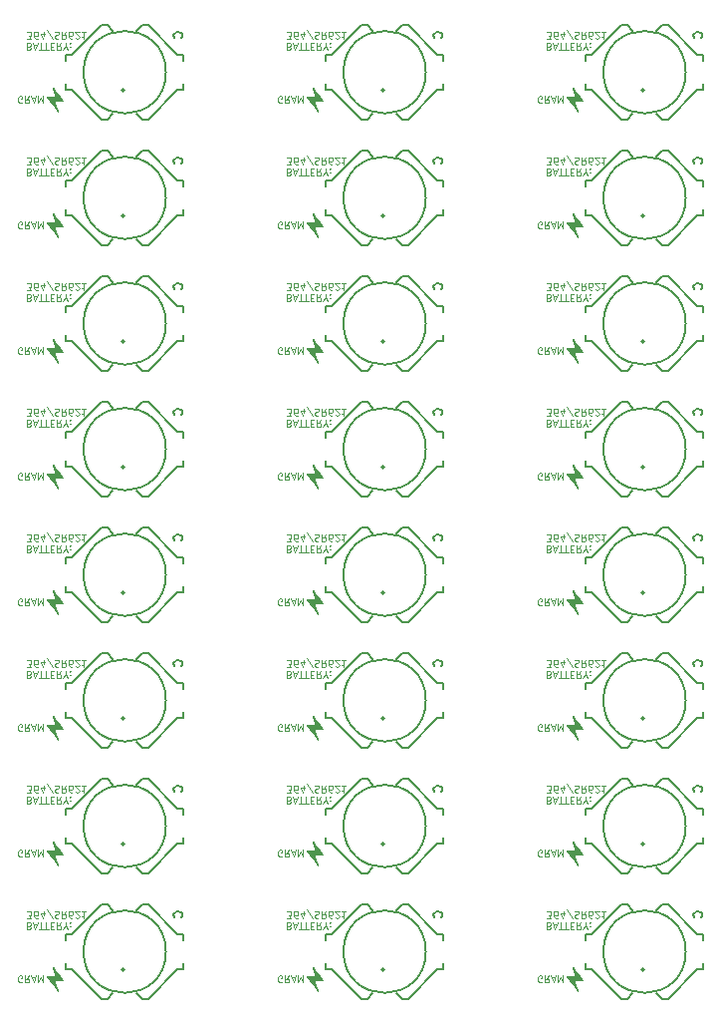
<source format=gbr>
G04 #@! TF.FileFunction,Legend,Bot*
%FSLAX46Y46*%
G04 Gerber Fmt 4.6, Leading zero omitted, Abs format (unit mm)*
G04 Created by KiCad (PCBNEW 4.0.5+dfsg1-4) date Sun Jun 17 20:11:44 2018*
%MOMM*%
%LPD*%
G01*
G04 APERTURE LIST*
%ADD10C,0.100000*%
%ADD11C,0.150000*%
%ADD12C,0.010000*%
G04 APERTURE END LIST*
D10*
X180740143Y-119045000D02*
X180683000Y-119073571D01*
X180597286Y-119073571D01*
X180511571Y-119045000D01*
X180454429Y-118987857D01*
X180425857Y-118930714D01*
X180397286Y-118816429D01*
X180397286Y-118730714D01*
X180425857Y-118616429D01*
X180454429Y-118559286D01*
X180511571Y-118502143D01*
X180597286Y-118473571D01*
X180654429Y-118473571D01*
X180740143Y-118502143D01*
X180768714Y-118530714D01*
X180768714Y-118730714D01*
X180654429Y-118730714D01*
X181368714Y-118473571D02*
X181168714Y-118759286D01*
X181025857Y-118473571D02*
X181025857Y-119073571D01*
X181254429Y-119073571D01*
X181311571Y-119045000D01*
X181340143Y-119016429D01*
X181368714Y-118959286D01*
X181368714Y-118873571D01*
X181340143Y-118816429D01*
X181311571Y-118787857D01*
X181254429Y-118759286D01*
X181025857Y-118759286D01*
X181597286Y-118645000D02*
X181883000Y-118645000D01*
X181540143Y-118473571D02*
X181740143Y-119073571D01*
X181940143Y-118473571D01*
X182140143Y-118473571D02*
X182140143Y-119073571D01*
X182340143Y-118645000D01*
X182540143Y-119073571D01*
X182540143Y-118473571D01*
X181364143Y-114279357D02*
X181449857Y-114250786D01*
X181478429Y-114222214D01*
X181507000Y-114165071D01*
X181507000Y-114079357D01*
X181478429Y-114022214D01*
X181449857Y-113993643D01*
X181392715Y-113965071D01*
X181164143Y-113965071D01*
X181164143Y-114565071D01*
X181364143Y-114565071D01*
X181421286Y-114536500D01*
X181449857Y-114507929D01*
X181478429Y-114450786D01*
X181478429Y-114393643D01*
X181449857Y-114336500D01*
X181421286Y-114307929D01*
X181364143Y-114279357D01*
X181164143Y-114279357D01*
X181735572Y-114136500D02*
X182021286Y-114136500D01*
X181678429Y-113965071D02*
X181878429Y-114565071D01*
X182078429Y-113965071D01*
X182192715Y-114565071D02*
X182535572Y-114565071D01*
X182364143Y-113965071D02*
X182364143Y-114565071D01*
X182649858Y-114565071D02*
X182992715Y-114565071D01*
X182821286Y-113965071D02*
X182821286Y-114565071D01*
X183192715Y-114279357D02*
X183392715Y-114279357D01*
X183478429Y-113965071D02*
X183192715Y-113965071D01*
X183192715Y-114565071D01*
X183478429Y-114565071D01*
X184078429Y-113965071D02*
X183878429Y-114250786D01*
X183735572Y-113965071D02*
X183735572Y-114565071D01*
X183964144Y-114565071D01*
X184021286Y-114536500D01*
X184049858Y-114507929D01*
X184078429Y-114450786D01*
X184078429Y-114365071D01*
X184049858Y-114307929D01*
X184021286Y-114279357D01*
X183964144Y-114250786D01*
X183735572Y-114250786D01*
X184449858Y-114250786D02*
X184449858Y-113965071D01*
X184249858Y-114565071D02*
X184449858Y-114250786D01*
X184649858Y-114565071D01*
X184849858Y-114022214D02*
X184878430Y-113993643D01*
X184849858Y-113965071D01*
X184821287Y-113993643D01*
X184849858Y-114022214D01*
X184849858Y-113965071D01*
X184849858Y-114336500D02*
X184878430Y-114307929D01*
X184849858Y-114279357D01*
X184821287Y-114307929D01*
X184849858Y-114336500D01*
X184849858Y-114279357D01*
X181176927Y-113612571D02*
X181548356Y-113612571D01*
X181348356Y-113384000D01*
X181434070Y-113384000D01*
X181491213Y-113355429D01*
X181519784Y-113326857D01*
X181548356Y-113269714D01*
X181548356Y-113126857D01*
X181519784Y-113069714D01*
X181491213Y-113041143D01*
X181434070Y-113012571D01*
X181262642Y-113012571D01*
X181205499Y-113041143D01*
X181176927Y-113069714D01*
X182062642Y-113612571D02*
X181948356Y-113612571D01*
X181891213Y-113584000D01*
X181862642Y-113555429D01*
X181805499Y-113469714D01*
X181776928Y-113355429D01*
X181776928Y-113126857D01*
X181805499Y-113069714D01*
X181834071Y-113041143D01*
X181891213Y-113012571D01*
X182005499Y-113012571D01*
X182062642Y-113041143D01*
X182091213Y-113069714D01*
X182119785Y-113126857D01*
X182119785Y-113269714D01*
X182091213Y-113326857D01*
X182062642Y-113355429D01*
X182005499Y-113384000D01*
X181891213Y-113384000D01*
X181834071Y-113355429D01*
X181805499Y-113326857D01*
X181776928Y-113269714D01*
X182634071Y-113412571D02*
X182634071Y-113012571D01*
X182491214Y-113641143D02*
X182348357Y-113212571D01*
X182719785Y-113212571D01*
X183376929Y-113641143D02*
X182862643Y-112869714D01*
X183548357Y-113041143D02*
X183634071Y-113012571D01*
X183776928Y-113012571D01*
X183834071Y-113041143D01*
X183862642Y-113069714D01*
X183891214Y-113126857D01*
X183891214Y-113184000D01*
X183862642Y-113241143D01*
X183834071Y-113269714D01*
X183776928Y-113298286D01*
X183662642Y-113326857D01*
X183605500Y-113355429D01*
X183576928Y-113384000D01*
X183548357Y-113441143D01*
X183548357Y-113498286D01*
X183576928Y-113555429D01*
X183605500Y-113584000D01*
X183662642Y-113612571D01*
X183805500Y-113612571D01*
X183891214Y-113584000D01*
X184491214Y-113012571D02*
X184291214Y-113298286D01*
X184148357Y-113012571D02*
X184148357Y-113612571D01*
X184376929Y-113612571D01*
X184434071Y-113584000D01*
X184462643Y-113555429D01*
X184491214Y-113498286D01*
X184491214Y-113412571D01*
X184462643Y-113355429D01*
X184434071Y-113326857D01*
X184376929Y-113298286D01*
X184148357Y-113298286D01*
X185005500Y-113612571D02*
X184891214Y-113612571D01*
X184834071Y-113584000D01*
X184805500Y-113555429D01*
X184748357Y-113469714D01*
X184719786Y-113355429D01*
X184719786Y-113126857D01*
X184748357Y-113069714D01*
X184776929Y-113041143D01*
X184834071Y-113012571D01*
X184948357Y-113012571D01*
X185005500Y-113041143D01*
X185034071Y-113069714D01*
X185062643Y-113126857D01*
X185062643Y-113269714D01*
X185034071Y-113326857D01*
X185005500Y-113355429D01*
X184948357Y-113384000D01*
X184834071Y-113384000D01*
X184776929Y-113355429D01*
X184748357Y-113326857D01*
X184719786Y-113269714D01*
X185291215Y-113555429D02*
X185319786Y-113584000D01*
X185376929Y-113612571D01*
X185519786Y-113612571D01*
X185576929Y-113584000D01*
X185605500Y-113555429D01*
X185634072Y-113498286D01*
X185634072Y-113441143D01*
X185605500Y-113355429D01*
X185262643Y-113012571D01*
X185634072Y-113012571D01*
X186205501Y-113012571D02*
X185862644Y-113012571D01*
X186034072Y-113012571D02*
X186034072Y-113612571D01*
X185976929Y-113526857D01*
X185919787Y-113469714D01*
X185862644Y-113441143D01*
D11*
X194323857Y-113516143D02*
X194359571Y-113480429D01*
X194395286Y-113373286D01*
X194395286Y-113301857D01*
X194359571Y-113194714D01*
X194288143Y-113123286D01*
X194216714Y-113087571D01*
X194073857Y-113051857D01*
X193966714Y-113051857D01*
X193823857Y-113087571D01*
X193752429Y-113123286D01*
X193681000Y-113194714D01*
X193645286Y-113301857D01*
X193645286Y-113373286D01*
X193681000Y-113480429D01*
X193716714Y-113516143D01*
D10*
X181364143Y-135615357D02*
X181449857Y-135586786D01*
X181478429Y-135558214D01*
X181507000Y-135501071D01*
X181507000Y-135415357D01*
X181478429Y-135358214D01*
X181449857Y-135329643D01*
X181392715Y-135301071D01*
X181164143Y-135301071D01*
X181164143Y-135901071D01*
X181364143Y-135901071D01*
X181421286Y-135872500D01*
X181449857Y-135843929D01*
X181478429Y-135786786D01*
X181478429Y-135729643D01*
X181449857Y-135672500D01*
X181421286Y-135643929D01*
X181364143Y-135615357D01*
X181164143Y-135615357D01*
X181735572Y-135472500D02*
X182021286Y-135472500D01*
X181678429Y-135301071D02*
X181878429Y-135901071D01*
X182078429Y-135301071D01*
X182192715Y-135901071D02*
X182535572Y-135901071D01*
X182364143Y-135301071D02*
X182364143Y-135901071D01*
X182649858Y-135901071D02*
X182992715Y-135901071D01*
X182821286Y-135301071D02*
X182821286Y-135901071D01*
X183192715Y-135615357D02*
X183392715Y-135615357D01*
X183478429Y-135301071D02*
X183192715Y-135301071D01*
X183192715Y-135901071D01*
X183478429Y-135901071D01*
X184078429Y-135301071D02*
X183878429Y-135586786D01*
X183735572Y-135301071D02*
X183735572Y-135901071D01*
X183964144Y-135901071D01*
X184021286Y-135872500D01*
X184049858Y-135843929D01*
X184078429Y-135786786D01*
X184078429Y-135701071D01*
X184049858Y-135643929D01*
X184021286Y-135615357D01*
X183964144Y-135586786D01*
X183735572Y-135586786D01*
X184449858Y-135586786D02*
X184449858Y-135301071D01*
X184249858Y-135901071D02*
X184449858Y-135586786D01*
X184649858Y-135901071D01*
X184849858Y-135358214D02*
X184878430Y-135329643D01*
X184849858Y-135301071D01*
X184821287Y-135329643D01*
X184849858Y-135358214D01*
X184849858Y-135301071D01*
X184849858Y-135672500D02*
X184878430Y-135643929D01*
X184849858Y-135615357D01*
X184821287Y-135643929D01*
X184849858Y-135672500D01*
X184849858Y-135615357D01*
X181176927Y-134948571D02*
X181548356Y-134948571D01*
X181348356Y-134720000D01*
X181434070Y-134720000D01*
X181491213Y-134691429D01*
X181519784Y-134662857D01*
X181548356Y-134605714D01*
X181548356Y-134462857D01*
X181519784Y-134405714D01*
X181491213Y-134377143D01*
X181434070Y-134348571D01*
X181262642Y-134348571D01*
X181205499Y-134377143D01*
X181176927Y-134405714D01*
X182062642Y-134948571D02*
X181948356Y-134948571D01*
X181891213Y-134920000D01*
X181862642Y-134891429D01*
X181805499Y-134805714D01*
X181776928Y-134691429D01*
X181776928Y-134462857D01*
X181805499Y-134405714D01*
X181834071Y-134377143D01*
X181891213Y-134348571D01*
X182005499Y-134348571D01*
X182062642Y-134377143D01*
X182091213Y-134405714D01*
X182119785Y-134462857D01*
X182119785Y-134605714D01*
X182091213Y-134662857D01*
X182062642Y-134691429D01*
X182005499Y-134720000D01*
X181891213Y-134720000D01*
X181834071Y-134691429D01*
X181805499Y-134662857D01*
X181776928Y-134605714D01*
X182634071Y-134748571D02*
X182634071Y-134348571D01*
X182491214Y-134977143D02*
X182348357Y-134548571D01*
X182719785Y-134548571D01*
X183376929Y-134977143D02*
X182862643Y-134205714D01*
X183548357Y-134377143D02*
X183634071Y-134348571D01*
X183776928Y-134348571D01*
X183834071Y-134377143D01*
X183862642Y-134405714D01*
X183891214Y-134462857D01*
X183891214Y-134520000D01*
X183862642Y-134577143D01*
X183834071Y-134605714D01*
X183776928Y-134634286D01*
X183662642Y-134662857D01*
X183605500Y-134691429D01*
X183576928Y-134720000D01*
X183548357Y-134777143D01*
X183548357Y-134834286D01*
X183576928Y-134891429D01*
X183605500Y-134920000D01*
X183662642Y-134948571D01*
X183805500Y-134948571D01*
X183891214Y-134920000D01*
X184491214Y-134348571D02*
X184291214Y-134634286D01*
X184148357Y-134348571D02*
X184148357Y-134948571D01*
X184376929Y-134948571D01*
X184434071Y-134920000D01*
X184462643Y-134891429D01*
X184491214Y-134834286D01*
X184491214Y-134748571D01*
X184462643Y-134691429D01*
X184434071Y-134662857D01*
X184376929Y-134634286D01*
X184148357Y-134634286D01*
X185005500Y-134948571D02*
X184891214Y-134948571D01*
X184834071Y-134920000D01*
X184805500Y-134891429D01*
X184748357Y-134805714D01*
X184719786Y-134691429D01*
X184719786Y-134462857D01*
X184748357Y-134405714D01*
X184776929Y-134377143D01*
X184834071Y-134348571D01*
X184948357Y-134348571D01*
X185005500Y-134377143D01*
X185034071Y-134405714D01*
X185062643Y-134462857D01*
X185062643Y-134605714D01*
X185034071Y-134662857D01*
X185005500Y-134691429D01*
X184948357Y-134720000D01*
X184834071Y-134720000D01*
X184776929Y-134691429D01*
X184748357Y-134662857D01*
X184719786Y-134605714D01*
X185291215Y-134891429D02*
X185319786Y-134920000D01*
X185376929Y-134948571D01*
X185519786Y-134948571D01*
X185576929Y-134920000D01*
X185605500Y-134891429D01*
X185634072Y-134834286D01*
X185634072Y-134777143D01*
X185605500Y-134691429D01*
X185262643Y-134348571D01*
X185634072Y-134348571D01*
X186205501Y-134348571D02*
X185862644Y-134348571D01*
X186034072Y-134348571D02*
X186034072Y-134948571D01*
X185976929Y-134862857D01*
X185919787Y-134805714D01*
X185862644Y-134777143D01*
X180740143Y-140381000D02*
X180683000Y-140409571D01*
X180597286Y-140409571D01*
X180511571Y-140381000D01*
X180454429Y-140323857D01*
X180425857Y-140266714D01*
X180397286Y-140152429D01*
X180397286Y-140066714D01*
X180425857Y-139952429D01*
X180454429Y-139895286D01*
X180511571Y-139838143D01*
X180597286Y-139809571D01*
X180654429Y-139809571D01*
X180740143Y-139838143D01*
X180768714Y-139866714D01*
X180768714Y-140066714D01*
X180654429Y-140066714D01*
X181368714Y-139809571D02*
X181168714Y-140095286D01*
X181025857Y-139809571D02*
X181025857Y-140409571D01*
X181254429Y-140409571D01*
X181311571Y-140381000D01*
X181340143Y-140352429D01*
X181368714Y-140295286D01*
X181368714Y-140209571D01*
X181340143Y-140152429D01*
X181311571Y-140123857D01*
X181254429Y-140095286D01*
X181025857Y-140095286D01*
X181597286Y-139981000D02*
X181883000Y-139981000D01*
X181540143Y-139809571D02*
X181740143Y-140409571D01*
X181940143Y-139809571D01*
X182140143Y-139809571D02*
X182140143Y-140409571D01*
X182340143Y-139981000D01*
X182540143Y-140409571D01*
X182540143Y-139809571D01*
D11*
X194323857Y-134852143D02*
X194359571Y-134816429D01*
X194395286Y-134709286D01*
X194395286Y-134637857D01*
X194359571Y-134530714D01*
X194288143Y-134459286D01*
X194216714Y-134423571D01*
X194073857Y-134387857D01*
X193966714Y-134387857D01*
X193823857Y-134423571D01*
X193752429Y-134459286D01*
X193681000Y-134530714D01*
X193645286Y-134637857D01*
X193645286Y-134709286D01*
X193681000Y-134816429D01*
X193716714Y-134852143D01*
D10*
X180740143Y-108377000D02*
X180683000Y-108405571D01*
X180597286Y-108405571D01*
X180511571Y-108377000D01*
X180454429Y-108319857D01*
X180425857Y-108262714D01*
X180397286Y-108148429D01*
X180397286Y-108062714D01*
X180425857Y-107948429D01*
X180454429Y-107891286D01*
X180511571Y-107834143D01*
X180597286Y-107805571D01*
X180654429Y-107805571D01*
X180740143Y-107834143D01*
X180768714Y-107862714D01*
X180768714Y-108062714D01*
X180654429Y-108062714D01*
X181368714Y-107805571D02*
X181168714Y-108091286D01*
X181025857Y-107805571D02*
X181025857Y-108405571D01*
X181254429Y-108405571D01*
X181311571Y-108377000D01*
X181340143Y-108348429D01*
X181368714Y-108291286D01*
X181368714Y-108205571D01*
X181340143Y-108148429D01*
X181311571Y-108119857D01*
X181254429Y-108091286D01*
X181025857Y-108091286D01*
X181597286Y-107977000D02*
X181883000Y-107977000D01*
X181540143Y-107805571D02*
X181740143Y-108405571D01*
X181940143Y-107805571D01*
X182140143Y-107805571D02*
X182140143Y-108405571D01*
X182340143Y-107977000D01*
X182540143Y-108405571D01*
X182540143Y-107805571D01*
X181176927Y-102944571D02*
X181548356Y-102944571D01*
X181348356Y-102716000D01*
X181434070Y-102716000D01*
X181491213Y-102687429D01*
X181519784Y-102658857D01*
X181548356Y-102601714D01*
X181548356Y-102458857D01*
X181519784Y-102401714D01*
X181491213Y-102373143D01*
X181434070Y-102344571D01*
X181262642Y-102344571D01*
X181205499Y-102373143D01*
X181176927Y-102401714D01*
X182062642Y-102944571D02*
X181948356Y-102944571D01*
X181891213Y-102916000D01*
X181862642Y-102887429D01*
X181805499Y-102801714D01*
X181776928Y-102687429D01*
X181776928Y-102458857D01*
X181805499Y-102401714D01*
X181834071Y-102373143D01*
X181891213Y-102344571D01*
X182005499Y-102344571D01*
X182062642Y-102373143D01*
X182091213Y-102401714D01*
X182119785Y-102458857D01*
X182119785Y-102601714D01*
X182091213Y-102658857D01*
X182062642Y-102687429D01*
X182005499Y-102716000D01*
X181891213Y-102716000D01*
X181834071Y-102687429D01*
X181805499Y-102658857D01*
X181776928Y-102601714D01*
X182634071Y-102744571D02*
X182634071Y-102344571D01*
X182491214Y-102973143D02*
X182348357Y-102544571D01*
X182719785Y-102544571D01*
X183376929Y-102973143D02*
X182862643Y-102201714D01*
X183548357Y-102373143D02*
X183634071Y-102344571D01*
X183776928Y-102344571D01*
X183834071Y-102373143D01*
X183862642Y-102401714D01*
X183891214Y-102458857D01*
X183891214Y-102516000D01*
X183862642Y-102573143D01*
X183834071Y-102601714D01*
X183776928Y-102630286D01*
X183662642Y-102658857D01*
X183605500Y-102687429D01*
X183576928Y-102716000D01*
X183548357Y-102773143D01*
X183548357Y-102830286D01*
X183576928Y-102887429D01*
X183605500Y-102916000D01*
X183662642Y-102944571D01*
X183805500Y-102944571D01*
X183891214Y-102916000D01*
X184491214Y-102344571D02*
X184291214Y-102630286D01*
X184148357Y-102344571D02*
X184148357Y-102944571D01*
X184376929Y-102944571D01*
X184434071Y-102916000D01*
X184462643Y-102887429D01*
X184491214Y-102830286D01*
X184491214Y-102744571D01*
X184462643Y-102687429D01*
X184434071Y-102658857D01*
X184376929Y-102630286D01*
X184148357Y-102630286D01*
X185005500Y-102944571D02*
X184891214Y-102944571D01*
X184834071Y-102916000D01*
X184805500Y-102887429D01*
X184748357Y-102801714D01*
X184719786Y-102687429D01*
X184719786Y-102458857D01*
X184748357Y-102401714D01*
X184776929Y-102373143D01*
X184834071Y-102344571D01*
X184948357Y-102344571D01*
X185005500Y-102373143D01*
X185034071Y-102401714D01*
X185062643Y-102458857D01*
X185062643Y-102601714D01*
X185034071Y-102658857D01*
X185005500Y-102687429D01*
X184948357Y-102716000D01*
X184834071Y-102716000D01*
X184776929Y-102687429D01*
X184748357Y-102658857D01*
X184719786Y-102601714D01*
X185291215Y-102887429D02*
X185319786Y-102916000D01*
X185376929Y-102944571D01*
X185519786Y-102944571D01*
X185576929Y-102916000D01*
X185605500Y-102887429D01*
X185634072Y-102830286D01*
X185634072Y-102773143D01*
X185605500Y-102687429D01*
X185262643Y-102344571D01*
X185634072Y-102344571D01*
X186205501Y-102344571D02*
X185862644Y-102344571D01*
X186034072Y-102344571D02*
X186034072Y-102944571D01*
X185976929Y-102858857D01*
X185919787Y-102801714D01*
X185862644Y-102773143D01*
X181364143Y-103611357D02*
X181449857Y-103582786D01*
X181478429Y-103554214D01*
X181507000Y-103497071D01*
X181507000Y-103411357D01*
X181478429Y-103354214D01*
X181449857Y-103325643D01*
X181392715Y-103297071D01*
X181164143Y-103297071D01*
X181164143Y-103897071D01*
X181364143Y-103897071D01*
X181421286Y-103868500D01*
X181449857Y-103839929D01*
X181478429Y-103782786D01*
X181478429Y-103725643D01*
X181449857Y-103668500D01*
X181421286Y-103639929D01*
X181364143Y-103611357D01*
X181164143Y-103611357D01*
X181735572Y-103468500D02*
X182021286Y-103468500D01*
X181678429Y-103297071D02*
X181878429Y-103897071D01*
X182078429Y-103297071D01*
X182192715Y-103897071D02*
X182535572Y-103897071D01*
X182364143Y-103297071D02*
X182364143Y-103897071D01*
X182649858Y-103897071D02*
X182992715Y-103897071D01*
X182821286Y-103297071D02*
X182821286Y-103897071D01*
X183192715Y-103611357D02*
X183392715Y-103611357D01*
X183478429Y-103297071D02*
X183192715Y-103297071D01*
X183192715Y-103897071D01*
X183478429Y-103897071D01*
X184078429Y-103297071D02*
X183878429Y-103582786D01*
X183735572Y-103297071D02*
X183735572Y-103897071D01*
X183964144Y-103897071D01*
X184021286Y-103868500D01*
X184049858Y-103839929D01*
X184078429Y-103782786D01*
X184078429Y-103697071D01*
X184049858Y-103639929D01*
X184021286Y-103611357D01*
X183964144Y-103582786D01*
X183735572Y-103582786D01*
X184449858Y-103582786D02*
X184449858Y-103297071D01*
X184249858Y-103897071D02*
X184449858Y-103582786D01*
X184649858Y-103897071D01*
X184849858Y-103354214D02*
X184878430Y-103325643D01*
X184849858Y-103297071D01*
X184821287Y-103325643D01*
X184849858Y-103354214D01*
X184849858Y-103297071D01*
X184849858Y-103668500D02*
X184878430Y-103639929D01*
X184849858Y-103611357D01*
X184821287Y-103639929D01*
X184849858Y-103668500D01*
X184849858Y-103611357D01*
D11*
X194323857Y-102848143D02*
X194359571Y-102812429D01*
X194395286Y-102705286D01*
X194395286Y-102633857D01*
X194359571Y-102526714D01*
X194288143Y-102455286D01*
X194216714Y-102419571D01*
X194073857Y-102383857D01*
X193966714Y-102383857D01*
X193823857Y-102419571D01*
X193752429Y-102455286D01*
X193681000Y-102526714D01*
X193645286Y-102633857D01*
X193645286Y-102705286D01*
X193681000Y-102812429D01*
X193716714Y-102848143D01*
D10*
X180740143Y-129713000D02*
X180683000Y-129741571D01*
X180597286Y-129741571D01*
X180511571Y-129713000D01*
X180454429Y-129655857D01*
X180425857Y-129598714D01*
X180397286Y-129484429D01*
X180397286Y-129398714D01*
X180425857Y-129284429D01*
X180454429Y-129227286D01*
X180511571Y-129170143D01*
X180597286Y-129141571D01*
X180654429Y-129141571D01*
X180740143Y-129170143D01*
X180768714Y-129198714D01*
X180768714Y-129398714D01*
X180654429Y-129398714D01*
X181368714Y-129141571D02*
X181168714Y-129427286D01*
X181025857Y-129141571D02*
X181025857Y-129741571D01*
X181254429Y-129741571D01*
X181311571Y-129713000D01*
X181340143Y-129684429D01*
X181368714Y-129627286D01*
X181368714Y-129541571D01*
X181340143Y-129484429D01*
X181311571Y-129455857D01*
X181254429Y-129427286D01*
X181025857Y-129427286D01*
X181597286Y-129313000D02*
X181883000Y-129313000D01*
X181540143Y-129141571D02*
X181740143Y-129741571D01*
X181940143Y-129141571D01*
X182140143Y-129141571D02*
X182140143Y-129741571D01*
X182340143Y-129313000D01*
X182540143Y-129741571D01*
X182540143Y-129141571D01*
X181176927Y-124280571D02*
X181548356Y-124280571D01*
X181348356Y-124052000D01*
X181434070Y-124052000D01*
X181491213Y-124023429D01*
X181519784Y-123994857D01*
X181548356Y-123937714D01*
X181548356Y-123794857D01*
X181519784Y-123737714D01*
X181491213Y-123709143D01*
X181434070Y-123680571D01*
X181262642Y-123680571D01*
X181205499Y-123709143D01*
X181176927Y-123737714D01*
X182062642Y-124280571D02*
X181948356Y-124280571D01*
X181891213Y-124252000D01*
X181862642Y-124223429D01*
X181805499Y-124137714D01*
X181776928Y-124023429D01*
X181776928Y-123794857D01*
X181805499Y-123737714D01*
X181834071Y-123709143D01*
X181891213Y-123680571D01*
X182005499Y-123680571D01*
X182062642Y-123709143D01*
X182091213Y-123737714D01*
X182119785Y-123794857D01*
X182119785Y-123937714D01*
X182091213Y-123994857D01*
X182062642Y-124023429D01*
X182005499Y-124052000D01*
X181891213Y-124052000D01*
X181834071Y-124023429D01*
X181805499Y-123994857D01*
X181776928Y-123937714D01*
X182634071Y-124080571D02*
X182634071Y-123680571D01*
X182491214Y-124309143D02*
X182348357Y-123880571D01*
X182719785Y-123880571D01*
X183376929Y-124309143D02*
X182862643Y-123537714D01*
X183548357Y-123709143D02*
X183634071Y-123680571D01*
X183776928Y-123680571D01*
X183834071Y-123709143D01*
X183862642Y-123737714D01*
X183891214Y-123794857D01*
X183891214Y-123852000D01*
X183862642Y-123909143D01*
X183834071Y-123937714D01*
X183776928Y-123966286D01*
X183662642Y-123994857D01*
X183605500Y-124023429D01*
X183576928Y-124052000D01*
X183548357Y-124109143D01*
X183548357Y-124166286D01*
X183576928Y-124223429D01*
X183605500Y-124252000D01*
X183662642Y-124280571D01*
X183805500Y-124280571D01*
X183891214Y-124252000D01*
X184491214Y-123680571D02*
X184291214Y-123966286D01*
X184148357Y-123680571D02*
X184148357Y-124280571D01*
X184376929Y-124280571D01*
X184434071Y-124252000D01*
X184462643Y-124223429D01*
X184491214Y-124166286D01*
X184491214Y-124080571D01*
X184462643Y-124023429D01*
X184434071Y-123994857D01*
X184376929Y-123966286D01*
X184148357Y-123966286D01*
X185005500Y-124280571D02*
X184891214Y-124280571D01*
X184834071Y-124252000D01*
X184805500Y-124223429D01*
X184748357Y-124137714D01*
X184719786Y-124023429D01*
X184719786Y-123794857D01*
X184748357Y-123737714D01*
X184776929Y-123709143D01*
X184834071Y-123680571D01*
X184948357Y-123680571D01*
X185005500Y-123709143D01*
X185034071Y-123737714D01*
X185062643Y-123794857D01*
X185062643Y-123937714D01*
X185034071Y-123994857D01*
X185005500Y-124023429D01*
X184948357Y-124052000D01*
X184834071Y-124052000D01*
X184776929Y-124023429D01*
X184748357Y-123994857D01*
X184719786Y-123937714D01*
X185291215Y-124223429D02*
X185319786Y-124252000D01*
X185376929Y-124280571D01*
X185519786Y-124280571D01*
X185576929Y-124252000D01*
X185605500Y-124223429D01*
X185634072Y-124166286D01*
X185634072Y-124109143D01*
X185605500Y-124023429D01*
X185262643Y-123680571D01*
X185634072Y-123680571D01*
X186205501Y-123680571D02*
X185862644Y-123680571D01*
X186034072Y-123680571D02*
X186034072Y-124280571D01*
X185976929Y-124194857D01*
X185919787Y-124137714D01*
X185862644Y-124109143D01*
X181364143Y-124947357D02*
X181449857Y-124918786D01*
X181478429Y-124890214D01*
X181507000Y-124833071D01*
X181507000Y-124747357D01*
X181478429Y-124690214D01*
X181449857Y-124661643D01*
X181392715Y-124633071D01*
X181164143Y-124633071D01*
X181164143Y-125233071D01*
X181364143Y-125233071D01*
X181421286Y-125204500D01*
X181449857Y-125175929D01*
X181478429Y-125118786D01*
X181478429Y-125061643D01*
X181449857Y-125004500D01*
X181421286Y-124975929D01*
X181364143Y-124947357D01*
X181164143Y-124947357D01*
X181735572Y-124804500D02*
X182021286Y-124804500D01*
X181678429Y-124633071D02*
X181878429Y-125233071D01*
X182078429Y-124633071D01*
X182192715Y-125233071D02*
X182535572Y-125233071D01*
X182364143Y-124633071D02*
X182364143Y-125233071D01*
X182649858Y-125233071D02*
X182992715Y-125233071D01*
X182821286Y-124633071D02*
X182821286Y-125233071D01*
X183192715Y-124947357D02*
X183392715Y-124947357D01*
X183478429Y-124633071D02*
X183192715Y-124633071D01*
X183192715Y-125233071D01*
X183478429Y-125233071D01*
X184078429Y-124633071D02*
X183878429Y-124918786D01*
X183735572Y-124633071D02*
X183735572Y-125233071D01*
X183964144Y-125233071D01*
X184021286Y-125204500D01*
X184049858Y-125175929D01*
X184078429Y-125118786D01*
X184078429Y-125033071D01*
X184049858Y-124975929D01*
X184021286Y-124947357D01*
X183964144Y-124918786D01*
X183735572Y-124918786D01*
X184449858Y-124918786D02*
X184449858Y-124633071D01*
X184249858Y-125233071D02*
X184449858Y-124918786D01*
X184649858Y-125233071D01*
X184849858Y-124690214D02*
X184878430Y-124661643D01*
X184849858Y-124633071D01*
X184821287Y-124661643D01*
X184849858Y-124690214D01*
X184849858Y-124633071D01*
X184849858Y-125004500D02*
X184878430Y-124975929D01*
X184849858Y-124947357D01*
X184821287Y-124975929D01*
X184849858Y-125004500D01*
X184849858Y-124947357D01*
D11*
X194323857Y-124184143D02*
X194359571Y-124148429D01*
X194395286Y-124041286D01*
X194395286Y-123969857D01*
X194359571Y-123862714D01*
X194288143Y-123791286D01*
X194216714Y-123755571D01*
X194073857Y-123719857D01*
X193966714Y-123719857D01*
X193823857Y-123755571D01*
X193752429Y-123791286D01*
X193681000Y-123862714D01*
X193645286Y-123969857D01*
X193645286Y-124041286D01*
X193681000Y-124148429D01*
X193716714Y-124184143D01*
D10*
X180740143Y-76373000D02*
X180683000Y-76401571D01*
X180597286Y-76401571D01*
X180511571Y-76373000D01*
X180454429Y-76315857D01*
X180425857Y-76258714D01*
X180397286Y-76144429D01*
X180397286Y-76058714D01*
X180425857Y-75944429D01*
X180454429Y-75887286D01*
X180511571Y-75830143D01*
X180597286Y-75801571D01*
X180654429Y-75801571D01*
X180740143Y-75830143D01*
X180768714Y-75858714D01*
X180768714Y-76058714D01*
X180654429Y-76058714D01*
X181368714Y-75801571D02*
X181168714Y-76087286D01*
X181025857Y-75801571D02*
X181025857Y-76401571D01*
X181254429Y-76401571D01*
X181311571Y-76373000D01*
X181340143Y-76344429D01*
X181368714Y-76287286D01*
X181368714Y-76201571D01*
X181340143Y-76144429D01*
X181311571Y-76115857D01*
X181254429Y-76087286D01*
X181025857Y-76087286D01*
X181597286Y-75973000D02*
X181883000Y-75973000D01*
X181540143Y-75801571D02*
X181740143Y-76401571D01*
X181940143Y-75801571D01*
X182140143Y-75801571D02*
X182140143Y-76401571D01*
X182340143Y-75973000D01*
X182540143Y-76401571D01*
X182540143Y-75801571D01*
X181176927Y-70940571D02*
X181548356Y-70940571D01*
X181348356Y-70712000D01*
X181434070Y-70712000D01*
X181491213Y-70683429D01*
X181519784Y-70654857D01*
X181548356Y-70597714D01*
X181548356Y-70454857D01*
X181519784Y-70397714D01*
X181491213Y-70369143D01*
X181434070Y-70340571D01*
X181262642Y-70340571D01*
X181205499Y-70369143D01*
X181176927Y-70397714D01*
X182062642Y-70940571D02*
X181948356Y-70940571D01*
X181891213Y-70912000D01*
X181862642Y-70883429D01*
X181805499Y-70797714D01*
X181776928Y-70683429D01*
X181776928Y-70454857D01*
X181805499Y-70397714D01*
X181834071Y-70369143D01*
X181891213Y-70340571D01*
X182005499Y-70340571D01*
X182062642Y-70369143D01*
X182091213Y-70397714D01*
X182119785Y-70454857D01*
X182119785Y-70597714D01*
X182091213Y-70654857D01*
X182062642Y-70683429D01*
X182005499Y-70712000D01*
X181891213Y-70712000D01*
X181834071Y-70683429D01*
X181805499Y-70654857D01*
X181776928Y-70597714D01*
X182634071Y-70740571D02*
X182634071Y-70340571D01*
X182491214Y-70969143D02*
X182348357Y-70540571D01*
X182719785Y-70540571D01*
X183376929Y-70969143D02*
X182862643Y-70197714D01*
X183548357Y-70369143D02*
X183634071Y-70340571D01*
X183776928Y-70340571D01*
X183834071Y-70369143D01*
X183862642Y-70397714D01*
X183891214Y-70454857D01*
X183891214Y-70512000D01*
X183862642Y-70569143D01*
X183834071Y-70597714D01*
X183776928Y-70626286D01*
X183662642Y-70654857D01*
X183605500Y-70683429D01*
X183576928Y-70712000D01*
X183548357Y-70769143D01*
X183548357Y-70826286D01*
X183576928Y-70883429D01*
X183605500Y-70912000D01*
X183662642Y-70940571D01*
X183805500Y-70940571D01*
X183891214Y-70912000D01*
X184491214Y-70340571D02*
X184291214Y-70626286D01*
X184148357Y-70340571D02*
X184148357Y-70940571D01*
X184376929Y-70940571D01*
X184434071Y-70912000D01*
X184462643Y-70883429D01*
X184491214Y-70826286D01*
X184491214Y-70740571D01*
X184462643Y-70683429D01*
X184434071Y-70654857D01*
X184376929Y-70626286D01*
X184148357Y-70626286D01*
X185005500Y-70940571D02*
X184891214Y-70940571D01*
X184834071Y-70912000D01*
X184805500Y-70883429D01*
X184748357Y-70797714D01*
X184719786Y-70683429D01*
X184719786Y-70454857D01*
X184748357Y-70397714D01*
X184776929Y-70369143D01*
X184834071Y-70340571D01*
X184948357Y-70340571D01*
X185005500Y-70369143D01*
X185034071Y-70397714D01*
X185062643Y-70454857D01*
X185062643Y-70597714D01*
X185034071Y-70654857D01*
X185005500Y-70683429D01*
X184948357Y-70712000D01*
X184834071Y-70712000D01*
X184776929Y-70683429D01*
X184748357Y-70654857D01*
X184719786Y-70597714D01*
X185291215Y-70883429D02*
X185319786Y-70912000D01*
X185376929Y-70940571D01*
X185519786Y-70940571D01*
X185576929Y-70912000D01*
X185605500Y-70883429D01*
X185634072Y-70826286D01*
X185634072Y-70769143D01*
X185605500Y-70683429D01*
X185262643Y-70340571D01*
X185634072Y-70340571D01*
X186205501Y-70340571D02*
X185862644Y-70340571D01*
X186034072Y-70340571D02*
X186034072Y-70940571D01*
X185976929Y-70854857D01*
X185919787Y-70797714D01*
X185862644Y-70769143D01*
X181364143Y-71607357D02*
X181449857Y-71578786D01*
X181478429Y-71550214D01*
X181507000Y-71493071D01*
X181507000Y-71407357D01*
X181478429Y-71350214D01*
X181449857Y-71321643D01*
X181392715Y-71293071D01*
X181164143Y-71293071D01*
X181164143Y-71893071D01*
X181364143Y-71893071D01*
X181421286Y-71864500D01*
X181449857Y-71835929D01*
X181478429Y-71778786D01*
X181478429Y-71721643D01*
X181449857Y-71664500D01*
X181421286Y-71635929D01*
X181364143Y-71607357D01*
X181164143Y-71607357D01*
X181735572Y-71464500D02*
X182021286Y-71464500D01*
X181678429Y-71293071D02*
X181878429Y-71893071D01*
X182078429Y-71293071D01*
X182192715Y-71893071D02*
X182535572Y-71893071D01*
X182364143Y-71293071D02*
X182364143Y-71893071D01*
X182649858Y-71893071D02*
X182992715Y-71893071D01*
X182821286Y-71293071D02*
X182821286Y-71893071D01*
X183192715Y-71607357D02*
X183392715Y-71607357D01*
X183478429Y-71293071D02*
X183192715Y-71293071D01*
X183192715Y-71893071D01*
X183478429Y-71893071D01*
X184078429Y-71293071D02*
X183878429Y-71578786D01*
X183735572Y-71293071D02*
X183735572Y-71893071D01*
X183964144Y-71893071D01*
X184021286Y-71864500D01*
X184049858Y-71835929D01*
X184078429Y-71778786D01*
X184078429Y-71693071D01*
X184049858Y-71635929D01*
X184021286Y-71607357D01*
X183964144Y-71578786D01*
X183735572Y-71578786D01*
X184449858Y-71578786D02*
X184449858Y-71293071D01*
X184249858Y-71893071D02*
X184449858Y-71578786D01*
X184649858Y-71893071D01*
X184849858Y-71350214D02*
X184878430Y-71321643D01*
X184849858Y-71293071D01*
X184821287Y-71321643D01*
X184849858Y-71350214D01*
X184849858Y-71293071D01*
X184849858Y-71664500D02*
X184878430Y-71635929D01*
X184849858Y-71607357D01*
X184821287Y-71635929D01*
X184849858Y-71664500D01*
X184849858Y-71607357D01*
D11*
X194323857Y-70844143D02*
X194359571Y-70808429D01*
X194395286Y-70701286D01*
X194395286Y-70629857D01*
X194359571Y-70522714D01*
X194288143Y-70451286D01*
X194216714Y-70415571D01*
X194073857Y-70379857D01*
X193966714Y-70379857D01*
X193823857Y-70415571D01*
X193752429Y-70451286D01*
X193681000Y-70522714D01*
X193645286Y-70629857D01*
X193645286Y-70701286D01*
X193681000Y-70808429D01*
X193716714Y-70844143D01*
X194323857Y-92180143D02*
X194359571Y-92144429D01*
X194395286Y-92037286D01*
X194395286Y-91965857D01*
X194359571Y-91858714D01*
X194288143Y-91787286D01*
X194216714Y-91751571D01*
X194073857Y-91715857D01*
X193966714Y-91715857D01*
X193823857Y-91751571D01*
X193752429Y-91787286D01*
X193681000Y-91858714D01*
X193645286Y-91965857D01*
X193645286Y-92037286D01*
X193681000Y-92144429D01*
X193716714Y-92180143D01*
D10*
X181176927Y-92276571D02*
X181548356Y-92276571D01*
X181348356Y-92048000D01*
X181434070Y-92048000D01*
X181491213Y-92019429D01*
X181519784Y-91990857D01*
X181548356Y-91933714D01*
X181548356Y-91790857D01*
X181519784Y-91733714D01*
X181491213Y-91705143D01*
X181434070Y-91676571D01*
X181262642Y-91676571D01*
X181205499Y-91705143D01*
X181176927Y-91733714D01*
X182062642Y-92276571D02*
X181948356Y-92276571D01*
X181891213Y-92248000D01*
X181862642Y-92219429D01*
X181805499Y-92133714D01*
X181776928Y-92019429D01*
X181776928Y-91790857D01*
X181805499Y-91733714D01*
X181834071Y-91705143D01*
X181891213Y-91676571D01*
X182005499Y-91676571D01*
X182062642Y-91705143D01*
X182091213Y-91733714D01*
X182119785Y-91790857D01*
X182119785Y-91933714D01*
X182091213Y-91990857D01*
X182062642Y-92019429D01*
X182005499Y-92048000D01*
X181891213Y-92048000D01*
X181834071Y-92019429D01*
X181805499Y-91990857D01*
X181776928Y-91933714D01*
X182634071Y-92076571D02*
X182634071Y-91676571D01*
X182491214Y-92305143D02*
X182348357Y-91876571D01*
X182719785Y-91876571D01*
X183376929Y-92305143D02*
X182862643Y-91533714D01*
X183548357Y-91705143D02*
X183634071Y-91676571D01*
X183776928Y-91676571D01*
X183834071Y-91705143D01*
X183862642Y-91733714D01*
X183891214Y-91790857D01*
X183891214Y-91848000D01*
X183862642Y-91905143D01*
X183834071Y-91933714D01*
X183776928Y-91962286D01*
X183662642Y-91990857D01*
X183605500Y-92019429D01*
X183576928Y-92048000D01*
X183548357Y-92105143D01*
X183548357Y-92162286D01*
X183576928Y-92219429D01*
X183605500Y-92248000D01*
X183662642Y-92276571D01*
X183805500Y-92276571D01*
X183891214Y-92248000D01*
X184491214Y-91676571D02*
X184291214Y-91962286D01*
X184148357Y-91676571D02*
X184148357Y-92276571D01*
X184376929Y-92276571D01*
X184434071Y-92248000D01*
X184462643Y-92219429D01*
X184491214Y-92162286D01*
X184491214Y-92076571D01*
X184462643Y-92019429D01*
X184434071Y-91990857D01*
X184376929Y-91962286D01*
X184148357Y-91962286D01*
X185005500Y-92276571D02*
X184891214Y-92276571D01*
X184834071Y-92248000D01*
X184805500Y-92219429D01*
X184748357Y-92133714D01*
X184719786Y-92019429D01*
X184719786Y-91790857D01*
X184748357Y-91733714D01*
X184776929Y-91705143D01*
X184834071Y-91676571D01*
X184948357Y-91676571D01*
X185005500Y-91705143D01*
X185034071Y-91733714D01*
X185062643Y-91790857D01*
X185062643Y-91933714D01*
X185034071Y-91990857D01*
X185005500Y-92019429D01*
X184948357Y-92048000D01*
X184834071Y-92048000D01*
X184776929Y-92019429D01*
X184748357Y-91990857D01*
X184719786Y-91933714D01*
X185291215Y-92219429D02*
X185319786Y-92248000D01*
X185376929Y-92276571D01*
X185519786Y-92276571D01*
X185576929Y-92248000D01*
X185605500Y-92219429D01*
X185634072Y-92162286D01*
X185634072Y-92105143D01*
X185605500Y-92019429D01*
X185262643Y-91676571D01*
X185634072Y-91676571D01*
X186205501Y-91676571D02*
X185862644Y-91676571D01*
X186034072Y-91676571D02*
X186034072Y-92276571D01*
X185976929Y-92190857D01*
X185919787Y-92133714D01*
X185862644Y-92105143D01*
X180740143Y-97709000D02*
X180683000Y-97737571D01*
X180597286Y-97737571D01*
X180511571Y-97709000D01*
X180454429Y-97651857D01*
X180425857Y-97594714D01*
X180397286Y-97480429D01*
X180397286Y-97394714D01*
X180425857Y-97280429D01*
X180454429Y-97223286D01*
X180511571Y-97166143D01*
X180597286Y-97137571D01*
X180654429Y-97137571D01*
X180740143Y-97166143D01*
X180768714Y-97194714D01*
X180768714Y-97394714D01*
X180654429Y-97394714D01*
X181368714Y-97137571D02*
X181168714Y-97423286D01*
X181025857Y-97137571D02*
X181025857Y-97737571D01*
X181254429Y-97737571D01*
X181311571Y-97709000D01*
X181340143Y-97680429D01*
X181368714Y-97623286D01*
X181368714Y-97537571D01*
X181340143Y-97480429D01*
X181311571Y-97451857D01*
X181254429Y-97423286D01*
X181025857Y-97423286D01*
X181597286Y-97309000D02*
X181883000Y-97309000D01*
X181540143Y-97137571D02*
X181740143Y-97737571D01*
X181940143Y-97137571D01*
X182140143Y-97137571D02*
X182140143Y-97737571D01*
X182340143Y-97309000D01*
X182540143Y-97737571D01*
X182540143Y-97137571D01*
X181364143Y-92943357D02*
X181449857Y-92914786D01*
X181478429Y-92886214D01*
X181507000Y-92829071D01*
X181507000Y-92743357D01*
X181478429Y-92686214D01*
X181449857Y-92657643D01*
X181392715Y-92629071D01*
X181164143Y-92629071D01*
X181164143Y-93229071D01*
X181364143Y-93229071D01*
X181421286Y-93200500D01*
X181449857Y-93171929D01*
X181478429Y-93114786D01*
X181478429Y-93057643D01*
X181449857Y-93000500D01*
X181421286Y-92971929D01*
X181364143Y-92943357D01*
X181164143Y-92943357D01*
X181735572Y-92800500D02*
X182021286Y-92800500D01*
X181678429Y-92629071D02*
X181878429Y-93229071D01*
X182078429Y-92629071D01*
X182192715Y-93229071D02*
X182535572Y-93229071D01*
X182364143Y-92629071D02*
X182364143Y-93229071D01*
X182649858Y-93229071D02*
X182992715Y-93229071D01*
X182821286Y-92629071D02*
X182821286Y-93229071D01*
X183192715Y-92943357D02*
X183392715Y-92943357D01*
X183478429Y-92629071D02*
X183192715Y-92629071D01*
X183192715Y-93229071D01*
X183478429Y-93229071D01*
X184078429Y-92629071D02*
X183878429Y-92914786D01*
X183735572Y-92629071D02*
X183735572Y-93229071D01*
X183964144Y-93229071D01*
X184021286Y-93200500D01*
X184049858Y-93171929D01*
X184078429Y-93114786D01*
X184078429Y-93029071D01*
X184049858Y-92971929D01*
X184021286Y-92943357D01*
X183964144Y-92914786D01*
X183735572Y-92914786D01*
X184449858Y-92914786D02*
X184449858Y-92629071D01*
X184249858Y-93229071D02*
X184449858Y-92914786D01*
X184649858Y-93229071D01*
X184849858Y-92686214D02*
X184878430Y-92657643D01*
X184849858Y-92629071D01*
X184821287Y-92657643D01*
X184849858Y-92686214D01*
X184849858Y-92629071D01*
X184849858Y-93000500D02*
X184878430Y-92971929D01*
X184849858Y-92943357D01*
X184821287Y-92971929D01*
X184849858Y-93000500D01*
X184849858Y-92943357D01*
D11*
X194323857Y-81512143D02*
X194359571Y-81476429D01*
X194395286Y-81369286D01*
X194395286Y-81297857D01*
X194359571Y-81190714D01*
X194288143Y-81119286D01*
X194216714Y-81083571D01*
X194073857Y-81047857D01*
X193966714Y-81047857D01*
X193823857Y-81083571D01*
X193752429Y-81119286D01*
X193681000Y-81190714D01*
X193645286Y-81297857D01*
X193645286Y-81369286D01*
X193681000Y-81476429D01*
X193716714Y-81512143D01*
D10*
X180740143Y-87041000D02*
X180683000Y-87069571D01*
X180597286Y-87069571D01*
X180511571Y-87041000D01*
X180454429Y-86983857D01*
X180425857Y-86926714D01*
X180397286Y-86812429D01*
X180397286Y-86726714D01*
X180425857Y-86612429D01*
X180454429Y-86555286D01*
X180511571Y-86498143D01*
X180597286Y-86469571D01*
X180654429Y-86469571D01*
X180740143Y-86498143D01*
X180768714Y-86526714D01*
X180768714Y-86726714D01*
X180654429Y-86726714D01*
X181368714Y-86469571D02*
X181168714Y-86755286D01*
X181025857Y-86469571D02*
X181025857Y-87069571D01*
X181254429Y-87069571D01*
X181311571Y-87041000D01*
X181340143Y-87012429D01*
X181368714Y-86955286D01*
X181368714Y-86869571D01*
X181340143Y-86812429D01*
X181311571Y-86783857D01*
X181254429Y-86755286D01*
X181025857Y-86755286D01*
X181597286Y-86641000D02*
X181883000Y-86641000D01*
X181540143Y-86469571D02*
X181740143Y-87069571D01*
X181940143Y-86469571D01*
X182140143Y-86469571D02*
X182140143Y-87069571D01*
X182340143Y-86641000D01*
X182540143Y-87069571D01*
X182540143Y-86469571D01*
X181364143Y-82275357D02*
X181449857Y-82246786D01*
X181478429Y-82218214D01*
X181507000Y-82161071D01*
X181507000Y-82075357D01*
X181478429Y-82018214D01*
X181449857Y-81989643D01*
X181392715Y-81961071D01*
X181164143Y-81961071D01*
X181164143Y-82561071D01*
X181364143Y-82561071D01*
X181421286Y-82532500D01*
X181449857Y-82503929D01*
X181478429Y-82446786D01*
X181478429Y-82389643D01*
X181449857Y-82332500D01*
X181421286Y-82303929D01*
X181364143Y-82275357D01*
X181164143Y-82275357D01*
X181735572Y-82132500D02*
X182021286Y-82132500D01*
X181678429Y-81961071D02*
X181878429Y-82561071D01*
X182078429Y-81961071D01*
X182192715Y-82561071D02*
X182535572Y-82561071D01*
X182364143Y-81961071D02*
X182364143Y-82561071D01*
X182649858Y-82561071D02*
X182992715Y-82561071D01*
X182821286Y-81961071D02*
X182821286Y-82561071D01*
X183192715Y-82275357D02*
X183392715Y-82275357D01*
X183478429Y-81961071D02*
X183192715Y-81961071D01*
X183192715Y-82561071D01*
X183478429Y-82561071D01*
X184078429Y-81961071D02*
X183878429Y-82246786D01*
X183735572Y-81961071D02*
X183735572Y-82561071D01*
X183964144Y-82561071D01*
X184021286Y-82532500D01*
X184049858Y-82503929D01*
X184078429Y-82446786D01*
X184078429Y-82361071D01*
X184049858Y-82303929D01*
X184021286Y-82275357D01*
X183964144Y-82246786D01*
X183735572Y-82246786D01*
X184449858Y-82246786D02*
X184449858Y-81961071D01*
X184249858Y-82561071D02*
X184449858Y-82246786D01*
X184649858Y-82561071D01*
X184849858Y-82018214D02*
X184878430Y-81989643D01*
X184849858Y-81961071D01*
X184821287Y-81989643D01*
X184849858Y-82018214D01*
X184849858Y-81961071D01*
X184849858Y-82332500D02*
X184878430Y-82303929D01*
X184849858Y-82275357D01*
X184821287Y-82303929D01*
X184849858Y-82332500D01*
X184849858Y-82275357D01*
X181176927Y-81608571D02*
X181548356Y-81608571D01*
X181348356Y-81380000D01*
X181434070Y-81380000D01*
X181491213Y-81351429D01*
X181519784Y-81322857D01*
X181548356Y-81265714D01*
X181548356Y-81122857D01*
X181519784Y-81065714D01*
X181491213Y-81037143D01*
X181434070Y-81008571D01*
X181262642Y-81008571D01*
X181205499Y-81037143D01*
X181176927Y-81065714D01*
X182062642Y-81608571D02*
X181948356Y-81608571D01*
X181891213Y-81580000D01*
X181862642Y-81551429D01*
X181805499Y-81465714D01*
X181776928Y-81351429D01*
X181776928Y-81122857D01*
X181805499Y-81065714D01*
X181834071Y-81037143D01*
X181891213Y-81008571D01*
X182005499Y-81008571D01*
X182062642Y-81037143D01*
X182091213Y-81065714D01*
X182119785Y-81122857D01*
X182119785Y-81265714D01*
X182091213Y-81322857D01*
X182062642Y-81351429D01*
X182005499Y-81380000D01*
X181891213Y-81380000D01*
X181834071Y-81351429D01*
X181805499Y-81322857D01*
X181776928Y-81265714D01*
X182634071Y-81408571D02*
X182634071Y-81008571D01*
X182491214Y-81637143D02*
X182348357Y-81208571D01*
X182719785Y-81208571D01*
X183376929Y-81637143D02*
X182862643Y-80865714D01*
X183548357Y-81037143D02*
X183634071Y-81008571D01*
X183776928Y-81008571D01*
X183834071Y-81037143D01*
X183862642Y-81065714D01*
X183891214Y-81122857D01*
X183891214Y-81180000D01*
X183862642Y-81237143D01*
X183834071Y-81265714D01*
X183776928Y-81294286D01*
X183662642Y-81322857D01*
X183605500Y-81351429D01*
X183576928Y-81380000D01*
X183548357Y-81437143D01*
X183548357Y-81494286D01*
X183576928Y-81551429D01*
X183605500Y-81580000D01*
X183662642Y-81608571D01*
X183805500Y-81608571D01*
X183891214Y-81580000D01*
X184491214Y-81008571D02*
X184291214Y-81294286D01*
X184148357Y-81008571D02*
X184148357Y-81608571D01*
X184376929Y-81608571D01*
X184434071Y-81580000D01*
X184462643Y-81551429D01*
X184491214Y-81494286D01*
X184491214Y-81408571D01*
X184462643Y-81351429D01*
X184434071Y-81322857D01*
X184376929Y-81294286D01*
X184148357Y-81294286D01*
X185005500Y-81608571D02*
X184891214Y-81608571D01*
X184834071Y-81580000D01*
X184805500Y-81551429D01*
X184748357Y-81465714D01*
X184719786Y-81351429D01*
X184719786Y-81122857D01*
X184748357Y-81065714D01*
X184776929Y-81037143D01*
X184834071Y-81008571D01*
X184948357Y-81008571D01*
X185005500Y-81037143D01*
X185034071Y-81065714D01*
X185062643Y-81122857D01*
X185062643Y-81265714D01*
X185034071Y-81322857D01*
X185005500Y-81351429D01*
X184948357Y-81380000D01*
X184834071Y-81380000D01*
X184776929Y-81351429D01*
X184748357Y-81322857D01*
X184719786Y-81265714D01*
X185291215Y-81551429D02*
X185319786Y-81580000D01*
X185376929Y-81608571D01*
X185519786Y-81608571D01*
X185576929Y-81580000D01*
X185605500Y-81551429D01*
X185634072Y-81494286D01*
X185634072Y-81437143D01*
X185605500Y-81351429D01*
X185262643Y-81008571D01*
X185634072Y-81008571D01*
X186205501Y-81008571D02*
X185862644Y-81008571D01*
X186034072Y-81008571D02*
X186034072Y-81608571D01*
X185976929Y-81522857D01*
X185919787Y-81465714D01*
X185862644Y-81437143D01*
X180740143Y-65705000D02*
X180683000Y-65733571D01*
X180597286Y-65733571D01*
X180511571Y-65705000D01*
X180454429Y-65647857D01*
X180425857Y-65590714D01*
X180397286Y-65476429D01*
X180397286Y-65390714D01*
X180425857Y-65276429D01*
X180454429Y-65219286D01*
X180511571Y-65162143D01*
X180597286Y-65133571D01*
X180654429Y-65133571D01*
X180740143Y-65162143D01*
X180768714Y-65190714D01*
X180768714Y-65390714D01*
X180654429Y-65390714D01*
X181368714Y-65133571D02*
X181168714Y-65419286D01*
X181025857Y-65133571D02*
X181025857Y-65733571D01*
X181254429Y-65733571D01*
X181311571Y-65705000D01*
X181340143Y-65676429D01*
X181368714Y-65619286D01*
X181368714Y-65533571D01*
X181340143Y-65476429D01*
X181311571Y-65447857D01*
X181254429Y-65419286D01*
X181025857Y-65419286D01*
X181597286Y-65305000D02*
X181883000Y-65305000D01*
X181540143Y-65133571D02*
X181740143Y-65733571D01*
X181940143Y-65133571D01*
X182140143Y-65133571D02*
X182140143Y-65733571D01*
X182340143Y-65305000D01*
X182540143Y-65733571D01*
X182540143Y-65133571D01*
X181364143Y-60939357D02*
X181449857Y-60910786D01*
X181478429Y-60882214D01*
X181507000Y-60825071D01*
X181507000Y-60739357D01*
X181478429Y-60682214D01*
X181449857Y-60653643D01*
X181392715Y-60625071D01*
X181164143Y-60625071D01*
X181164143Y-61225071D01*
X181364143Y-61225071D01*
X181421286Y-61196500D01*
X181449857Y-61167929D01*
X181478429Y-61110786D01*
X181478429Y-61053643D01*
X181449857Y-60996500D01*
X181421286Y-60967929D01*
X181364143Y-60939357D01*
X181164143Y-60939357D01*
X181735572Y-60796500D02*
X182021286Y-60796500D01*
X181678429Y-60625071D02*
X181878429Y-61225071D01*
X182078429Y-60625071D01*
X182192715Y-61225071D02*
X182535572Y-61225071D01*
X182364143Y-60625071D02*
X182364143Y-61225071D01*
X182649858Y-61225071D02*
X182992715Y-61225071D01*
X182821286Y-60625071D02*
X182821286Y-61225071D01*
X183192715Y-60939357D02*
X183392715Y-60939357D01*
X183478429Y-60625071D02*
X183192715Y-60625071D01*
X183192715Y-61225071D01*
X183478429Y-61225071D01*
X184078429Y-60625071D02*
X183878429Y-60910786D01*
X183735572Y-60625071D02*
X183735572Y-61225071D01*
X183964144Y-61225071D01*
X184021286Y-61196500D01*
X184049858Y-61167929D01*
X184078429Y-61110786D01*
X184078429Y-61025071D01*
X184049858Y-60967929D01*
X184021286Y-60939357D01*
X183964144Y-60910786D01*
X183735572Y-60910786D01*
X184449858Y-60910786D02*
X184449858Y-60625071D01*
X184249858Y-61225071D02*
X184449858Y-60910786D01*
X184649858Y-61225071D01*
X184849858Y-60682214D02*
X184878430Y-60653643D01*
X184849858Y-60625071D01*
X184821287Y-60653643D01*
X184849858Y-60682214D01*
X184849858Y-60625071D01*
X184849858Y-60996500D02*
X184878430Y-60967929D01*
X184849858Y-60939357D01*
X184821287Y-60967929D01*
X184849858Y-60996500D01*
X184849858Y-60939357D01*
D11*
X194323857Y-60176143D02*
X194359571Y-60140429D01*
X194395286Y-60033286D01*
X194395286Y-59961857D01*
X194359571Y-59854714D01*
X194288143Y-59783286D01*
X194216714Y-59747571D01*
X194073857Y-59711857D01*
X193966714Y-59711857D01*
X193823857Y-59747571D01*
X193752429Y-59783286D01*
X193681000Y-59854714D01*
X193645286Y-59961857D01*
X193645286Y-60033286D01*
X193681000Y-60140429D01*
X193716714Y-60176143D01*
D10*
X181176927Y-60272571D02*
X181548356Y-60272571D01*
X181348356Y-60044000D01*
X181434070Y-60044000D01*
X181491213Y-60015429D01*
X181519784Y-59986857D01*
X181548356Y-59929714D01*
X181548356Y-59786857D01*
X181519784Y-59729714D01*
X181491213Y-59701143D01*
X181434070Y-59672571D01*
X181262642Y-59672571D01*
X181205499Y-59701143D01*
X181176927Y-59729714D01*
X182062642Y-60272571D02*
X181948356Y-60272571D01*
X181891213Y-60244000D01*
X181862642Y-60215429D01*
X181805499Y-60129714D01*
X181776928Y-60015429D01*
X181776928Y-59786857D01*
X181805499Y-59729714D01*
X181834071Y-59701143D01*
X181891213Y-59672571D01*
X182005499Y-59672571D01*
X182062642Y-59701143D01*
X182091213Y-59729714D01*
X182119785Y-59786857D01*
X182119785Y-59929714D01*
X182091213Y-59986857D01*
X182062642Y-60015429D01*
X182005499Y-60044000D01*
X181891213Y-60044000D01*
X181834071Y-60015429D01*
X181805499Y-59986857D01*
X181776928Y-59929714D01*
X182634071Y-60072571D02*
X182634071Y-59672571D01*
X182491214Y-60301143D02*
X182348357Y-59872571D01*
X182719785Y-59872571D01*
X183376929Y-60301143D02*
X182862643Y-59529714D01*
X183548357Y-59701143D02*
X183634071Y-59672571D01*
X183776928Y-59672571D01*
X183834071Y-59701143D01*
X183862642Y-59729714D01*
X183891214Y-59786857D01*
X183891214Y-59844000D01*
X183862642Y-59901143D01*
X183834071Y-59929714D01*
X183776928Y-59958286D01*
X183662642Y-59986857D01*
X183605500Y-60015429D01*
X183576928Y-60044000D01*
X183548357Y-60101143D01*
X183548357Y-60158286D01*
X183576928Y-60215429D01*
X183605500Y-60244000D01*
X183662642Y-60272571D01*
X183805500Y-60272571D01*
X183891214Y-60244000D01*
X184491214Y-59672571D02*
X184291214Y-59958286D01*
X184148357Y-59672571D02*
X184148357Y-60272571D01*
X184376929Y-60272571D01*
X184434071Y-60244000D01*
X184462643Y-60215429D01*
X184491214Y-60158286D01*
X184491214Y-60072571D01*
X184462643Y-60015429D01*
X184434071Y-59986857D01*
X184376929Y-59958286D01*
X184148357Y-59958286D01*
X185005500Y-60272571D02*
X184891214Y-60272571D01*
X184834071Y-60244000D01*
X184805500Y-60215429D01*
X184748357Y-60129714D01*
X184719786Y-60015429D01*
X184719786Y-59786857D01*
X184748357Y-59729714D01*
X184776929Y-59701143D01*
X184834071Y-59672571D01*
X184948357Y-59672571D01*
X185005500Y-59701143D01*
X185034071Y-59729714D01*
X185062643Y-59786857D01*
X185062643Y-59929714D01*
X185034071Y-59986857D01*
X185005500Y-60015429D01*
X184948357Y-60044000D01*
X184834071Y-60044000D01*
X184776929Y-60015429D01*
X184748357Y-59986857D01*
X184719786Y-59929714D01*
X185291215Y-60215429D02*
X185319786Y-60244000D01*
X185376929Y-60272571D01*
X185519786Y-60272571D01*
X185576929Y-60244000D01*
X185605500Y-60215429D01*
X185634072Y-60158286D01*
X185634072Y-60101143D01*
X185605500Y-60015429D01*
X185262643Y-59672571D01*
X185634072Y-59672571D01*
X186205501Y-59672571D02*
X185862644Y-59672571D01*
X186034072Y-59672571D02*
X186034072Y-60272571D01*
X185976929Y-60186857D01*
X185919787Y-60129714D01*
X185862644Y-60101143D01*
X159078927Y-124280571D02*
X159450356Y-124280571D01*
X159250356Y-124052000D01*
X159336070Y-124052000D01*
X159393213Y-124023429D01*
X159421784Y-123994857D01*
X159450356Y-123937714D01*
X159450356Y-123794857D01*
X159421784Y-123737714D01*
X159393213Y-123709143D01*
X159336070Y-123680571D01*
X159164642Y-123680571D01*
X159107499Y-123709143D01*
X159078927Y-123737714D01*
X159964642Y-124280571D02*
X159850356Y-124280571D01*
X159793213Y-124252000D01*
X159764642Y-124223429D01*
X159707499Y-124137714D01*
X159678928Y-124023429D01*
X159678928Y-123794857D01*
X159707499Y-123737714D01*
X159736071Y-123709143D01*
X159793213Y-123680571D01*
X159907499Y-123680571D01*
X159964642Y-123709143D01*
X159993213Y-123737714D01*
X160021785Y-123794857D01*
X160021785Y-123937714D01*
X159993213Y-123994857D01*
X159964642Y-124023429D01*
X159907499Y-124052000D01*
X159793213Y-124052000D01*
X159736071Y-124023429D01*
X159707499Y-123994857D01*
X159678928Y-123937714D01*
X160536071Y-124080571D02*
X160536071Y-123680571D01*
X160393214Y-124309143D02*
X160250357Y-123880571D01*
X160621785Y-123880571D01*
X161278929Y-124309143D02*
X160764643Y-123537714D01*
X161450357Y-123709143D02*
X161536071Y-123680571D01*
X161678928Y-123680571D01*
X161736071Y-123709143D01*
X161764642Y-123737714D01*
X161793214Y-123794857D01*
X161793214Y-123852000D01*
X161764642Y-123909143D01*
X161736071Y-123937714D01*
X161678928Y-123966286D01*
X161564642Y-123994857D01*
X161507500Y-124023429D01*
X161478928Y-124052000D01*
X161450357Y-124109143D01*
X161450357Y-124166286D01*
X161478928Y-124223429D01*
X161507500Y-124252000D01*
X161564642Y-124280571D01*
X161707500Y-124280571D01*
X161793214Y-124252000D01*
X162393214Y-123680571D02*
X162193214Y-123966286D01*
X162050357Y-123680571D02*
X162050357Y-124280571D01*
X162278929Y-124280571D01*
X162336071Y-124252000D01*
X162364643Y-124223429D01*
X162393214Y-124166286D01*
X162393214Y-124080571D01*
X162364643Y-124023429D01*
X162336071Y-123994857D01*
X162278929Y-123966286D01*
X162050357Y-123966286D01*
X162907500Y-124280571D02*
X162793214Y-124280571D01*
X162736071Y-124252000D01*
X162707500Y-124223429D01*
X162650357Y-124137714D01*
X162621786Y-124023429D01*
X162621786Y-123794857D01*
X162650357Y-123737714D01*
X162678929Y-123709143D01*
X162736071Y-123680571D01*
X162850357Y-123680571D01*
X162907500Y-123709143D01*
X162936071Y-123737714D01*
X162964643Y-123794857D01*
X162964643Y-123937714D01*
X162936071Y-123994857D01*
X162907500Y-124023429D01*
X162850357Y-124052000D01*
X162736071Y-124052000D01*
X162678929Y-124023429D01*
X162650357Y-123994857D01*
X162621786Y-123937714D01*
X163193215Y-124223429D02*
X163221786Y-124252000D01*
X163278929Y-124280571D01*
X163421786Y-124280571D01*
X163478929Y-124252000D01*
X163507500Y-124223429D01*
X163536072Y-124166286D01*
X163536072Y-124109143D01*
X163507500Y-124023429D01*
X163164643Y-123680571D01*
X163536072Y-123680571D01*
X164107501Y-123680571D02*
X163764644Y-123680571D01*
X163936072Y-123680571D02*
X163936072Y-124280571D01*
X163878929Y-124194857D01*
X163821787Y-124137714D01*
X163764644Y-124109143D01*
X159266143Y-124947357D02*
X159351857Y-124918786D01*
X159380429Y-124890214D01*
X159409000Y-124833071D01*
X159409000Y-124747357D01*
X159380429Y-124690214D01*
X159351857Y-124661643D01*
X159294715Y-124633071D01*
X159066143Y-124633071D01*
X159066143Y-125233071D01*
X159266143Y-125233071D01*
X159323286Y-125204500D01*
X159351857Y-125175929D01*
X159380429Y-125118786D01*
X159380429Y-125061643D01*
X159351857Y-125004500D01*
X159323286Y-124975929D01*
X159266143Y-124947357D01*
X159066143Y-124947357D01*
X159637572Y-124804500D02*
X159923286Y-124804500D01*
X159580429Y-124633071D02*
X159780429Y-125233071D01*
X159980429Y-124633071D01*
X160094715Y-125233071D02*
X160437572Y-125233071D01*
X160266143Y-124633071D02*
X160266143Y-125233071D01*
X160551858Y-125233071D02*
X160894715Y-125233071D01*
X160723286Y-124633071D02*
X160723286Y-125233071D01*
X161094715Y-124947357D02*
X161294715Y-124947357D01*
X161380429Y-124633071D02*
X161094715Y-124633071D01*
X161094715Y-125233071D01*
X161380429Y-125233071D01*
X161980429Y-124633071D02*
X161780429Y-124918786D01*
X161637572Y-124633071D02*
X161637572Y-125233071D01*
X161866144Y-125233071D01*
X161923286Y-125204500D01*
X161951858Y-125175929D01*
X161980429Y-125118786D01*
X161980429Y-125033071D01*
X161951858Y-124975929D01*
X161923286Y-124947357D01*
X161866144Y-124918786D01*
X161637572Y-124918786D01*
X162351858Y-124918786D02*
X162351858Y-124633071D01*
X162151858Y-125233071D02*
X162351858Y-124918786D01*
X162551858Y-125233071D01*
X162751858Y-124690214D02*
X162780430Y-124661643D01*
X162751858Y-124633071D01*
X162723287Y-124661643D01*
X162751858Y-124690214D01*
X162751858Y-124633071D01*
X162751858Y-125004500D02*
X162780430Y-124975929D01*
X162751858Y-124947357D01*
X162723287Y-124975929D01*
X162751858Y-125004500D01*
X162751858Y-124947357D01*
D11*
X172225857Y-124184143D02*
X172261571Y-124148429D01*
X172297286Y-124041286D01*
X172297286Y-123969857D01*
X172261571Y-123862714D01*
X172190143Y-123791286D01*
X172118714Y-123755571D01*
X171975857Y-123719857D01*
X171868714Y-123719857D01*
X171725857Y-123755571D01*
X171654429Y-123791286D01*
X171583000Y-123862714D01*
X171547286Y-123969857D01*
X171547286Y-124041286D01*
X171583000Y-124148429D01*
X171618714Y-124184143D01*
D10*
X158642143Y-129713000D02*
X158585000Y-129741571D01*
X158499286Y-129741571D01*
X158413571Y-129713000D01*
X158356429Y-129655857D01*
X158327857Y-129598714D01*
X158299286Y-129484429D01*
X158299286Y-129398714D01*
X158327857Y-129284429D01*
X158356429Y-129227286D01*
X158413571Y-129170143D01*
X158499286Y-129141571D01*
X158556429Y-129141571D01*
X158642143Y-129170143D01*
X158670714Y-129198714D01*
X158670714Y-129398714D01*
X158556429Y-129398714D01*
X159270714Y-129141571D02*
X159070714Y-129427286D01*
X158927857Y-129141571D02*
X158927857Y-129741571D01*
X159156429Y-129741571D01*
X159213571Y-129713000D01*
X159242143Y-129684429D01*
X159270714Y-129627286D01*
X159270714Y-129541571D01*
X159242143Y-129484429D01*
X159213571Y-129455857D01*
X159156429Y-129427286D01*
X158927857Y-129427286D01*
X159499286Y-129313000D02*
X159785000Y-129313000D01*
X159442143Y-129141571D02*
X159642143Y-129741571D01*
X159842143Y-129141571D01*
X160042143Y-129141571D02*
X160042143Y-129741571D01*
X160242143Y-129313000D01*
X160442143Y-129741571D01*
X160442143Y-129141571D01*
X159266143Y-114279357D02*
X159351857Y-114250786D01*
X159380429Y-114222214D01*
X159409000Y-114165071D01*
X159409000Y-114079357D01*
X159380429Y-114022214D01*
X159351857Y-113993643D01*
X159294715Y-113965071D01*
X159066143Y-113965071D01*
X159066143Y-114565071D01*
X159266143Y-114565071D01*
X159323286Y-114536500D01*
X159351857Y-114507929D01*
X159380429Y-114450786D01*
X159380429Y-114393643D01*
X159351857Y-114336500D01*
X159323286Y-114307929D01*
X159266143Y-114279357D01*
X159066143Y-114279357D01*
X159637572Y-114136500D02*
X159923286Y-114136500D01*
X159580429Y-113965071D02*
X159780429Y-114565071D01*
X159980429Y-113965071D01*
X160094715Y-114565071D02*
X160437572Y-114565071D01*
X160266143Y-113965071D02*
X160266143Y-114565071D01*
X160551858Y-114565071D02*
X160894715Y-114565071D01*
X160723286Y-113965071D02*
X160723286Y-114565071D01*
X161094715Y-114279357D02*
X161294715Y-114279357D01*
X161380429Y-113965071D02*
X161094715Y-113965071D01*
X161094715Y-114565071D01*
X161380429Y-114565071D01*
X161980429Y-113965071D02*
X161780429Y-114250786D01*
X161637572Y-113965071D02*
X161637572Y-114565071D01*
X161866144Y-114565071D01*
X161923286Y-114536500D01*
X161951858Y-114507929D01*
X161980429Y-114450786D01*
X161980429Y-114365071D01*
X161951858Y-114307929D01*
X161923286Y-114279357D01*
X161866144Y-114250786D01*
X161637572Y-114250786D01*
X162351858Y-114250786D02*
X162351858Y-113965071D01*
X162151858Y-114565071D02*
X162351858Y-114250786D01*
X162551858Y-114565071D01*
X162751858Y-114022214D02*
X162780430Y-113993643D01*
X162751858Y-113965071D01*
X162723287Y-113993643D01*
X162751858Y-114022214D01*
X162751858Y-113965071D01*
X162751858Y-114336500D02*
X162780430Y-114307929D01*
X162751858Y-114279357D01*
X162723287Y-114307929D01*
X162751858Y-114336500D01*
X162751858Y-114279357D01*
X159078927Y-113612571D02*
X159450356Y-113612571D01*
X159250356Y-113384000D01*
X159336070Y-113384000D01*
X159393213Y-113355429D01*
X159421784Y-113326857D01*
X159450356Y-113269714D01*
X159450356Y-113126857D01*
X159421784Y-113069714D01*
X159393213Y-113041143D01*
X159336070Y-113012571D01*
X159164642Y-113012571D01*
X159107499Y-113041143D01*
X159078927Y-113069714D01*
X159964642Y-113612571D02*
X159850356Y-113612571D01*
X159793213Y-113584000D01*
X159764642Y-113555429D01*
X159707499Y-113469714D01*
X159678928Y-113355429D01*
X159678928Y-113126857D01*
X159707499Y-113069714D01*
X159736071Y-113041143D01*
X159793213Y-113012571D01*
X159907499Y-113012571D01*
X159964642Y-113041143D01*
X159993213Y-113069714D01*
X160021785Y-113126857D01*
X160021785Y-113269714D01*
X159993213Y-113326857D01*
X159964642Y-113355429D01*
X159907499Y-113384000D01*
X159793213Y-113384000D01*
X159736071Y-113355429D01*
X159707499Y-113326857D01*
X159678928Y-113269714D01*
X160536071Y-113412571D02*
X160536071Y-113012571D01*
X160393214Y-113641143D02*
X160250357Y-113212571D01*
X160621785Y-113212571D01*
X161278929Y-113641143D02*
X160764643Y-112869714D01*
X161450357Y-113041143D02*
X161536071Y-113012571D01*
X161678928Y-113012571D01*
X161736071Y-113041143D01*
X161764642Y-113069714D01*
X161793214Y-113126857D01*
X161793214Y-113184000D01*
X161764642Y-113241143D01*
X161736071Y-113269714D01*
X161678928Y-113298286D01*
X161564642Y-113326857D01*
X161507500Y-113355429D01*
X161478928Y-113384000D01*
X161450357Y-113441143D01*
X161450357Y-113498286D01*
X161478928Y-113555429D01*
X161507500Y-113584000D01*
X161564642Y-113612571D01*
X161707500Y-113612571D01*
X161793214Y-113584000D01*
X162393214Y-113012571D02*
X162193214Y-113298286D01*
X162050357Y-113012571D02*
X162050357Y-113612571D01*
X162278929Y-113612571D01*
X162336071Y-113584000D01*
X162364643Y-113555429D01*
X162393214Y-113498286D01*
X162393214Y-113412571D01*
X162364643Y-113355429D01*
X162336071Y-113326857D01*
X162278929Y-113298286D01*
X162050357Y-113298286D01*
X162907500Y-113612571D02*
X162793214Y-113612571D01*
X162736071Y-113584000D01*
X162707500Y-113555429D01*
X162650357Y-113469714D01*
X162621786Y-113355429D01*
X162621786Y-113126857D01*
X162650357Y-113069714D01*
X162678929Y-113041143D01*
X162736071Y-113012571D01*
X162850357Y-113012571D01*
X162907500Y-113041143D01*
X162936071Y-113069714D01*
X162964643Y-113126857D01*
X162964643Y-113269714D01*
X162936071Y-113326857D01*
X162907500Y-113355429D01*
X162850357Y-113384000D01*
X162736071Y-113384000D01*
X162678929Y-113355429D01*
X162650357Y-113326857D01*
X162621786Y-113269714D01*
X163193215Y-113555429D02*
X163221786Y-113584000D01*
X163278929Y-113612571D01*
X163421786Y-113612571D01*
X163478929Y-113584000D01*
X163507500Y-113555429D01*
X163536072Y-113498286D01*
X163536072Y-113441143D01*
X163507500Y-113355429D01*
X163164643Y-113012571D01*
X163536072Y-113012571D01*
X164107501Y-113012571D02*
X163764644Y-113012571D01*
X163936072Y-113012571D02*
X163936072Y-113612571D01*
X163878929Y-113526857D01*
X163821787Y-113469714D01*
X163764644Y-113441143D01*
X158642143Y-119045000D02*
X158585000Y-119073571D01*
X158499286Y-119073571D01*
X158413571Y-119045000D01*
X158356429Y-118987857D01*
X158327857Y-118930714D01*
X158299286Y-118816429D01*
X158299286Y-118730714D01*
X158327857Y-118616429D01*
X158356429Y-118559286D01*
X158413571Y-118502143D01*
X158499286Y-118473571D01*
X158556429Y-118473571D01*
X158642143Y-118502143D01*
X158670714Y-118530714D01*
X158670714Y-118730714D01*
X158556429Y-118730714D01*
X159270714Y-118473571D02*
X159070714Y-118759286D01*
X158927857Y-118473571D02*
X158927857Y-119073571D01*
X159156429Y-119073571D01*
X159213571Y-119045000D01*
X159242143Y-119016429D01*
X159270714Y-118959286D01*
X159270714Y-118873571D01*
X159242143Y-118816429D01*
X159213571Y-118787857D01*
X159156429Y-118759286D01*
X158927857Y-118759286D01*
X159499286Y-118645000D02*
X159785000Y-118645000D01*
X159442143Y-118473571D02*
X159642143Y-119073571D01*
X159842143Y-118473571D01*
X160042143Y-118473571D02*
X160042143Y-119073571D01*
X160242143Y-118645000D01*
X160442143Y-119073571D01*
X160442143Y-118473571D01*
D11*
X172225857Y-113516143D02*
X172261571Y-113480429D01*
X172297286Y-113373286D01*
X172297286Y-113301857D01*
X172261571Y-113194714D01*
X172190143Y-113123286D01*
X172118714Y-113087571D01*
X171975857Y-113051857D01*
X171868714Y-113051857D01*
X171725857Y-113087571D01*
X171654429Y-113123286D01*
X171583000Y-113194714D01*
X171547286Y-113301857D01*
X171547286Y-113373286D01*
X171583000Y-113480429D01*
X171618714Y-113516143D01*
D10*
X158642143Y-140381000D02*
X158585000Y-140409571D01*
X158499286Y-140409571D01*
X158413571Y-140381000D01*
X158356429Y-140323857D01*
X158327857Y-140266714D01*
X158299286Y-140152429D01*
X158299286Y-140066714D01*
X158327857Y-139952429D01*
X158356429Y-139895286D01*
X158413571Y-139838143D01*
X158499286Y-139809571D01*
X158556429Y-139809571D01*
X158642143Y-139838143D01*
X158670714Y-139866714D01*
X158670714Y-140066714D01*
X158556429Y-140066714D01*
X159270714Y-139809571D02*
X159070714Y-140095286D01*
X158927857Y-139809571D02*
X158927857Y-140409571D01*
X159156429Y-140409571D01*
X159213571Y-140381000D01*
X159242143Y-140352429D01*
X159270714Y-140295286D01*
X159270714Y-140209571D01*
X159242143Y-140152429D01*
X159213571Y-140123857D01*
X159156429Y-140095286D01*
X158927857Y-140095286D01*
X159499286Y-139981000D02*
X159785000Y-139981000D01*
X159442143Y-139809571D02*
X159642143Y-140409571D01*
X159842143Y-139809571D01*
X160042143Y-139809571D02*
X160042143Y-140409571D01*
X160242143Y-139981000D01*
X160442143Y-140409571D01*
X160442143Y-139809571D01*
X159266143Y-135615357D02*
X159351857Y-135586786D01*
X159380429Y-135558214D01*
X159409000Y-135501071D01*
X159409000Y-135415357D01*
X159380429Y-135358214D01*
X159351857Y-135329643D01*
X159294715Y-135301071D01*
X159066143Y-135301071D01*
X159066143Y-135901071D01*
X159266143Y-135901071D01*
X159323286Y-135872500D01*
X159351857Y-135843929D01*
X159380429Y-135786786D01*
X159380429Y-135729643D01*
X159351857Y-135672500D01*
X159323286Y-135643929D01*
X159266143Y-135615357D01*
X159066143Y-135615357D01*
X159637572Y-135472500D02*
X159923286Y-135472500D01*
X159580429Y-135301071D02*
X159780429Y-135901071D01*
X159980429Y-135301071D01*
X160094715Y-135901071D02*
X160437572Y-135901071D01*
X160266143Y-135301071D02*
X160266143Y-135901071D01*
X160551858Y-135901071D02*
X160894715Y-135901071D01*
X160723286Y-135301071D02*
X160723286Y-135901071D01*
X161094715Y-135615357D02*
X161294715Y-135615357D01*
X161380429Y-135301071D02*
X161094715Y-135301071D01*
X161094715Y-135901071D01*
X161380429Y-135901071D01*
X161980429Y-135301071D02*
X161780429Y-135586786D01*
X161637572Y-135301071D02*
X161637572Y-135901071D01*
X161866144Y-135901071D01*
X161923286Y-135872500D01*
X161951858Y-135843929D01*
X161980429Y-135786786D01*
X161980429Y-135701071D01*
X161951858Y-135643929D01*
X161923286Y-135615357D01*
X161866144Y-135586786D01*
X161637572Y-135586786D01*
X162351858Y-135586786D02*
X162351858Y-135301071D01*
X162151858Y-135901071D02*
X162351858Y-135586786D01*
X162551858Y-135901071D01*
X162751858Y-135358214D02*
X162780430Y-135329643D01*
X162751858Y-135301071D01*
X162723287Y-135329643D01*
X162751858Y-135358214D01*
X162751858Y-135301071D01*
X162751858Y-135672500D02*
X162780430Y-135643929D01*
X162751858Y-135615357D01*
X162723287Y-135643929D01*
X162751858Y-135672500D01*
X162751858Y-135615357D01*
X159078927Y-134948571D02*
X159450356Y-134948571D01*
X159250356Y-134720000D01*
X159336070Y-134720000D01*
X159393213Y-134691429D01*
X159421784Y-134662857D01*
X159450356Y-134605714D01*
X159450356Y-134462857D01*
X159421784Y-134405714D01*
X159393213Y-134377143D01*
X159336070Y-134348571D01*
X159164642Y-134348571D01*
X159107499Y-134377143D01*
X159078927Y-134405714D01*
X159964642Y-134948571D02*
X159850356Y-134948571D01*
X159793213Y-134920000D01*
X159764642Y-134891429D01*
X159707499Y-134805714D01*
X159678928Y-134691429D01*
X159678928Y-134462857D01*
X159707499Y-134405714D01*
X159736071Y-134377143D01*
X159793213Y-134348571D01*
X159907499Y-134348571D01*
X159964642Y-134377143D01*
X159993213Y-134405714D01*
X160021785Y-134462857D01*
X160021785Y-134605714D01*
X159993213Y-134662857D01*
X159964642Y-134691429D01*
X159907499Y-134720000D01*
X159793213Y-134720000D01*
X159736071Y-134691429D01*
X159707499Y-134662857D01*
X159678928Y-134605714D01*
X160536071Y-134748571D02*
X160536071Y-134348571D01*
X160393214Y-134977143D02*
X160250357Y-134548571D01*
X160621785Y-134548571D01*
X161278929Y-134977143D02*
X160764643Y-134205714D01*
X161450357Y-134377143D02*
X161536071Y-134348571D01*
X161678928Y-134348571D01*
X161736071Y-134377143D01*
X161764642Y-134405714D01*
X161793214Y-134462857D01*
X161793214Y-134520000D01*
X161764642Y-134577143D01*
X161736071Y-134605714D01*
X161678928Y-134634286D01*
X161564642Y-134662857D01*
X161507500Y-134691429D01*
X161478928Y-134720000D01*
X161450357Y-134777143D01*
X161450357Y-134834286D01*
X161478928Y-134891429D01*
X161507500Y-134920000D01*
X161564642Y-134948571D01*
X161707500Y-134948571D01*
X161793214Y-134920000D01*
X162393214Y-134348571D02*
X162193214Y-134634286D01*
X162050357Y-134348571D02*
X162050357Y-134948571D01*
X162278929Y-134948571D01*
X162336071Y-134920000D01*
X162364643Y-134891429D01*
X162393214Y-134834286D01*
X162393214Y-134748571D01*
X162364643Y-134691429D01*
X162336071Y-134662857D01*
X162278929Y-134634286D01*
X162050357Y-134634286D01*
X162907500Y-134948571D02*
X162793214Y-134948571D01*
X162736071Y-134920000D01*
X162707500Y-134891429D01*
X162650357Y-134805714D01*
X162621786Y-134691429D01*
X162621786Y-134462857D01*
X162650357Y-134405714D01*
X162678929Y-134377143D01*
X162736071Y-134348571D01*
X162850357Y-134348571D01*
X162907500Y-134377143D01*
X162936071Y-134405714D01*
X162964643Y-134462857D01*
X162964643Y-134605714D01*
X162936071Y-134662857D01*
X162907500Y-134691429D01*
X162850357Y-134720000D01*
X162736071Y-134720000D01*
X162678929Y-134691429D01*
X162650357Y-134662857D01*
X162621786Y-134605714D01*
X163193215Y-134891429D02*
X163221786Y-134920000D01*
X163278929Y-134948571D01*
X163421786Y-134948571D01*
X163478929Y-134920000D01*
X163507500Y-134891429D01*
X163536072Y-134834286D01*
X163536072Y-134777143D01*
X163507500Y-134691429D01*
X163164643Y-134348571D01*
X163536072Y-134348571D01*
X164107501Y-134348571D02*
X163764644Y-134348571D01*
X163936072Y-134348571D02*
X163936072Y-134948571D01*
X163878929Y-134862857D01*
X163821787Y-134805714D01*
X163764644Y-134777143D01*
D11*
X172225857Y-134852143D02*
X172261571Y-134816429D01*
X172297286Y-134709286D01*
X172297286Y-134637857D01*
X172261571Y-134530714D01*
X172190143Y-134459286D01*
X172118714Y-134423571D01*
X171975857Y-134387857D01*
X171868714Y-134387857D01*
X171725857Y-134423571D01*
X171654429Y-134459286D01*
X171583000Y-134530714D01*
X171547286Y-134637857D01*
X171547286Y-134709286D01*
X171583000Y-134816429D01*
X171618714Y-134852143D01*
D10*
X159266143Y-82275357D02*
X159351857Y-82246786D01*
X159380429Y-82218214D01*
X159409000Y-82161071D01*
X159409000Y-82075357D01*
X159380429Y-82018214D01*
X159351857Y-81989643D01*
X159294715Y-81961071D01*
X159066143Y-81961071D01*
X159066143Y-82561071D01*
X159266143Y-82561071D01*
X159323286Y-82532500D01*
X159351857Y-82503929D01*
X159380429Y-82446786D01*
X159380429Y-82389643D01*
X159351857Y-82332500D01*
X159323286Y-82303929D01*
X159266143Y-82275357D01*
X159066143Y-82275357D01*
X159637572Y-82132500D02*
X159923286Y-82132500D01*
X159580429Y-81961071D02*
X159780429Y-82561071D01*
X159980429Y-81961071D01*
X160094715Y-82561071D02*
X160437572Y-82561071D01*
X160266143Y-81961071D02*
X160266143Y-82561071D01*
X160551858Y-82561071D02*
X160894715Y-82561071D01*
X160723286Y-81961071D02*
X160723286Y-82561071D01*
X161094715Y-82275357D02*
X161294715Y-82275357D01*
X161380429Y-81961071D02*
X161094715Y-81961071D01*
X161094715Y-82561071D01*
X161380429Y-82561071D01*
X161980429Y-81961071D02*
X161780429Y-82246786D01*
X161637572Y-81961071D02*
X161637572Y-82561071D01*
X161866144Y-82561071D01*
X161923286Y-82532500D01*
X161951858Y-82503929D01*
X161980429Y-82446786D01*
X161980429Y-82361071D01*
X161951858Y-82303929D01*
X161923286Y-82275357D01*
X161866144Y-82246786D01*
X161637572Y-82246786D01*
X162351858Y-82246786D02*
X162351858Y-81961071D01*
X162151858Y-82561071D02*
X162351858Y-82246786D01*
X162551858Y-82561071D01*
X162751858Y-82018214D02*
X162780430Y-81989643D01*
X162751858Y-81961071D01*
X162723287Y-81989643D01*
X162751858Y-82018214D01*
X162751858Y-81961071D01*
X162751858Y-82332500D02*
X162780430Y-82303929D01*
X162751858Y-82275357D01*
X162723287Y-82303929D01*
X162751858Y-82332500D01*
X162751858Y-82275357D01*
X159078927Y-81608571D02*
X159450356Y-81608571D01*
X159250356Y-81380000D01*
X159336070Y-81380000D01*
X159393213Y-81351429D01*
X159421784Y-81322857D01*
X159450356Y-81265714D01*
X159450356Y-81122857D01*
X159421784Y-81065714D01*
X159393213Y-81037143D01*
X159336070Y-81008571D01*
X159164642Y-81008571D01*
X159107499Y-81037143D01*
X159078927Y-81065714D01*
X159964642Y-81608571D02*
X159850356Y-81608571D01*
X159793213Y-81580000D01*
X159764642Y-81551429D01*
X159707499Y-81465714D01*
X159678928Y-81351429D01*
X159678928Y-81122857D01*
X159707499Y-81065714D01*
X159736071Y-81037143D01*
X159793213Y-81008571D01*
X159907499Y-81008571D01*
X159964642Y-81037143D01*
X159993213Y-81065714D01*
X160021785Y-81122857D01*
X160021785Y-81265714D01*
X159993213Y-81322857D01*
X159964642Y-81351429D01*
X159907499Y-81380000D01*
X159793213Y-81380000D01*
X159736071Y-81351429D01*
X159707499Y-81322857D01*
X159678928Y-81265714D01*
X160536071Y-81408571D02*
X160536071Y-81008571D01*
X160393214Y-81637143D02*
X160250357Y-81208571D01*
X160621785Y-81208571D01*
X161278929Y-81637143D02*
X160764643Y-80865714D01*
X161450357Y-81037143D02*
X161536071Y-81008571D01*
X161678928Y-81008571D01*
X161736071Y-81037143D01*
X161764642Y-81065714D01*
X161793214Y-81122857D01*
X161793214Y-81180000D01*
X161764642Y-81237143D01*
X161736071Y-81265714D01*
X161678928Y-81294286D01*
X161564642Y-81322857D01*
X161507500Y-81351429D01*
X161478928Y-81380000D01*
X161450357Y-81437143D01*
X161450357Y-81494286D01*
X161478928Y-81551429D01*
X161507500Y-81580000D01*
X161564642Y-81608571D01*
X161707500Y-81608571D01*
X161793214Y-81580000D01*
X162393214Y-81008571D02*
X162193214Y-81294286D01*
X162050357Y-81008571D02*
X162050357Y-81608571D01*
X162278929Y-81608571D01*
X162336071Y-81580000D01*
X162364643Y-81551429D01*
X162393214Y-81494286D01*
X162393214Y-81408571D01*
X162364643Y-81351429D01*
X162336071Y-81322857D01*
X162278929Y-81294286D01*
X162050357Y-81294286D01*
X162907500Y-81608571D02*
X162793214Y-81608571D01*
X162736071Y-81580000D01*
X162707500Y-81551429D01*
X162650357Y-81465714D01*
X162621786Y-81351429D01*
X162621786Y-81122857D01*
X162650357Y-81065714D01*
X162678929Y-81037143D01*
X162736071Y-81008571D01*
X162850357Y-81008571D01*
X162907500Y-81037143D01*
X162936071Y-81065714D01*
X162964643Y-81122857D01*
X162964643Y-81265714D01*
X162936071Y-81322857D01*
X162907500Y-81351429D01*
X162850357Y-81380000D01*
X162736071Y-81380000D01*
X162678929Y-81351429D01*
X162650357Y-81322857D01*
X162621786Y-81265714D01*
X163193215Y-81551429D02*
X163221786Y-81580000D01*
X163278929Y-81608571D01*
X163421786Y-81608571D01*
X163478929Y-81580000D01*
X163507500Y-81551429D01*
X163536072Y-81494286D01*
X163536072Y-81437143D01*
X163507500Y-81351429D01*
X163164643Y-81008571D01*
X163536072Y-81008571D01*
X164107501Y-81008571D02*
X163764644Y-81008571D01*
X163936072Y-81008571D02*
X163936072Y-81608571D01*
X163878929Y-81522857D01*
X163821787Y-81465714D01*
X163764644Y-81437143D01*
X158642143Y-87041000D02*
X158585000Y-87069571D01*
X158499286Y-87069571D01*
X158413571Y-87041000D01*
X158356429Y-86983857D01*
X158327857Y-86926714D01*
X158299286Y-86812429D01*
X158299286Y-86726714D01*
X158327857Y-86612429D01*
X158356429Y-86555286D01*
X158413571Y-86498143D01*
X158499286Y-86469571D01*
X158556429Y-86469571D01*
X158642143Y-86498143D01*
X158670714Y-86526714D01*
X158670714Y-86726714D01*
X158556429Y-86726714D01*
X159270714Y-86469571D02*
X159070714Y-86755286D01*
X158927857Y-86469571D02*
X158927857Y-87069571D01*
X159156429Y-87069571D01*
X159213571Y-87041000D01*
X159242143Y-87012429D01*
X159270714Y-86955286D01*
X159270714Y-86869571D01*
X159242143Y-86812429D01*
X159213571Y-86783857D01*
X159156429Y-86755286D01*
X158927857Y-86755286D01*
X159499286Y-86641000D02*
X159785000Y-86641000D01*
X159442143Y-86469571D02*
X159642143Y-87069571D01*
X159842143Y-86469571D01*
X160042143Y-86469571D02*
X160042143Y-87069571D01*
X160242143Y-86641000D01*
X160442143Y-87069571D01*
X160442143Y-86469571D01*
D11*
X172225857Y-81512143D02*
X172261571Y-81476429D01*
X172297286Y-81369286D01*
X172297286Y-81297857D01*
X172261571Y-81190714D01*
X172190143Y-81119286D01*
X172118714Y-81083571D01*
X171975857Y-81047857D01*
X171868714Y-81047857D01*
X171725857Y-81083571D01*
X171654429Y-81119286D01*
X171583000Y-81190714D01*
X171547286Y-81297857D01*
X171547286Y-81369286D01*
X171583000Y-81476429D01*
X171618714Y-81512143D01*
D10*
X159266143Y-60939357D02*
X159351857Y-60910786D01*
X159380429Y-60882214D01*
X159409000Y-60825071D01*
X159409000Y-60739357D01*
X159380429Y-60682214D01*
X159351857Y-60653643D01*
X159294715Y-60625071D01*
X159066143Y-60625071D01*
X159066143Y-61225071D01*
X159266143Y-61225071D01*
X159323286Y-61196500D01*
X159351857Y-61167929D01*
X159380429Y-61110786D01*
X159380429Y-61053643D01*
X159351857Y-60996500D01*
X159323286Y-60967929D01*
X159266143Y-60939357D01*
X159066143Y-60939357D01*
X159637572Y-60796500D02*
X159923286Y-60796500D01*
X159580429Y-60625071D02*
X159780429Y-61225071D01*
X159980429Y-60625071D01*
X160094715Y-61225071D02*
X160437572Y-61225071D01*
X160266143Y-60625071D02*
X160266143Y-61225071D01*
X160551858Y-61225071D02*
X160894715Y-61225071D01*
X160723286Y-60625071D02*
X160723286Y-61225071D01*
X161094715Y-60939357D02*
X161294715Y-60939357D01*
X161380429Y-60625071D02*
X161094715Y-60625071D01*
X161094715Y-61225071D01*
X161380429Y-61225071D01*
X161980429Y-60625071D02*
X161780429Y-60910786D01*
X161637572Y-60625071D02*
X161637572Y-61225071D01*
X161866144Y-61225071D01*
X161923286Y-61196500D01*
X161951858Y-61167929D01*
X161980429Y-61110786D01*
X161980429Y-61025071D01*
X161951858Y-60967929D01*
X161923286Y-60939357D01*
X161866144Y-60910786D01*
X161637572Y-60910786D01*
X162351858Y-60910786D02*
X162351858Y-60625071D01*
X162151858Y-61225071D02*
X162351858Y-60910786D01*
X162551858Y-61225071D01*
X162751858Y-60682214D02*
X162780430Y-60653643D01*
X162751858Y-60625071D01*
X162723287Y-60653643D01*
X162751858Y-60682214D01*
X162751858Y-60625071D01*
X162751858Y-60996500D02*
X162780430Y-60967929D01*
X162751858Y-60939357D01*
X162723287Y-60967929D01*
X162751858Y-60996500D01*
X162751858Y-60939357D01*
X158642143Y-65705000D02*
X158585000Y-65733571D01*
X158499286Y-65733571D01*
X158413571Y-65705000D01*
X158356429Y-65647857D01*
X158327857Y-65590714D01*
X158299286Y-65476429D01*
X158299286Y-65390714D01*
X158327857Y-65276429D01*
X158356429Y-65219286D01*
X158413571Y-65162143D01*
X158499286Y-65133571D01*
X158556429Y-65133571D01*
X158642143Y-65162143D01*
X158670714Y-65190714D01*
X158670714Y-65390714D01*
X158556429Y-65390714D01*
X159270714Y-65133571D02*
X159070714Y-65419286D01*
X158927857Y-65133571D02*
X158927857Y-65733571D01*
X159156429Y-65733571D01*
X159213571Y-65705000D01*
X159242143Y-65676429D01*
X159270714Y-65619286D01*
X159270714Y-65533571D01*
X159242143Y-65476429D01*
X159213571Y-65447857D01*
X159156429Y-65419286D01*
X158927857Y-65419286D01*
X159499286Y-65305000D02*
X159785000Y-65305000D01*
X159442143Y-65133571D02*
X159642143Y-65733571D01*
X159842143Y-65133571D01*
X160042143Y-65133571D02*
X160042143Y-65733571D01*
X160242143Y-65305000D01*
X160442143Y-65733571D01*
X160442143Y-65133571D01*
X159078927Y-60272571D02*
X159450356Y-60272571D01*
X159250356Y-60044000D01*
X159336070Y-60044000D01*
X159393213Y-60015429D01*
X159421784Y-59986857D01*
X159450356Y-59929714D01*
X159450356Y-59786857D01*
X159421784Y-59729714D01*
X159393213Y-59701143D01*
X159336070Y-59672571D01*
X159164642Y-59672571D01*
X159107499Y-59701143D01*
X159078927Y-59729714D01*
X159964642Y-60272571D02*
X159850356Y-60272571D01*
X159793213Y-60244000D01*
X159764642Y-60215429D01*
X159707499Y-60129714D01*
X159678928Y-60015429D01*
X159678928Y-59786857D01*
X159707499Y-59729714D01*
X159736071Y-59701143D01*
X159793213Y-59672571D01*
X159907499Y-59672571D01*
X159964642Y-59701143D01*
X159993213Y-59729714D01*
X160021785Y-59786857D01*
X160021785Y-59929714D01*
X159993213Y-59986857D01*
X159964642Y-60015429D01*
X159907499Y-60044000D01*
X159793213Y-60044000D01*
X159736071Y-60015429D01*
X159707499Y-59986857D01*
X159678928Y-59929714D01*
X160536071Y-60072571D02*
X160536071Y-59672571D01*
X160393214Y-60301143D02*
X160250357Y-59872571D01*
X160621785Y-59872571D01*
X161278929Y-60301143D02*
X160764643Y-59529714D01*
X161450357Y-59701143D02*
X161536071Y-59672571D01*
X161678928Y-59672571D01*
X161736071Y-59701143D01*
X161764642Y-59729714D01*
X161793214Y-59786857D01*
X161793214Y-59844000D01*
X161764642Y-59901143D01*
X161736071Y-59929714D01*
X161678928Y-59958286D01*
X161564642Y-59986857D01*
X161507500Y-60015429D01*
X161478928Y-60044000D01*
X161450357Y-60101143D01*
X161450357Y-60158286D01*
X161478928Y-60215429D01*
X161507500Y-60244000D01*
X161564642Y-60272571D01*
X161707500Y-60272571D01*
X161793214Y-60244000D01*
X162393214Y-59672571D02*
X162193214Y-59958286D01*
X162050357Y-59672571D02*
X162050357Y-60272571D01*
X162278929Y-60272571D01*
X162336071Y-60244000D01*
X162364643Y-60215429D01*
X162393214Y-60158286D01*
X162393214Y-60072571D01*
X162364643Y-60015429D01*
X162336071Y-59986857D01*
X162278929Y-59958286D01*
X162050357Y-59958286D01*
X162907500Y-60272571D02*
X162793214Y-60272571D01*
X162736071Y-60244000D01*
X162707500Y-60215429D01*
X162650357Y-60129714D01*
X162621786Y-60015429D01*
X162621786Y-59786857D01*
X162650357Y-59729714D01*
X162678929Y-59701143D01*
X162736071Y-59672571D01*
X162850357Y-59672571D01*
X162907500Y-59701143D01*
X162936071Y-59729714D01*
X162964643Y-59786857D01*
X162964643Y-59929714D01*
X162936071Y-59986857D01*
X162907500Y-60015429D01*
X162850357Y-60044000D01*
X162736071Y-60044000D01*
X162678929Y-60015429D01*
X162650357Y-59986857D01*
X162621786Y-59929714D01*
X163193215Y-60215429D02*
X163221786Y-60244000D01*
X163278929Y-60272571D01*
X163421786Y-60272571D01*
X163478929Y-60244000D01*
X163507500Y-60215429D01*
X163536072Y-60158286D01*
X163536072Y-60101143D01*
X163507500Y-60015429D01*
X163164643Y-59672571D01*
X163536072Y-59672571D01*
X164107501Y-59672571D02*
X163764644Y-59672571D01*
X163936072Y-59672571D02*
X163936072Y-60272571D01*
X163878929Y-60186857D01*
X163821787Y-60129714D01*
X163764644Y-60101143D01*
D11*
X172225857Y-60176143D02*
X172261571Y-60140429D01*
X172297286Y-60033286D01*
X172297286Y-59961857D01*
X172261571Y-59854714D01*
X172190143Y-59783286D01*
X172118714Y-59747571D01*
X171975857Y-59711857D01*
X171868714Y-59711857D01*
X171725857Y-59747571D01*
X171654429Y-59783286D01*
X171583000Y-59854714D01*
X171547286Y-59961857D01*
X171547286Y-60033286D01*
X171583000Y-60140429D01*
X171618714Y-60176143D01*
X172225857Y-92180143D02*
X172261571Y-92144429D01*
X172297286Y-92037286D01*
X172297286Y-91965857D01*
X172261571Y-91858714D01*
X172190143Y-91787286D01*
X172118714Y-91751571D01*
X171975857Y-91715857D01*
X171868714Y-91715857D01*
X171725857Y-91751571D01*
X171654429Y-91787286D01*
X171583000Y-91858714D01*
X171547286Y-91965857D01*
X171547286Y-92037286D01*
X171583000Y-92144429D01*
X171618714Y-92180143D01*
D10*
X158642143Y-97709000D02*
X158585000Y-97737571D01*
X158499286Y-97737571D01*
X158413571Y-97709000D01*
X158356429Y-97651857D01*
X158327857Y-97594714D01*
X158299286Y-97480429D01*
X158299286Y-97394714D01*
X158327857Y-97280429D01*
X158356429Y-97223286D01*
X158413571Y-97166143D01*
X158499286Y-97137571D01*
X158556429Y-97137571D01*
X158642143Y-97166143D01*
X158670714Y-97194714D01*
X158670714Y-97394714D01*
X158556429Y-97394714D01*
X159270714Y-97137571D02*
X159070714Y-97423286D01*
X158927857Y-97137571D02*
X158927857Y-97737571D01*
X159156429Y-97737571D01*
X159213571Y-97709000D01*
X159242143Y-97680429D01*
X159270714Y-97623286D01*
X159270714Y-97537571D01*
X159242143Y-97480429D01*
X159213571Y-97451857D01*
X159156429Y-97423286D01*
X158927857Y-97423286D01*
X159499286Y-97309000D02*
X159785000Y-97309000D01*
X159442143Y-97137571D02*
X159642143Y-97737571D01*
X159842143Y-97137571D01*
X160042143Y-97137571D02*
X160042143Y-97737571D01*
X160242143Y-97309000D01*
X160442143Y-97737571D01*
X160442143Y-97137571D01*
X159078927Y-92276571D02*
X159450356Y-92276571D01*
X159250356Y-92048000D01*
X159336070Y-92048000D01*
X159393213Y-92019429D01*
X159421784Y-91990857D01*
X159450356Y-91933714D01*
X159450356Y-91790857D01*
X159421784Y-91733714D01*
X159393213Y-91705143D01*
X159336070Y-91676571D01*
X159164642Y-91676571D01*
X159107499Y-91705143D01*
X159078927Y-91733714D01*
X159964642Y-92276571D02*
X159850356Y-92276571D01*
X159793213Y-92248000D01*
X159764642Y-92219429D01*
X159707499Y-92133714D01*
X159678928Y-92019429D01*
X159678928Y-91790857D01*
X159707499Y-91733714D01*
X159736071Y-91705143D01*
X159793213Y-91676571D01*
X159907499Y-91676571D01*
X159964642Y-91705143D01*
X159993213Y-91733714D01*
X160021785Y-91790857D01*
X160021785Y-91933714D01*
X159993213Y-91990857D01*
X159964642Y-92019429D01*
X159907499Y-92048000D01*
X159793213Y-92048000D01*
X159736071Y-92019429D01*
X159707499Y-91990857D01*
X159678928Y-91933714D01*
X160536071Y-92076571D02*
X160536071Y-91676571D01*
X160393214Y-92305143D02*
X160250357Y-91876571D01*
X160621785Y-91876571D01*
X161278929Y-92305143D02*
X160764643Y-91533714D01*
X161450357Y-91705143D02*
X161536071Y-91676571D01*
X161678928Y-91676571D01*
X161736071Y-91705143D01*
X161764642Y-91733714D01*
X161793214Y-91790857D01*
X161793214Y-91848000D01*
X161764642Y-91905143D01*
X161736071Y-91933714D01*
X161678928Y-91962286D01*
X161564642Y-91990857D01*
X161507500Y-92019429D01*
X161478928Y-92048000D01*
X161450357Y-92105143D01*
X161450357Y-92162286D01*
X161478928Y-92219429D01*
X161507500Y-92248000D01*
X161564642Y-92276571D01*
X161707500Y-92276571D01*
X161793214Y-92248000D01*
X162393214Y-91676571D02*
X162193214Y-91962286D01*
X162050357Y-91676571D02*
X162050357Y-92276571D01*
X162278929Y-92276571D01*
X162336071Y-92248000D01*
X162364643Y-92219429D01*
X162393214Y-92162286D01*
X162393214Y-92076571D01*
X162364643Y-92019429D01*
X162336071Y-91990857D01*
X162278929Y-91962286D01*
X162050357Y-91962286D01*
X162907500Y-92276571D02*
X162793214Y-92276571D01*
X162736071Y-92248000D01*
X162707500Y-92219429D01*
X162650357Y-92133714D01*
X162621786Y-92019429D01*
X162621786Y-91790857D01*
X162650357Y-91733714D01*
X162678929Y-91705143D01*
X162736071Y-91676571D01*
X162850357Y-91676571D01*
X162907500Y-91705143D01*
X162936071Y-91733714D01*
X162964643Y-91790857D01*
X162964643Y-91933714D01*
X162936071Y-91990857D01*
X162907500Y-92019429D01*
X162850357Y-92048000D01*
X162736071Y-92048000D01*
X162678929Y-92019429D01*
X162650357Y-91990857D01*
X162621786Y-91933714D01*
X163193215Y-92219429D02*
X163221786Y-92248000D01*
X163278929Y-92276571D01*
X163421786Y-92276571D01*
X163478929Y-92248000D01*
X163507500Y-92219429D01*
X163536072Y-92162286D01*
X163536072Y-92105143D01*
X163507500Y-92019429D01*
X163164643Y-91676571D01*
X163536072Y-91676571D01*
X164107501Y-91676571D02*
X163764644Y-91676571D01*
X163936072Y-91676571D02*
X163936072Y-92276571D01*
X163878929Y-92190857D01*
X163821787Y-92133714D01*
X163764644Y-92105143D01*
X159266143Y-92943357D02*
X159351857Y-92914786D01*
X159380429Y-92886214D01*
X159409000Y-92829071D01*
X159409000Y-92743357D01*
X159380429Y-92686214D01*
X159351857Y-92657643D01*
X159294715Y-92629071D01*
X159066143Y-92629071D01*
X159066143Y-93229071D01*
X159266143Y-93229071D01*
X159323286Y-93200500D01*
X159351857Y-93171929D01*
X159380429Y-93114786D01*
X159380429Y-93057643D01*
X159351857Y-93000500D01*
X159323286Y-92971929D01*
X159266143Y-92943357D01*
X159066143Y-92943357D01*
X159637572Y-92800500D02*
X159923286Y-92800500D01*
X159580429Y-92629071D02*
X159780429Y-93229071D01*
X159980429Y-92629071D01*
X160094715Y-93229071D02*
X160437572Y-93229071D01*
X160266143Y-92629071D02*
X160266143Y-93229071D01*
X160551858Y-93229071D02*
X160894715Y-93229071D01*
X160723286Y-92629071D02*
X160723286Y-93229071D01*
X161094715Y-92943357D02*
X161294715Y-92943357D01*
X161380429Y-92629071D02*
X161094715Y-92629071D01*
X161094715Y-93229071D01*
X161380429Y-93229071D01*
X161980429Y-92629071D02*
X161780429Y-92914786D01*
X161637572Y-92629071D02*
X161637572Y-93229071D01*
X161866144Y-93229071D01*
X161923286Y-93200500D01*
X161951858Y-93171929D01*
X161980429Y-93114786D01*
X161980429Y-93029071D01*
X161951858Y-92971929D01*
X161923286Y-92943357D01*
X161866144Y-92914786D01*
X161637572Y-92914786D01*
X162351858Y-92914786D02*
X162351858Y-92629071D01*
X162151858Y-93229071D02*
X162351858Y-92914786D01*
X162551858Y-93229071D01*
X162751858Y-92686214D02*
X162780430Y-92657643D01*
X162751858Y-92629071D01*
X162723287Y-92657643D01*
X162751858Y-92686214D01*
X162751858Y-92629071D01*
X162751858Y-93000500D02*
X162780430Y-92971929D01*
X162751858Y-92943357D01*
X162723287Y-92971929D01*
X162751858Y-93000500D01*
X162751858Y-92943357D01*
D11*
X172225857Y-102848143D02*
X172261571Y-102812429D01*
X172297286Y-102705286D01*
X172297286Y-102633857D01*
X172261571Y-102526714D01*
X172190143Y-102455286D01*
X172118714Y-102419571D01*
X171975857Y-102383857D01*
X171868714Y-102383857D01*
X171725857Y-102419571D01*
X171654429Y-102455286D01*
X171583000Y-102526714D01*
X171547286Y-102633857D01*
X171547286Y-102705286D01*
X171583000Y-102812429D01*
X171618714Y-102848143D01*
D10*
X158642143Y-108377000D02*
X158585000Y-108405571D01*
X158499286Y-108405571D01*
X158413571Y-108377000D01*
X158356429Y-108319857D01*
X158327857Y-108262714D01*
X158299286Y-108148429D01*
X158299286Y-108062714D01*
X158327857Y-107948429D01*
X158356429Y-107891286D01*
X158413571Y-107834143D01*
X158499286Y-107805571D01*
X158556429Y-107805571D01*
X158642143Y-107834143D01*
X158670714Y-107862714D01*
X158670714Y-108062714D01*
X158556429Y-108062714D01*
X159270714Y-107805571D02*
X159070714Y-108091286D01*
X158927857Y-107805571D02*
X158927857Y-108405571D01*
X159156429Y-108405571D01*
X159213571Y-108377000D01*
X159242143Y-108348429D01*
X159270714Y-108291286D01*
X159270714Y-108205571D01*
X159242143Y-108148429D01*
X159213571Y-108119857D01*
X159156429Y-108091286D01*
X158927857Y-108091286D01*
X159499286Y-107977000D02*
X159785000Y-107977000D01*
X159442143Y-107805571D02*
X159642143Y-108405571D01*
X159842143Y-107805571D01*
X160042143Y-107805571D02*
X160042143Y-108405571D01*
X160242143Y-107977000D01*
X160442143Y-108405571D01*
X160442143Y-107805571D01*
X159266143Y-103611357D02*
X159351857Y-103582786D01*
X159380429Y-103554214D01*
X159409000Y-103497071D01*
X159409000Y-103411357D01*
X159380429Y-103354214D01*
X159351857Y-103325643D01*
X159294715Y-103297071D01*
X159066143Y-103297071D01*
X159066143Y-103897071D01*
X159266143Y-103897071D01*
X159323286Y-103868500D01*
X159351857Y-103839929D01*
X159380429Y-103782786D01*
X159380429Y-103725643D01*
X159351857Y-103668500D01*
X159323286Y-103639929D01*
X159266143Y-103611357D01*
X159066143Y-103611357D01*
X159637572Y-103468500D02*
X159923286Y-103468500D01*
X159580429Y-103297071D02*
X159780429Y-103897071D01*
X159980429Y-103297071D01*
X160094715Y-103897071D02*
X160437572Y-103897071D01*
X160266143Y-103297071D02*
X160266143Y-103897071D01*
X160551858Y-103897071D02*
X160894715Y-103897071D01*
X160723286Y-103297071D02*
X160723286Y-103897071D01*
X161094715Y-103611357D02*
X161294715Y-103611357D01*
X161380429Y-103297071D02*
X161094715Y-103297071D01*
X161094715Y-103897071D01*
X161380429Y-103897071D01*
X161980429Y-103297071D02*
X161780429Y-103582786D01*
X161637572Y-103297071D02*
X161637572Y-103897071D01*
X161866144Y-103897071D01*
X161923286Y-103868500D01*
X161951858Y-103839929D01*
X161980429Y-103782786D01*
X161980429Y-103697071D01*
X161951858Y-103639929D01*
X161923286Y-103611357D01*
X161866144Y-103582786D01*
X161637572Y-103582786D01*
X162351858Y-103582786D02*
X162351858Y-103297071D01*
X162151858Y-103897071D02*
X162351858Y-103582786D01*
X162551858Y-103897071D01*
X162751858Y-103354214D02*
X162780430Y-103325643D01*
X162751858Y-103297071D01*
X162723287Y-103325643D01*
X162751858Y-103354214D01*
X162751858Y-103297071D01*
X162751858Y-103668500D02*
X162780430Y-103639929D01*
X162751858Y-103611357D01*
X162723287Y-103639929D01*
X162751858Y-103668500D01*
X162751858Y-103611357D01*
X159078927Y-102944571D02*
X159450356Y-102944571D01*
X159250356Y-102716000D01*
X159336070Y-102716000D01*
X159393213Y-102687429D01*
X159421784Y-102658857D01*
X159450356Y-102601714D01*
X159450356Y-102458857D01*
X159421784Y-102401714D01*
X159393213Y-102373143D01*
X159336070Y-102344571D01*
X159164642Y-102344571D01*
X159107499Y-102373143D01*
X159078927Y-102401714D01*
X159964642Y-102944571D02*
X159850356Y-102944571D01*
X159793213Y-102916000D01*
X159764642Y-102887429D01*
X159707499Y-102801714D01*
X159678928Y-102687429D01*
X159678928Y-102458857D01*
X159707499Y-102401714D01*
X159736071Y-102373143D01*
X159793213Y-102344571D01*
X159907499Y-102344571D01*
X159964642Y-102373143D01*
X159993213Y-102401714D01*
X160021785Y-102458857D01*
X160021785Y-102601714D01*
X159993213Y-102658857D01*
X159964642Y-102687429D01*
X159907499Y-102716000D01*
X159793213Y-102716000D01*
X159736071Y-102687429D01*
X159707499Y-102658857D01*
X159678928Y-102601714D01*
X160536071Y-102744571D02*
X160536071Y-102344571D01*
X160393214Y-102973143D02*
X160250357Y-102544571D01*
X160621785Y-102544571D01*
X161278929Y-102973143D02*
X160764643Y-102201714D01*
X161450357Y-102373143D02*
X161536071Y-102344571D01*
X161678928Y-102344571D01*
X161736071Y-102373143D01*
X161764642Y-102401714D01*
X161793214Y-102458857D01*
X161793214Y-102516000D01*
X161764642Y-102573143D01*
X161736071Y-102601714D01*
X161678928Y-102630286D01*
X161564642Y-102658857D01*
X161507500Y-102687429D01*
X161478928Y-102716000D01*
X161450357Y-102773143D01*
X161450357Y-102830286D01*
X161478928Y-102887429D01*
X161507500Y-102916000D01*
X161564642Y-102944571D01*
X161707500Y-102944571D01*
X161793214Y-102916000D01*
X162393214Y-102344571D02*
X162193214Y-102630286D01*
X162050357Y-102344571D02*
X162050357Y-102944571D01*
X162278929Y-102944571D01*
X162336071Y-102916000D01*
X162364643Y-102887429D01*
X162393214Y-102830286D01*
X162393214Y-102744571D01*
X162364643Y-102687429D01*
X162336071Y-102658857D01*
X162278929Y-102630286D01*
X162050357Y-102630286D01*
X162907500Y-102944571D02*
X162793214Y-102944571D01*
X162736071Y-102916000D01*
X162707500Y-102887429D01*
X162650357Y-102801714D01*
X162621786Y-102687429D01*
X162621786Y-102458857D01*
X162650357Y-102401714D01*
X162678929Y-102373143D01*
X162736071Y-102344571D01*
X162850357Y-102344571D01*
X162907500Y-102373143D01*
X162936071Y-102401714D01*
X162964643Y-102458857D01*
X162964643Y-102601714D01*
X162936071Y-102658857D01*
X162907500Y-102687429D01*
X162850357Y-102716000D01*
X162736071Y-102716000D01*
X162678929Y-102687429D01*
X162650357Y-102658857D01*
X162621786Y-102601714D01*
X163193215Y-102887429D02*
X163221786Y-102916000D01*
X163278929Y-102944571D01*
X163421786Y-102944571D01*
X163478929Y-102916000D01*
X163507500Y-102887429D01*
X163536072Y-102830286D01*
X163536072Y-102773143D01*
X163507500Y-102687429D01*
X163164643Y-102344571D01*
X163536072Y-102344571D01*
X164107501Y-102344571D02*
X163764644Y-102344571D01*
X163936072Y-102344571D02*
X163936072Y-102944571D01*
X163878929Y-102858857D01*
X163821787Y-102801714D01*
X163764644Y-102773143D01*
X158642143Y-76373000D02*
X158585000Y-76401571D01*
X158499286Y-76401571D01*
X158413571Y-76373000D01*
X158356429Y-76315857D01*
X158327857Y-76258714D01*
X158299286Y-76144429D01*
X158299286Y-76058714D01*
X158327857Y-75944429D01*
X158356429Y-75887286D01*
X158413571Y-75830143D01*
X158499286Y-75801571D01*
X158556429Y-75801571D01*
X158642143Y-75830143D01*
X158670714Y-75858714D01*
X158670714Y-76058714D01*
X158556429Y-76058714D01*
X159270714Y-75801571D02*
X159070714Y-76087286D01*
X158927857Y-75801571D02*
X158927857Y-76401571D01*
X159156429Y-76401571D01*
X159213571Y-76373000D01*
X159242143Y-76344429D01*
X159270714Y-76287286D01*
X159270714Y-76201571D01*
X159242143Y-76144429D01*
X159213571Y-76115857D01*
X159156429Y-76087286D01*
X158927857Y-76087286D01*
X159499286Y-75973000D02*
X159785000Y-75973000D01*
X159442143Y-75801571D02*
X159642143Y-76401571D01*
X159842143Y-75801571D01*
X160042143Y-75801571D02*
X160042143Y-76401571D01*
X160242143Y-75973000D01*
X160442143Y-76401571D01*
X160442143Y-75801571D01*
D11*
X172225857Y-70844143D02*
X172261571Y-70808429D01*
X172297286Y-70701286D01*
X172297286Y-70629857D01*
X172261571Y-70522714D01*
X172190143Y-70451286D01*
X172118714Y-70415571D01*
X171975857Y-70379857D01*
X171868714Y-70379857D01*
X171725857Y-70415571D01*
X171654429Y-70451286D01*
X171583000Y-70522714D01*
X171547286Y-70629857D01*
X171547286Y-70701286D01*
X171583000Y-70808429D01*
X171618714Y-70844143D01*
D10*
X159078927Y-70940571D02*
X159450356Y-70940571D01*
X159250356Y-70712000D01*
X159336070Y-70712000D01*
X159393213Y-70683429D01*
X159421784Y-70654857D01*
X159450356Y-70597714D01*
X159450356Y-70454857D01*
X159421784Y-70397714D01*
X159393213Y-70369143D01*
X159336070Y-70340571D01*
X159164642Y-70340571D01*
X159107499Y-70369143D01*
X159078927Y-70397714D01*
X159964642Y-70940571D02*
X159850356Y-70940571D01*
X159793213Y-70912000D01*
X159764642Y-70883429D01*
X159707499Y-70797714D01*
X159678928Y-70683429D01*
X159678928Y-70454857D01*
X159707499Y-70397714D01*
X159736071Y-70369143D01*
X159793213Y-70340571D01*
X159907499Y-70340571D01*
X159964642Y-70369143D01*
X159993213Y-70397714D01*
X160021785Y-70454857D01*
X160021785Y-70597714D01*
X159993213Y-70654857D01*
X159964642Y-70683429D01*
X159907499Y-70712000D01*
X159793213Y-70712000D01*
X159736071Y-70683429D01*
X159707499Y-70654857D01*
X159678928Y-70597714D01*
X160536071Y-70740571D02*
X160536071Y-70340571D01*
X160393214Y-70969143D02*
X160250357Y-70540571D01*
X160621785Y-70540571D01*
X161278929Y-70969143D02*
X160764643Y-70197714D01*
X161450357Y-70369143D02*
X161536071Y-70340571D01*
X161678928Y-70340571D01*
X161736071Y-70369143D01*
X161764642Y-70397714D01*
X161793214Y-70454857D01*
X161793214Y-70512000D01*
X161764642Y-70569143D01*
X161736071Y-70597714D01*
X161678928Y-70626286D01*
X161564642Y-70654857D01*
X161507500Y-70683429D01*
X161478928Y-70712000D01*
X161450357Y-70769143D01*
X161450357Y-70826286D01*
X161478928Y-70883429D01*
X161507500Y-70912000D01*
X161564642Y-70940571D01*
X161707500Y-70940571D01*
X161793214Y-70912000D01*
X162393214Y-70340571D02*
X162193214Y-70626286D01*
X162050357Y-70340571D02*
X162050357Y-70940571D01*
X162278929Y-70940571D01*
X162336071Y-70912000D01*
X162364643Y-70883429D01*
X162393214Y-70826286D01*
X162393214Y-70740571D01*
X162364643Y-70683429D01*
X162336071Y-70654857D01*
X162278929Y-70626286D01*
X162050357Y-70626286D01*
X162907500Y-70940571D02*
X162793214Y-70940571D01*
X162736071Y-70912000D01*
X162707500Y-70883429D01*
X162650357Y-70797714D01*
X162621786Y-70683429D01*
X162621786Y-70454857D01*
X162650357Y-70397714D01*
X162678929Y-70369143D01*
X162736071Y-70340571D01*
X162850357Y-70340571D01*
X162907500Y-70369143D01*
X162936071Y-70397714D01*
X162964643Y-70454857D01*
X162964643Y-70597714D01*
X162936071Y-70654857D01*
X162907500Y-70683429D01*
X162850357Y-70712000D01*
X162736071Y-70712000D01*
X162678929Y-70683429D01*
X162650357Y-70654857D01*
X162621786Y-70597714D01*
X163193215Y-70883429D02*
X163221786Y-70912000D01*
X163278929Y-70940571D01*
X163421786Y-70940571D01*
X163478929Y-70912000D01*
X163507500Y-70883429D01*
X163536072Y-70826286D01*
X163536072Y-70769143D01*
X163507500Y-70683429D01*
X163164643Y-70340571D01*
X163536072Y-70340571D01*
X164107501Y-70340571D02*
X163764644Y-70340571D01*
X163936072Y-70340571D02*
X163936072Y-70940571D01*
X163878929Y-70854857D01*
X163821787Y-70797714D01*
X163764644Y-70769143D01*
X159266143Y-71607357D02*
X159351857Y-71578786D01*
X159380429Y-71550214D01*
X159409000Y-71493071D01*
X159409000Y-71407357D01*
X159380429Y-71350214D01*
X159351857Y-71321643D01*
X159294715Y-71293071D01*
X159066143Y-71293071D01*
X159066143Y-71893071D01*
X159266143Y-71893071D01*
X159323286Y-71864500D01*
X159351857Y-71835929D01*
X159380429Y-71778786D01*
X159380429Y-71721643D01*
X159351857Y-71664500D01*
X159323286Y-71635929D01*
X159266143Y-71607357D01*
X159066143Y-71607357D01*
X159637572Y-71464500D02*
X159923286Y-71464500D01*
X159580429Y-71293071D02*
X159780429Y-71893071D01*
X159980429Y-71293071D01*
X160094715Y-71893071D02*
X160437572Y-71893071D01*
X160266143Y-71293071D02*
X160266143Y-71893071D01*
X160551858Y-71893071D02*
X160894715Y-71893071D01*
X160723286Y-71293071D02*
X160723286Y-71893071D01*
X161094715Y-71607357D02*
X161294715Y-71607357D01*
X161380429Y-71293071D02*
X161094715Y-71293071D01*
X161094715Y-71893071D01*
X161380429Y-71893071D01*
X161980429Y-71293071D02*
X161780429Y-71578786D01*
X161637572Y-71293071D02*
X161637572Y-71893071D01*
X161866144Y-71893071D01*
X161923286Y-71864500D01*
X161951858Y-71835929D01*
X161980429Y-71778786D01*
X161980429Y-71693071D01*
X161951858Y-71635929D01*
X161923286Y-71607357D01*
X161866144Y-71578786D01*
X161637572Y-71578786D01*
X162351858Y-71578786D02*
X162351858Y-71293071D01*
X162151858Y-71893071D02*
X162351858Y-71578786D01*
X162551858Y-71893071D01*
X162751858Y-71350214D02*
X162780430Y-71321643D01*
X162751858Y-71293071D01*
X162723287Y-71321643D01*
X162751858Y-71350214D01*
X162751858Y-71293071D01*
X162751858Y-71664500D02*
X162780430Y-71635929D01*
X162751858Y-71607357D01*
X162723287Y-71635929D01*
X162751858Y-71664500D01*
X162751858Y-71607357D01*
D11*
X150127857Y-60176143D02*
X150163571Y-60140429D01*
X150199286Y-60033286D01*
X150199286Y-59961857D01*
X150163571Y-59854714D01*
X150092143Y-59783286D01*
X150020714Y-59747571D01*
X149877857Y-59711857D01*
X149770714Y-59711857D01*
X149627857Y-59747571D01*
X149556429Y-59783286D01*
X149485000Y-59854714D01*
X149449286Y-59961857D01*
X149449286Y-60033286D01*
X149485000Y-60140429D01*
X149520714Y-60176143D01*
D10*
X136544143Y-65705000D02*
X136487000Y-65733571D01*
X136401286Y-65733571D01*
X136315571Y-65705000D01*
X136258429Y-65647857D01*
X136229857Y-65590714D01*
X136201286Y-65476429D01*
X136201286Y-65390714D01*
X136229857Y-65276429D01*
X136258429Y-65219286D01*
X136315571Y-65162143D01*
X136401286Y-65133571D01*
X136458429Y-65133571D01*
X136544143Y-65162143D01*
X136572714Y-65190714D01*
X136572714Y-65390714D01*
X136458429Y-65390714D01*
X137172714Y-65133571D02*
X136972714Y-65419286D01*
X136829857Y-65133571D02*
X136829857Y-65733571D01*
X137058429Y-65733571D01*
X137115571Y-65705000D01*
X137144143Y-65676429D01*
X137172714Y-65619286D01*
X137172714Y-65533571D01*
X137144143Y-65476429D01*
X137115571Y-65447857D01*
X137058429Y-65419286D01*
X136829857Y-65419286D01*
X137401286Y-65305000D02*
X137687000Y-65305000D01*
X137344143Y-65133571D02*
X137544143Y-65733571D01*
X137744143Y-65133571D01*
X137944143Y-65133571D02*
X137944143Y-65733571D01*
X138144143Y-65305000D01*
X138344143Y-65733571D01*
X138344143Y-65133571D01*
X136980927Y-60272571D02*
X137352356Y-60272571D01*
X137152356Y-60044000D01*
X137238070Y-60044000D01*
X137295213Y-60015429D01*
X137323784Y-59986857D01*
X137352356Y-59929714D01*
X137352356Y-59786857D01*
X137323784Y-59729714D01*
X137295213Y-59701143D01*
X137238070Y-59672571D01*
X137066642Y-59672571D01*
X137009499Y-59701143D01*
X136980927Y-59729714D01*
X137866642Y-60272571D02*
X137752356Y-60272571D01*
X137695213Y-60244000D01*
X137666642Y-60215429D01*
X137609499Y-60129714D01*
X137580928Y-60015429D01*
X137580928Y-59786857D01*
X137609499Y-59729714D01*
X137638071Y-59701143D01*
X137695213Y-59672571D01*
X137809499Y-59672571D01*
X137866642Y-59701143D01*
X137895213Y-59729714D01*
X137923785Y-59786857D01*
X137923785Y-59929714D01*
X137895213Y-59986857D01*
X137866642Y-60015429D01*
X137809499Y-60044000D01*
X137695213Y-60044000D01*
X137638071Y-60015429D01*
X137609499Y-59986857D01*
X137580928Y-59929714D01*
X138438071Y-60072571D02*
X138438071Y-59672571D01*
X138295214Y-60301143D02*
X138152357Y-59872571D01*
X138523785Y-59872571D01*
X139180929Y-60301143D02*
X138666643Y-59529714D01*
X139352357Y-59701143D02*
X139438071Y-59672571D01*
X139580928Y-59672571D01*
X139638071Y-59701143D01*
X139666642Y-59729714D01*
X139695214Y-59786857D01*
X139695214Y-59844000D01*
X139666642Y-59901143D01*
X139638071Y-59929714D01*
X139580928Y-59958286D01*
X139466642Y-59986857D01*
X139409500Y-60015429D01*
X139380928Y-60044000D01*
X139352357Y-60101143D01*
X139352357Y-60158286D01*
X139380928Y-60215429D01*
X139409500Y-60244000D01*
X139466642Y-60272571D01*
X139609500Y-60272571D01*
X139695214Y-60244000D01*
X140295214Y-59672571D02*
X140095214Y-59958286D01*
X139952357Y-59672571D02*
X139952357Y-60272571D01*
X140180929Y-60272571D01*
X140238071Y-60244000D01*
X140266643Y-60215429D01*
X140295214Y-60158286D01*
X140295214Y-60072571D01*
X140266643Y-60015429D01*
X140238071Y-59986857D01*
X140180929Y-59958286D01*
X139952357Y-59958286D01*
X140809500Y-60272571D02*
X140695214Y-60272571D01*
X140638071Y-60244000D01*
X140609500Y-60215429D01*
X140552357Y-60129714D01*
X140523786Y-60015429D01*
X140523786Y-59786857D01*
X140552357Y-59729714D01*
X140580929Y-59701143D01*
X140638071Y-59672571D01*
X140752357Y-59672571D01*
X140809500Y-59701143D01*
X140838071Y-59729714D01*
X140866643Y-59786857D01*
X140866643Y-59929714D01*
X140838071Y-59986857D01*
X140809500Y-60015429D01*
X140752357Y-60044000D01*
X140638071Y-60044000D01*
X140580929Y-60015429D01*
X140552357Y-59986857D01*
X140523786Y-59929714D01*
X141095215Y-60215429D02*
X141123786Y-60244000D01*
X141180929Y-60272571D01*
X141323786Y-60272571D01*
X141380929Y-60244000D01*
X141409500Y-60215429D01*
X141438072Y-60158286D01*
X141438072Y-60101143D01*
X141409500Y-60015429D01*
X141066643Y-59672571D01*
X141438072Y-59672571D01*
X142009501Y-59672571D02*
X141666644Y-59672571D01*
X141838072Y-59672571D02*
X141838072Y-60272571D01*
X141780929Y-60186857D01*
X141723787Y-60129714D01*
X141666644Y-60101143D01*
X137168143Y-60939357D02*
X137253857Y-60910786D01*
X137282429Y-60882214D01*
X137311000Y-60825071D01*
X137311000Y-60739357D01*
X137282429Y-60682214D01*
X137253857Y-60653643D01*
X137196715Y-60625071D01*
X136968143Y-60625071D01*
X136968143Y-61225071D01*
X137168143Y-61225071D01*
X137225286Y-61196500D01*
X137253857Y-61167929D01*
X137282429Y-61110786D01*
X137282429Y-61053643D01*
X137253857Y-60996500D01*
X137225286Y-60967929D01*
X137168143Y-60939357D01*
X136968143Y-60939357D01*
X137539572Y-60796500D02*
X137825286Y-60796500D01*
X137482429Y-60625071D02*
X137682429Y-61225071D01*
X137882429Y-60625071D01*
X137996715Y-61225071D02*
X138339572Y-61225071D01*
X138168143Y-60625071D02*
X138168143Y-61225071D01*
X138453858Y-61225071D02*
X138796715Y-61225071D01*
X138625286Y-60625071D02*
X138625286Y-61225071D01*
X138996715Y-60939357D02*
X139196715Y-60939357D01*
X139282429Y-60625071D02*
X138996715Y-60625071D01*
X138996715Y-61225071D01*
X139282429Y-61225071D01*
X139882429Y-60625071D02*
X139682429Y-60910786D01*
X139539572Y-60625071D02*
X139539572Y-61225071D01*
X139768144Y-61225071D01*
X139825286Y-61196500D01*
X139853858Y-61167929D01*
X139882429Y-61110786D01*
X139882429Y-61025071D01*
X139853858Y-60967929D01*
X139825286Y-60939357D01*
X139768144Y-60910786D01*
X139539572Y-60910786D01*
X140253858Y-60910786D02*
X140253858Y-60625071D01*
X140053858Y-61225071D02*
X140253858Y-60910786D01*
X140453858Y-61225071D01*
X140653858Y-60682214D02*
X140682430Y-60653643D01*
X140653858Y-60625071D01*
X140625287Y-60653643D01*
X140653858Y-60682214D01*
X140653858Y-60625071D01*
X140653858Y-60996500D02*
X140682430Y-60967929D01*
X140653858Y-60939357D01*
X140625287Y-60967929D01*
X140653858Y-60996500D01*
X140653858Y-60939357D01*
X136544143Y-76373000D02*
X136487000Y-76401571D01*
X136401286Y-76401571D01*
X136315571Y-76373000D01*
X136258429Y-76315857D01*
X136229857Y-76258714D01*
X136201286Y-76144429D01*
X136201286Y-76058714D01*
X136229857Y-75944429D01*
X136258429Y-75887286D01*
X136315571Y-75830143D01*
X136401286Y-75801571D01*
X136458429Y-75801571D01*
X136544143Y-75830143D01*
X136572714Y-75858714D01*
X136572714Y-76058714D01*
X136458429Y-76058714D01*
X137172714Y-75801571D02*
X136972714Y-76087286D01*
X136829857Y-75801571D02*
X136829857Y-76401571D01*
X137058429Y-76401571D01*
X137115571Y-76373000D01*
X137144143Y-76344429D01*
X137172714Y-76287286D01*
X137172714Y-76201571D01*
X137144143Y-76144429D01*
X137115571Y-76115857D01*
X137058429Y-76087286D01*
X136829857Y-76087286D01*
X137401286Y-75973000D02*
X137687000Y-75973000D01*
X137344143Y-75801571D02*
X137544143Y-76401571D01*
X137744143Y-75801571D01*
X137944143Y-75801571D02*
X137944143Y-76401571D01*
X138144143Y-75973000D01*
X138344143Y-76401571D01*
X138344143Y-75801571D01*
D11*
X150127857Y-70844143D02*
X150163571Y-70808429D01*
X150199286Y-70701286D01*
X150199286Y-70629857D01*
X150163571Y-70522714D01*
X150092143Y-70451286D01*
X150020714Y-70415571D01*
X149877857Y-70379857D01*
X149770714Y-70379857D01*
X149627857Y-70415571D01*
X149556429Y-70451286D01*
X149485000Y-70522714D01*
X149449286Y-70629857D01*
X149449286Y-70701286D01*
X149485000Y-70808429D01*
X149520714Y-70844143D01*
D10*
X136980927Y-70940571D02*
X137352356Y-70940571D01*
X137152356Y-70712000D01*
X137238070Y-70712000D01*
X137295213Y-70683429D01*
X137323784Y-70654857D01*
X137352356Y-70597714D01*
X137352356Y-70454857D01*
X137323784Y-70397714D01*
X137295213Y-70369143D01*
X137238070Y-70340571D01*
X137066642Y-70340571D01*
X137009499Y-70369143D01*
X136980927Y-70397714D01*
X137866642Y-70940571D02*
X137752356Y-70940571D01*
X137695213Y-70912000D01*
X137666642Y-70883429D01*
X137609499Y-70797714D01*
X137580928Y-70683429D01*
X137580928Y-70454857D01*
X137609499Y-70397714D01*
X137638071Y-70369143D01*
X137695213Y-70340571D01*
X137809499Y-70340571D01*
X137866642Y-70369143D01*
X137895213Y-70397714D01*
X137923785Y-70454857D01*
X137923785Y-70597714D01*
X137895213Y-70654857D01*
X137866642Y-70683429D01*
X137809499Y-70712000D01*
X137695213Y-70712000D01*
X137638071Y-70683429D01*
X137609499Y-70654857D01*
X137580928Y-70597714D01*
X138438071Y-70740571D02*
X138438071Y-70340571D01*
X138295214Y-70969143D02*
X138152357Y-70540571D01*
X138523785Y-70540571D01*
X139180929Y-70969143D02*
X138666643Y-70197714D01*
X139352357Y-70369143D02*
X139438071Y-70340571D01*
X139580928Y-70340571D01*
X139638071Y-70369143D01*
X139666642Y-70397714D01*
X139695214Y-70454857D01*
X139695214Y-70512000D01*
X139666642Y-70569143D01*
X139638071Y-70597714D01*
X139580928Y-70626286D01*
X139466642Y-70654857D01*
X139409500Y-70683429D01*
X139380928Y-70712000D01*
X139352357Y-70769143D01*
X139352357Y-70826286D01*
X139380928Y-70883429D01*
X139409500Y-70912000D01*
X139466642Y-70940571D01*
X139609500Y-70940571D01*
X139695214Y-70912000D01*
X140295214Y-70340571D02*
X140095214Y-70626286D01*
X139952357Y-70340571D02*
X139952357Y-70940571D01*
X140180929Y-70940571D01*
X140238071Y-70912000D01*
X140266643Y-70883429D01*
X140295214Y-70826286D01*
X140295214Y-70740571D01*
X140266643Y-70683429D01*
X140238071Y-70654857D01*
X140180929Y-70626286D01*
X139952357Y-70626286D01*
X140809500Y-70940571D02*
X140695214Y-70940571D01*
X140638071Y-70912000D01*
X140609500Y-70883429D01*
X140552357Y-70797714D01*
X140523786Y-70683429D01*
X140523786Y-70454857D01*
X140552357Y-70397714D01*
X140580929Y-70369143D01*
X140638071Y-70340571D01*
X140752357Y-70340571D01*
X140809500Y-70369143D01*
X140838071Y-70397714D01*
X140866643Y-70454857D01*
X140866643Y-70597714D01*
X140838071Y-70654857D01*
X140809500Y-70683429D01*
X140752357Y-70712000D01*
X140638071Y-70712000D01*
X140580929Y-70683429D01*
X140552357Y-70654857D01*
X140523786Y-70597714D01*
X141095215Y-70883429D02*
X141123786Y-70912000D01*
X141180929Y-70940571D01*
X141323786Y-70940571D01*
X141380929Y-70912000D01*
X141409500Y-70883429D01*
X141438072Y-70826286D01*
X141438072Y-70769143D01*
X141409500Y-70683429D01*
X141066643Y-70340571D01*
X141438072Y-70340571D01*
X142009501Y-70340571D02*
X141666644Y-70340571D01*
X141838072Y-70340571D02*
X141838072Y-70940571D01*
X141780929Y-70854857D01*
X141723787Y-70797714D01*
X141666644Y-70769143D01*
X137168143Y-71607357D02*
X137253857Y-71578786D01*
X137282429Y-71550214D01*
X137311000Y-71493071D01*
X137311000Y-71407357D01*
X137282429Y-71350214D01*
X137253857Y-71321643D01*
X137196715Y-71293071D01*
X136968143Y-71293071D01*
X136968143Y-71893071D01*
X137168143Y-71893071D01*
X137225286Y-71864500D01*
X137253857Y-71835929D01*
X137282429Y-71778786D01*
X137282429Y-71721643D01*
X137253857Y-71664500D01*
X137225286Y-71635929D01*
X137168143Y-71607357D01*
X136968143Y-71607357D01*
X137539572Y-71464500D02*
X137825286Y-71464500D01*
X137482429Y-71293071D02*
X137682429Y-71893071D01*
X137882429Y-71293071D01*
X137996715Y-71893071D02*
X138339572Y-71893071D01*
X138168143Y-71293071D02*
X138168143Y-71893071D01*
X138453858Y-71893071D02*
X138796715Y-71893071D01*
X138625286Y-71293071D02*
X138625286Y-71893071D01*
X138996715Y-71607357D02*
X139196715Y-71607357D01*
X139282429Y-71293071D02*
X138996715Y-71293071D01*
X138996715Y-71893071D01*
X139282429Y-71893071D01*
X139882429Y-71293071D02*
X139682429Y-71578786D01*
X139539572Y-71293071D02*
X139539572Y-71893071D01*
X139768144Y-71893071D01*
X139825286Y-71864500D01*
X139853858Y-71835929D01*
X139882429Y-71778786D01*
X139882429Y-71693071D01*
X139853858Y-71635929D01*
X139825286Y-71607357D01*
X139768144Y-71578786D01*
X139539572Y-71578786D01*
X140253858Y-71578786D02*
X140253858Y-71293071D01*
X140053858Y-71893071D02*
X140253858Y-71578786D01*
X140453858Y-71893071D01*
X140653858Y-71350214D02*
X140682430Y-71321643D01*
X140653858Y-71293071D01*
X140625287Y-71321643D01*
X140653858Y-71350214D01*
X140653858Y-71293071D01*
X140653858Y-71664500D02*
X140682430Y-71635929D01*
X140653858Y-71607357D01*
X140625287Y-71635929D01*
X140653858Y-71664500D01*
X140653858Y-71607357D01*
D11*
X150127857Y-81512143D02*
X150163571Y-81476429D01*
X150199286Y-81369286D01*
X150199286Y-81297857D01*
X150163571Y-81190714D01*
X150092143Y-81119286D01*
X150020714Y-81083571D01*
X149877857Y-81047857D01*
X149770714Y-81047857D01*
X149627857Y-81083571D01*
X149556429Y-81119286D01*
X149485000Y-81190714D01*
X149449286Y-81297857D01*
X149449286Y-81369286D01*
X149485000Y-81476429D01*
X149520714Y-81512143D01*
D10*
X136544143Y-87041000D02*
X136487000Y-87069571D01*
X136401286Y-87069571D01*
X136315571Y-87041000D01*
X136258429Y-86983857D01*
X136229857Y-86926714D01*
X136201286Y-86812429D01*
X136201286Y-86726714D01*
X136229857Y-86612429D01*
X136258429Y-86555286D01*
X136315571Y-86498143D01*
X136401286Y-86469571D01*
X136458429Y-86469571D01*
X136544143Y-86498143D01*
X136572714Y-86526714D01*
X136572714Y-86726714D01*
X136458429Y-86726714D01*
X137172714Y-86469571D02*
X136972714Y-86755286D01*
X136829857Y-86469571D02*
X136829857Y-87069571D01*
X137058429Y-87069571D01*
X137115571Y-87041000D01*
X137144143Y-87012429D01*
X137172714Y-86955286D01*
X137172714Y-86869571D01*
X137144143Y-86812429D01*
X137115571Y-86783857D01*
X137058429Y-86755286D01*
X136829857Y-86755286D01*
X137401286Y-86641000D02*
X137687000Y-86641000D01*
X137344143Y-86469571D02*
X137544143Y-87069571D01*
X137744143Y-86469571D01*
X137944143Y-86469571D02*
X137944143Y-87069571D01*
X138144143Y-86641000D01*
X138344143Y-87069571D01*
X138344143Y-86469571D01*
X136980927Y-81608571D02*
X137352356Y-81608571D01*
X137152356Y-81380000D01*
X137238070Y-81380000D01*
X137295213Y-81351429D01*
X137323784Y-81322857D01*
X137352356Y-81265714D01*
X137352356Y-81122857D01*
X137323784Y-81065714D01*
X137295213Y-81037143D01*
X137238070Y-81008571D01*
X137066642Y-81008571D01*
X137009499Y-81037143D01*
X136980927Y-81065714D01*
X137866642Y-81608571D02*
X137752356Y-81608571D01*
X137695213Y-81580000D01*
X137666642Y-81551429D01*
X137609499Y-81465714D01*
X137580928Y-81351429D01*
X137580928Y-81122857D01*
X137609499Y-81065714D01*
X137638071Y-81037143D01*
X137695213Y-81008571D01*
X137809499Y-81008571D01*
X137866642Y-81037143D01*
X137895213Y-81065714D01*
X137923785Y-81122857D01*
X137923785Y-81265714D01*
X137895213Y-81322857D01*
X137866642Y-81351429D01*
X137809499Y-81380000D01*
X137695213Y-81380000D01*
X137638071Y-81351429D01*
X137609499Y-81322857D01*
X137580928Y-81265714D01*
X138438071Y-81408571D02*
X138438071Y-81008571D01*
X138295214Y-81637143D02*
X138152357Y-81208571D01*
X138523785Y-81208571D01*
X139180929Y-81637143D02*
X138666643Y-80865714D01*
X139352357Y-81037143D02*
X139438071Y-81008571D01*
X139580928Y-81008571D01*
X139638071Y-81037143D01*
X139666642Y-81065714D01*
X139695214Y-81122857D01*
X139695214Y-81180000D01*
X139666642Y-81237143D01*
X139638071Y-81265714D01*
X139580928Y-81294286D01*
X139466642Y-81322857D01*
X139409500Y-81351429D01*
X139380928Y-81380000D01*
X139352357Y-81437143D01*
X139352357Y-81494286D01*
X139380928Y-81551429D01*
X139409500Y-81580000D01*
X139466642Y-81608571D01*
X139609500Y-81608571D01*
X139695214Y-81580000D01*
X140295214Y-81008571D02*
X140095214Y-81294286D01*
X139952357Y-81008571D02*
X139952357Y-81608571D01*
X140180929Y-81608571D01*
X140238071Y-81580000D01*
X140266643Y-81551429D01*
X140295214Y-81494286D01*
X140295214Y-81408571D01*
X140266643Y-81351429D01*
X140238071Y-81322857D01*
X140180929Y-81294286D01*
X139952357Y-81294286D01*
X140809500Y-81608571D02*
X140695214Y-81608571D01*
X140638071Y-81580000D01*
X140609500Y-81551429D01*
X140552357Y-81465714D01*
X140523786Y-81351429D01*
X140523786Y-81122857D01*
X140552357Y-81065714D01*
X140580929Y-81037143D01*
X140638071Y-81008571D01*
X140752357Y-81008571D01*
X140809500Y-81037143D01*
X140838071Y-81065714D01*
X140866643Y-81122857D01*
X140866643Y-81265714D01*
X140838071Y-81322857D01*
X140809500Y-81351429D01*
X140752357Y-81380000D01*
X140638071Y-81380000D01*
X140580929Y-81351429D01*
X140552357Y-81322857D01*
X140523786Y-81265714D01*
X141095215Y-81551429D02*
X141123786Y-81580000D01*
X141180929Y-81608571D01*
X141323786Y-81608571D01*
X141380929Y-81580000D01*
X141409500Y-81551429D01*
X141438072Y-81494286D01*
X141438072Y-81437143D01*
X141409500Y-81351429D01*
X141066643Y-81008571D01*
X141438072Y-81008571D01*
X142009501Y-81008571D02*
X141666644Y-81008571D01*
X141838072Y-81008571D02*
X141838072Y-81608571D01*
X141780929Y-81522857D01*
X141723787Y-81465714D01*
X141666644Y-81437143D01*
X137168143Y-82275357D02*
X137253857Y-82246786D01*
X137282429Y-82218214D01*
X137311000Y-82161071D01*
X137311000Y-82075357D01*
X137282429Y-82018214D01*
X137253857Y-81989643D01*
X137196715Y-81961071D01*
X136968143Y-81961071D01*
X136968143Y-82561071D01*
X137168143Y-82561071D01*
X137225286Y-82532500D01*
X137253857Y-82503929D01*
X137282429Y-82446786D01*
X137282429Y-82389643D01*
X137253857Y-82332500D01*
X137225286Y-82303929D01*
X137168143Y-82275357D01*
X136968143Y-82275357D01*
X137539572Y-82132500D02*
X137825286Y-82132500D01*
X137482429Y-81961071D02*
X137682429Y-82561071D01*
X137882429Y-81961071D01*
X137996715Y-82561071D02*
X138339572Y-82561071D01*
X138168143Y-81961071D02*
X138168143Y-82561071D01*
X138453858Y-82561071D02*
X138796715Y-82561071D01*
X138625286Y-81961071D02*
X138625286Y-82561071D01*
X138996715Y-82275357D02*
X139196715Y-82275357D01*
X139282429Y-81961071D02*
X138996715Y-81961071D01*
X138996715Y-82561071D01*
X139282429Y-82561071D01*
X139882429Y-81961071D02*
X139682429Y-82246786D01*
X139539572Y-81961071D02*
X139539572Y-82561071D01*
X139768144Y-82561071D01*
X139825286Y-82532500D01*
X139853858Y-82503929D01*
X139882429Y-82446786D01*
X139882429Y-82361071D01*
X139853858Y-82303929D01*
X139825286Y-82275357D01*
X139768144Y-82246786D01*
X139539572Y-82246786D01*
X140253858Y-82246786D02*
X140253858Y-81961071D01*
X140053858Y-82561071D02*
X140253858Y-82246786D01*
X140453858Y-82561071D01*
X140653858Y-82018214D02*
X140682430Y-81989643D01*
X140653858Y-81961071D01*
X140625287Y-81989643D01*
X140653858Y-82018214D01*
X140653858Y-81961071D01*
X140653858Y-82332500D02*
X140682430Y-82303929D01*
X140653858Y-82275357D01*
X140625287Y-82303929D01*
X140653858Y-82332500D01*
X140653858Y-82275357D01*
X137168143Y-92943357D02*
X137253857Y-92914786D01*
X137282429Y-92886214D01*
X137311000Y-92829071D01*
X137311000Y-92743357D01*
X137282429Y-92686214D01*
X137253857Y-92657643D01*
X137196715Y-92629071D01*
X136968143Y-92629071D01*
X136968143Y-93229071D01*
X137168143Y-93229071D01*
X137225286Y-93200500D01*
X137253857Y-93171929D01*
X137282429Y-93114786D01*
X137282429Y-93057643D01*
X137253857Y-93000500D01*
X137225286Y-92971929D01*
X137168143Y-92943357D01*
X136968143Y-92943357D01*
X137539572Y-92800500D02*
X137825286Y-92800500D01*
X137482429Y-92629071D02*
X137682429Y-93229071D01*
X137882429Y-92629071D01*
X137996715Y-93229071D02*
X138339572Y-93229071D01*
X138168143Y-92629071D02*
X138168143Y-93229071D01*
X138453858Y-93229071D02*
X138796715Y-93229071D01*
X138625286Y-92629071D02*
X138625286Y-93229071D01*
X138996715Y-92943357D02*
X139196715Y-92943357D01*
X139282429Y-92629071D02*
X138996715Y-92629071D01*
X138996715Y-93229071D01*
X139282429Y-93229071D01*
X139882429Y-92629071D02*
X139682429Y-92914786D01*
X139539572Y-92629071D02*
X139539572Y-93229071D01*
X139768144Y-93229071D01*
X139825286Y-93200500D01*
X139853858Y-93171929D01*
X139882429Y-93114786D01*
X139882429Y-93029071D01*
X139853858Y-92971929D01*
X139825286Y-92943357D01*
X139768144Y-92914786D01*
X139539572Y-92914786D01*
X140253858Y-92914786D02*
X140253858Y-92629071D01*
X140053858Y-93229071D02*
X140253858Y-92914786D01*
X140453858Y-93229071D01*
X140653858Y-92686214D02*
X140682430Y-92657643D01*
X140653858Y-92629071D01*
X140625287Y-92657643D01*
X140653858Y-92686214D01*
X140653858Y-92629071D01*
X140653858Y-93000500D02*
X140682430Y-92971929D01*
X140653858Y-92943357D01*
X140625287Y-92971929D01*
X140653858Y-93000500D01*
X140653858Y-92943357D01*
X136980927Y-92276571D02*
X137352356Y-92276571D01*
X137152356Y-92048000D01*
X137238070Y-92048000D01*
X137295213Y-92019429D01*
X137323784Y-91990857D01*
X137352356Y-91933714D01*
X137352356Y-91790857D01*
X137323784Y-91733714D01*
X137295213Y-91705143D01*
X137238070Y-91676571D01*
X137066642Y-91676571D01*
X137009499Y-91705143D01*
X136980927Y-91733714D01*
X137866642Y-92276571D02*
X137752356Y-92276571D01*
X137695213Y-92248000D01*
X137666642Y-92219429D01*
X137609499Y-92133714D01*
X137580928Y-92019429D01*
X137580928Y-91790857D01*
X137609499Y-91733714D01*
X137638071Y-91705143D01*
X137695213Y-91676571D01*
X137809499Y-91676571D01*
X137866642Y-91705143D01*
X137895213Y-91733714D01*
X137923785Y-91790857D01*
X137923785Y-91933714D01*
X137895213Y-91990857D01*
X137866642Y-92019429D01*
X137809499Y-92048000D01*
X137695213Y-92048000D01*
X137638071Y-92019429D01*
X137609499Y-91990857D01*
X137580928Y-91933714D01*
X138438071Y-92076571D02*
X138438071Y-91676571D01*
X138295214Y-92305143D02*
X138152357Y-91876571D01*
X138523785Y-91876571D01*
X139180929Y-92305143D02*
X138666643Y-91533714D01*
X139352357Y-91705143D02*
X139438071Y-91676571D01*
X139580928Y-91676571D01*
X139638071Y-91705143D01*
X139666642Y-91733714D01*
X139695214Y-91790857D01*
X139695214Y-91848000D01*
X139666642Y-91905143D01*
X139638071Y-91933714D01*
X139580928Y-91962286D01*
X139466642Y-91990857D01*
X139409500Y-92019429D01*
X139380928Y-92048000D01*
X139352357Y-92105143D01*
X139352357Y-92162286D01*
X139380928Y-92219429D01*
X139409500Y-92248000D01*
X139466642Y-92276571D01*
X139609500Y-92276571D01*
X139695214Y-92248000D01*
X140295214Y-91676571D02*
X140095214Y-91962286D01*
X139952357Y-91676571D02*
X139952357Y-92276571D01*
X140180929Y-92276571D01*
X140238071Y-92248000D01*
X140266643Y-92219429D01*
X140295214Y-92162286D01*
X140295214Y-92076571D01*
X140266643Y-92019429D01*
X140238071Y-91990857D01*
X140180929Y-91962286D01*
X139952357Y-91962286D01*
X140809500Y-92276571D02*
X140695214Y-92276571D01*
X140638071Y-92248000D01*
X140609500Y-92219429D01*
X140552357Y-92133714D01*
X140523786Y-92019429D01*
X140523786Y-91790857D01*
X140552357Y-91733714D01*
X140580929Y-91705143D01*
X140638071Y-91676571D01*
X140752357Y-91676571D01*
X140809500Y-91705143D01*
X140838071Y-91733714D01*
X140866643Y-91790857D01*
X140866643Y-91933714D01*
X140838071Y-91990857D01*
X140809500Y-92019429D01*
X140752357Y-92048000D01*
X140638071Y-92048000D01*
X140580929Y-92019429D01*
X140552357Y-91990857D01*
X140523786Y-91933714D01*
X141095215Y-92219429D02*
X141123786Y-92248000D01*
X141180929Y-92276571D01*
X141323786Y-92276571D01*
X141380929Y-92248000D01*
X141409500Y-92219429D01*
X141438072Y-92162286D01*
X141438072Y-92105143D01*
X141409500Y-92019429D01*
X141066643Y-91676571D01*
X141438072Y-91676571D01*
X142009501Y-91676571D02*
X141666644Y-91676571D01*
X141838072Y-91676571D02*
X141838072Y-92276571D01*
X141780929Y-92190857D01*
X141723787Y-92133714D01*
X141666644Y-92105143D01*
X136544143Y-97709000D02*
X136487000Y-97737571D01*
X136401286Y-97737571D01*
X136315571Y-97709000D01*
X136258429Y-97651857D01*
X136229857Y-97594714D01*
X136201286Y-97480429D01*
X136201286Y-97394714D01*
X136229857Y-97280429D01*
X136258429Y-97223286D01*
X136315571Y-97166143D01*
X136401286Y-97137571D01*
X136458429Y-97137571D01*
X136544143Y-97166143D01*
X136572714Y-97194714D01*
X136572714Y-97394714D01*
X136458429Y-97394714D01*
X137172714Y-97137571D02*
X136972714Y-97423286D01*
X136829857Y-97137571D02*
X136829857Y-97737571D01*
X137058429Y-97737571D01*
X137115571Y-97709000D01*
X137144143Y-97680429D01*
X137172714Y-97623286D01*
X137172714Y-97537571D01*
X137144143Y-97480429D01*
X137115571Y-97451857D01*
X137058429Y-97423286D01*
X136829857Y-97423286D01*
X137401286Y-97309000D02*
X137687000Y-97309000D01*
X137344143Y-97137571D02*
X137544143Y-97737571D01*
X137744143Y-97137571D01*
X137944143Y-97137571D02*
X137944143Y-97737571D01*
X138144143Y-97309000D01*
X138344143Y-97737571D01*
X138344143Y-97137571D01*
D11*
X150127857Y-92180143D02*
X150163571Y-92144429D01*
X150199286Y-92037286D01*
X150199286Y-91965857D01*
X150163571Y-91858714D01*
X150092143Y-91787286D01*
X150020714Y-91751571D01*
X149877857Y-91715857D01*
X149770714Y-91715857D01*
X149627857Y-91751571D01*
X149556429Y-91787286D01*
X149485000Y-91858714D01*
X149449286Y-91965857D01*
X149449286Y-92037286D01*
X149485000Y-92144429D01*
X149520714Y-92180143D01*
D10*
X136980927Y-102944571D02*
X137352356Y-102944571D01*
X137152356Y-102716000D01*
X137238070Y-102716000D01*
X137295213Y-102687429D01*
X137323784Y-102658857D01*
X137352356Y-102601714D01*
X137352356Y-102458857D01*
X137323784Y-102401714D01*
X137295213Y-102373143D01*
X137238070Y-102344571D01*
X137066642Y-102344571D01*
X137009499Y-102373143D01*
X136980927Y-102401714D01*
X137866642Y-102944571D02*
X137752356Y-102944571D01*
X137695213Y-102916000D01*
X137666642Y-102887429D01*
X137609499Y-102801714D01*
X137580928Y-102687429D01*
X137580928Y-102458857D01*
X137609499Y-102401714D01*
X137638071Y-102373143D01*
X137695213Y-102344571D01*
X137809499Y-102344571D01*
X137866642Y-102373143D01*
X137895213Y-102401714D01*
X137923785Y-102458857D01*
X137923785Y-102601714D01*
X137895213Y-102658857D01*
X137866642Y-102687429D01*
X137809499Y-102716000D01*
X137695213Y-102716000D01*
X137638071Y-102687429D01*
X137609499Y-102658857D01*
X137580928Y-102601714D01*
X138438071Y-102744571D02*
X138438071Y-102344571D01*
X138295214Y-102973143D02*
X138152357Y-102544571D01*
X138523785Y-102544571D01*
X139180929Y-102973143D02*
X138666643Y-102201714D01*
X139352357Y-102373143D02*
X139438071Y-102344571D01*
X139580928Y-102344571D01*
X139638071Y-102373143D01*
X139666642Y-102401714D01*
X139695214Y-102458857D01*
X139695214Y-102516000D01*
X139666642Y-102573143D01*
X139638071Y-102601714D01*
X139580928Y-102630286D01*
X139466642Y-102658857D01*
X139409500Y-102687429D01*
X139380928Y-102716000D01*
X139352357Y-102773143D01*
X139352357Y-102830286D01*
X139380928Y-102887429D01*
X139409500Y-102916000D01*
X139466642Y-102944571D01*
X139609500Y-102944571D01*
X139695214Y-102916000D01*
X140295214Y-102344571D02*
X140095214Y-102630286D01*
X139952357Y-102344571D02*
X139952357Y-102944571D01*
X140180929Y-102944571D01*
X140238071Y-102916000D01*
X140266643Y-102887429D01*
X140295214Y-102830286D01*
X140295214Y-102744571D01*
X140266643Y-102687429D01*
X140238071Y-102658857D01*
X140180929Y-102630286D01*
X139952357Y-102630286D01*
X140809500Y-102944571D02*
X140695214Y-102944571D01*
X140638071Y-102916000D01*
X140609500Y-102887429D01*
X140552357Y-102801714D01*
X140523786Y-102687429D01*
X140523786Y-102458857D01*
X140552357Y-102401714D01*
X140580929Y-102373143D01*
X140638071Y-102344571D01*
X140752357Y-102344571D01*
X140809500Y-102373143D01*
X140838071Y-102401714D01*
X140866643Y-102458857D01*
X140866643Y-102601714D01*
X140838071Y-102658857D01*
X140809500Y-102687429D01*
X140752357Y-102716000D01*
X140638071Y-102716000D01*
X140580929Y-102687429D01*
X140552357Y-102658857D01*
X140523786Y-102601714D01*
X141095215Y-102887429D02*
X141123786Y-102916000D01*
X141180929Y-102944571D01*
X141323786Y-102944571D01*
X141380929Y-102916000D01*
X141409500Y-102887429D01*
X141438072Y-102830286D01*
X141438072Y-102773143D01*
X141409500Y-102687429D01*
X141066643Y-102344571D01*
X141438072Y-102344571D01*
X142009501Y-102344571D02*
X141666644Y-102344571D01*
X141838072Y-102344571D02*
X141838072Y-102944571D01*
X141780929Y-102858857D01*
X141723787Y-102801714D01*
X141666644Y-102773143D01*
X137168143Y-103611357D02*
X137253857Y-103582786D01*
X137282429Y-103554214D01*
X137311000Y-103497071D01*
X137311000Y-103411357D01*
X137282429Y-103354214D01*
X137253857Y-103325643D01*
X137196715Y-103297071D01*
X136968143Y-103297071D01*
X136968143Y-103897071D01*
X137168143Y-103897071D01*
X137225286Y-103868500D01*
X137253857Y-103839929D01*
X137282429Y-103782786D01*
X137282429Y-103725643D01*
X137253857Y-103668500D01*
X137225286Y-103639929D01*
X137168143Y-103611357D01*
X136968143Y-103611357D01*
X137539572Y-103468500D02*
X137825286Y-103468500D01*
X137482429Y-103297071D02*
X137682429Y-103897071D01*
X137882429Y-103297071D01*
X137996715Y-103897071D02*
X138339572Y-103897071D01*
X138168143Y-103297071D02*
X138168143Y-103897071D01*
X138453858Y-103897071D02*
X138796715Y-103897071D01*
X138625286Y-103297071D02*
X138625286Y-103897071D01*
X138996715Y-103611357D02*
X139196715Y-103611357D01*
X139282429Y-103297071D02*
X138996715Y-103297071D01*
X138996715Y-103897071D01*
X139282429Y-103897071D01*
X139882429Y-103297071D02*
X139682429Y-103582786D01*
X139539572Y-103297071D02*
X139539572Y-103897071D01*
X139768144Y-103897071D01*
X139825286Y-103868500D01*
X139853858Y-103839929D01*
X139882429Y-103782786D01*
X139882429Y-103697071D01*
X139853858Y-103639929D01*
X139825286Y-103611357D01*
X139768144Y-103582786D01*
X139539572Y-103582786D01*
X140253858Y-103582786D02*
X140253858Y-103297071D01*
X140053858Y-103897071D02*
X140253858Y-103582786D01*
X140453858Y-103897071D01*
X140653858Y-103354214D02*
X140682430Y-103325643D01*
X140653858Y-103297071D01*
X140625287Y-103325643D01*
X140653858Y-103354214D01*
X140653858Y-103297071D01*
X140653858Y-103668500D02*
X140682430Y-103639929D01*
X140653858Y-103611357D01*
X140625287Y-103639929D01*
X140653858Y-103668500D01*
X140653858Y-103611357D01*
X136544143Y-108377000D02*
X136487000Y-108405571D01*
X136401286Y-108405571D01*
X136315571Y-108377000D01*
X136258429Y-108319857D01*
X136229857Y-108262714D01*
X136201286Y-108148429D01*
X136201286Y-108062714D01*
X136229857Y-107948429D01*
X136258429Y-107891286D01*
X136315571Y-107834143D01*
X136401286Y-107805571D01*
X136458429Y-107805571D01*
X136544143Y-107834143D01*
X136572714Y-107862714D01*
X136572714Y-108062714D01*
X136458429Y-108062714D01*
X137172714Y-107805571D02*
X136972714Y-108091286D01*
X136829857Y-107805571D02*
X136829857Y-108405571D01*
X137058429Y-108405571D01*
X137115571Y-108377000D01*
X137144143Y-108348429D01*
X137172714Y-108291286D01*
X137172714Y-108205571D01*
X137144143Y-108148429D01*
X137115571Y-108119857D01*
X137058429Y-108091286D01*
X136829857Y-108091286D01*
X137401286Y-107977000D02*
X137687000Y-107977000D01*
X137344143Y-107805571D02*
X137544143Y-108405571D01*
X137744143Y-107805571D01*
X137944143Y-107805571D02*
X137944143Y-108405571D01*
X138144143Y-107977000D01*
X138344143Y-108405571D01*
X138344143Y-107805571D01*
D11*
X150127857Y-102848143D02*
X150163571Y-102812429D01*
X150199286Y-102705286D01*
X150199286Y-102633857D01*
X150163571Y-102526714D01*
X150092143Y-102455286D01*
X150020714Y-102419571D01*
X149877857Y-102383857D01*
X149770714Y-102383857D01*
X149627857Y-102419571D01*
X149556429Y-102455286D01*
X149485000Y-102526714D01*
X149449286Y-102633857D01*
X149449286Y-102705286D01*
X149485000Y-102812429D01*
X149520714Y-102848143D01*
D10*
X136980927Y-113612571D02*
X137352356Y-113612571D01*
X137152356Y-113384000D01*
X137238070Y-113384000D01*
X137295213Y-113355429D01*
X137323784Y-113326857D01*
X137352356Y-113269714D01*
X137352356Y-113126857D01*
X137323784Y-113069714D01*
X137295213Y-113041143D01*
X137238070Y-113012571D01*
X137066642Y-113012571D01*
X137009499Y-113041143D01*
X136980927Y-113069714D01*
X137866642Y-113612571D02*
X137752356Y-113612571D01*
X137695213Y-113584000D01*
X137666642Y-113555429D01*
X137609499Y-113469714D01*
X137580928Y-113355429D01*
X137580928Y-113126857D01*
X137609499Y-113069714D01*
X137638071Y-113041143D01*
X137695213Y-113012571D01*
X137809499Y-113012571D01*
X137866642Y-113041143D01*
X137895213Y-113069714D01*
X137923785Y-113126857D01*
X137923785Y-113269714D01*
X137895213Y-113326857D01*
X137866642Y-113355429D01*
X137809499Y-113384000D01*
X137695213Y-113384000D01*
X137638071Y-113355429D01*
X137609499Y-113326857D01*
X137580928Y-113269714D01*
X138438071Y-113412571D02*
X138438071Y-113012571D01*
X138295214Y-113641143D02*
X138152357Y-113212571D01*
X138523785Y-113212571D01*
X139180929Y-113641143D02*
X138666643Y-112869714D01*
X139352357Y-113041143D02*
X139438071Y-113012571D01*
X139580928Y-113012571D01*
X139638071Y-113041143D01*
X139666642Y-113069714D01*
X139695214Y-113126857D01*
X139695214Y-113184000D01*
X139666642Y-113241143D01*
X139638071Y-113269714D01*
X139580928Y-113298286D01*
X139466642Y-113326857D01*
X139409500Y-113355429D01*
X139380928Y-113384000D01*
X139352357Y-113441143D01*
X139352357Y-113498286D01*
X139380928Y-113555429D01*
X139409500Y-113584000D01*
X139466642Y-113612571D01*
X139609500Y-113612571D01*
X139695214Y-113584000D01*
X140295214Y-113012571D02*
X140095214Y-113298286D01*
X139952357Y-113012571D02*
X139952357Y-113612571D01*
X140180929Y-113612571D01*
X140238071Y-113584000D01*
X140266643Y-113555429D01*
X140295214Y-113498286D01*
X140295214Y-113412571D01*
X140266643Y-113355429D01*
X140238071Y-113326857D01*
X140180929Y-113298286D01*
X139952357Y-113298286D01*
X140809500Y-113612571D02*
X140695214Y-113612571D01*
X140638071Y-113584000D01*
X140609500Y-113555429D01*
X140552357Y-113469714D01*
X140523786Y-113355429D01*
X140523786Y-113126857D01*
X140552357Y-113069714D01*
X140580929Y-113041143D01*
X140638071Y-113012571D01*
X140752357Y-113012571D01*
X140809500Y-113041143D01*
X140838071Y-113069714D01*
X140866643Y-113126857D01*
X140866643Y-113269714D01*
X140838071Y-113326857D01*
X140809500Y-113355429D01*
X140752357Y-113384000D01*
X140638071Y-113384000D01*
X140580929Y-113355429D01*
X140552357Y-113326857D01*
X140523786Y-113269714D01*
X141095215Y-113555429D02*
X141123786Y-113584000D01*
X141180929Y-113612571D01*
X141323786Y-113612571D01*
X141380929Y-113584000D01*
X141409500Y-113555429D01*
X141438072Y-113498286D01*
X141438072Y-113441143D01*
X141409500Y-113355429D01*
X141066643Y-113012571D01*
X141438072Y-113012571D01*
X142009501Y-113012571D02*
X141666644Y-113012571D01*
X141838072Y-113012571D02*
X141838072Y-113612571D01*
X141780929Y-113526857D01*
X141723787Y-113469714D01*
X141666644Y-113441143D01*
X137168143Y-114279357D02*
X137253857Y-114250786D01*
X137282429Y-114222214D01*
X137311000Y-114165071D01*
X137311000Y-114079357D01*
X137282429Y-114022214D01*
X137253857Y-113993643D01*
X137196715Y-113965071D01*
X136968143Y-113965071D01*
X136968143Y-114565071D01*
X137168143Y-114565071D01*
X137225286Y-114536500D01*
X137253857Y-114507929D01*
X137282429Y-114450786D01*
X137282429Y-114393643D01*
X137253857Y-114336500D01*
X137225286Y-114307929D01*
X137168143Y-114279357D01*
X136968143Y-114279357D01*
X137539572Y-114136500D02*
X137825286Y-114136500D01*
X137482429Y-113965071D02*
X137682429Y-114565071D01*
X137882429Y-113965071D01*
X137996715Y-114565071D02*
X138339572Y-114565071D01*
X138168143Y-113965071D02*
X138168143Y-114565071D01*
X138453858Y-114565071D02*
X138796715Y-114565071D01*
X138625286Y-113965071D02*
X138625286Y-114565071D01*
X138996715Y-114279357D02*
X139196715Y-114279357D01*
X139282429Y-113965071D02*
X138996715Y-113965071D01*
X138996715Y-114565071D01*
X139282429Y-114565071D01*
X139882429Y-113965071D02*
X139682429Y-114250786D01*
X139539572Y-113965071D02*
X139539572Y-114565071D01*
X139768144Y-114565071D01*
X139825286Y-114536500D01*
X139853858Y-114507929D01*
X139882429Y-114450786D01*
X139882429Y-114365071D01*
X139853858Y-114307929D01*
X139825286Y-114279357D01*
X139768144Y-114250786D01*
X139539572Y-114250786D01*
X140253858Y-114250786D02*
X140253858Y-113965071D01*
X140053858Y-114565071D02*
X140253858Y-114250786D01*
X140453858Y-114565071D01*
X140653858Y-114022214D02*
X140682430Y-113993643D01*
X140653858Y-113965071D01*
X140625287Y-113993643D01*
X140653858Y-114022214D01*
X140653858Y-113965071D01*
X140653858Y-114336500D02*
X140682430Y-114307929D01*
X140653858Y-114279357D01*
X140625287Y-114307929D01*
X140653858Y-114336500D01*
X140653858Y-114279357D01*
X136544143Y-119045000D02*
X136487000Y-119073571D01*
X136401286Y-119073571D01*
X136315571Y-119045000D01*
X136258429Y-118987857D01*
X136229857Y-118930714D01*
X136201286Y-118816429D01*
X136201286Y-118730714D01*
X136229857Y-118616429D01*
X136258429Y-118559286D01*
X136315571Y-118502143D01*
X136401286Y-118473571D01*
X136458429Y-118473571D01*
X136544143Y-118502143D01*
X136572714Y-118530714D01*
X136572714Y-118730714D01*
X136458429Y-118730714D01*
X137172714Y-118473571D02*
X136972714Y-118759286D01*
X136829857Y-118473571D02*
X136829857Y-119073571D01*
X137058429Y-119073571D01*
X137115571Y-119045000D01*
X137144143Y-119016429D01*
X137172714Y-118959286D01*
X137172714Y-118873571D01*
X137144143Y-118816429D01*
X137115571Y-118787857D01*
X137058429Y-118759286D01*
X136829857Y-118759286D01*
X137401286Y-118645000D02*
X137687000Y-118645000D01*
X137344143Y-118473571D02*
X137544143Y-119073571D01*
X137744143Y-118473571D01*
X137944143Y-118473571D02*
X137944143Y-119073571D01*
X138144143Y-118645000D01*
X138344143Y-119073571D01*
X138344143Y-118473571D01*
D11*
X150127857Y-113516143D02*
X150163571Y-113480429D01*
X150199286Y-113373286D01*
X150199286Y-113301857D01*
X150163571Y-113194714D01*
X150092143Y-113123286D01*
X150020714Y-113087571D01*
X149877857Y-113051857D01*
X149770714Y-113051857D01*
X149627857Y-113087571D01*
X149556429Y-113123286D01*
X149485000Y-113194714D01*
X149449286Y-113301857D01*
X149449286Y-113373286D01*
X149485000Y-113480429D01*
X149520714Y-113516143D01*
X150127857Y-124184143D02*
X150163571Y-124148429D01*
X150199286Y-124041286D01*
X150199286Y-123969857D01*
X150163571Y-123862714D01*
X150092143Y-123791286D01*
X150020714Y-123755571D01*
X149877857Y-123719857D01*
X149770714Y-123719857D01*
X149627857Y-123755571D01*
X149556429Y-123791286D01*
X149485000Y-123862714D01*
X149449286Y-123969857D01*
X149449286Y-124041286D01*
X149485000Y-124148429D01*
X149520714Y-124184143D01*
D10*
X136544143Y-129713000D02*
X136487000Y-129741571D01*
X136401286Y-129741571D01*
X136315571Y-129713000D01*
X136258429Y-129655857D01*
X136229857Y-129598714D01*
X136201286Y-129484429D01*
X136201286Y-129398714D01*
X136229857Y-129284429D01*
X136258429Y-129227286D01*
X136315571Y-129170143D01*
X136401286Y-129141571D01*
X136458429Y-129141571D01*
X136544143Y-129170143D01*
X136572714Y-129198714D01*
X136572714Y-129398714D01*
X136458429Y-129398714D01*
X137172714Y-129141571D02*
X136972714Y-129427286D01*
X136829857Y-129141571D02*
X136829857Y-129741571D01*
X137058429Y-129741571D01*
X137115571Y-129713000D01*
X137144143Y-129684429D01*
X137172714Y-129627286D01*
X137172714Y-129541571D01*
X137144143Y-129484429D01*
X137115571Y-129455857D01*
X137058429Y-129427286D01*
X136829857Y-129427286D01*
X137401286Y-129313000D02*
X137687000Y-129313000D01*
X137344143Y-129141571D02*
X137544143Y-129741571D01*
X137744143Y-129141571D01*
X137944143Y-129141571D02*
X137944143Y-129741571D01*
X138144143Y-129313000D01*
X138344143Y-129741571D01*
X138344143Y-129141571D01*
X136980927Y-124280571D02*
X137352356Y-124280571D01*
X137152356Y-124052000D01*
X137238070Y-124052000D01*
X137295213Y-124023429D01*
X137323784Y-123994857D01*
X137352356Y-123937714D01*
X137352356Y-123794857D01*
X137323784Y-123737714D01*
X137295213Y-123709143D01*
X137238070Y-123680571D01*
X137066642Y-123680571D01*
X137009499Y-123709143D01*
X136980927Y-123737714D01*
X137866642Y-124280571D02*
X137752356Y-124280571D01*
X137695213Y-124252000D01*
X137666642Y-124223429D01*
X137609499Y-124137714D01*
X137580928Y-124023429D01*
X137580928Y-123794857D01*
X137609499Y-123737714D01*
X137638071Y-123709143D01*
X137695213Y-123680571D01*
X137809499Y-123680571D01*
X137866642Y-123709143D01*
X137895213Y-123737714D01*
X137923785Y-123794857D01*
X137923785Y-123937714D01*
X137895213Y-123994857D01*
X137866642Y-124023429D01*
X137809499Y-124052000D01*
X137695213Y-124052000D01*
X137638071Y-124023429D01*
X137609499Y-123994857D01*
X137580928Y-123937714D01*
X138438071Y-124080571D02*
X138438071Y-123680571D01*
X138295214Y-124309143D02*
X138152357Y-123880571D01*
X138523785Y-123880571D01*
X139180929Y-124309143D02*
X138666643Y-123537714D01*
X139352357Y-123709143D02*
X139438071Y-123680571D01*
X139580928Y-123680571D01*
X139638071Y-123709143D01*
X139666642Y-123737714D01*
X139695214Y-123794857D01*
X139695214Y-123852000D01*
X139666642Y-123909143D01*
X139638071Y-123937714D01*
X139580928Y-123966286D01*
X139466642Y-123994857D01*
X139409500Y-124023429D01*
X139380928Y-124052000D01*
X139352357Y-124109143D01*
X139352357Y-124166286D01*
X139380928Y-124223429D01*
X139409500Y-124252000D01*
X139466642Y-124280571D01*
X139609500Y-124280571D01*
X139695214Y-124252000D01*
X140295214Y-123680571D02*
X140095214Y-123966286D01*
X139952357Y-123680571D02*
X139952357Y-124280571D01*
X140180929Y-124280571D01*
X140238071Y-124252000D01*
X140266643Y-124223429D01*
X140295214Y-124166286D01*
X140295214Y-124080571D01*
X140266643Y-124023429D01*
X140238071Y-123994857D01*
X140180929Y-123966286D01*
X139952357Y-123966286D01*
X140809500Y-124280571D02*
X140695214Y-124280571D01*
X140638071Y-124252000D01*
X140609500Y-124223429D01*
X140552357Y-124137714D01*
X140523786Y-124023429D01*
X140523786Y-123794857D01*
X140552357Y-123737714D01*
X140580929Y-123709143D01*
X140638071Y-123680571D01*
X140752357Y-123680571D01*
X140809500Y-123709143D01*
X140838071Y-123737714D01*
X140866643Y-123794857D01*
X140866643Y-123937714D01*
X140838071Y-123994857D01*
X140809500Y-124023429D01*
X140752357Y-124052000D01*
X140638071Y-124052000D01*
X140580929Y-124023429D01*
X140552357Y-123994857D01*
X140523786Y-123937714D01*
X141095215Y-124223429D02*
X141123786Y-124252000D01*
X141180929Y-124280571D01*
X141323786Y-124280571D01*
X141380929Y-124252000D01*
X141409500Y-124223429D01*
X141438072Y-124166286D01*
X141438072Y-124109143D01*
X141409500Y-124023429D01*
X141066643Y-123680571D01*
X141438072Y-123680571D01*
X142009501Y-123680571D02*
X141666644Y-123680571D01*
X141838072Y-123680571D02*
X141838072Y-124280571D01*
X141780929Y-124194857D01*
X141723787Y-124137714D01*
X141666644Y-124109143D01*
X137168143Y-124947357D02*
X137253857Y-124918786D01*
X137282429Y-124890214D01*
X137311000Y-124833071D01*
X137311000Y-124747357D01*
X137282429Y-124690214D01*
X137253857Y-124661643D01*
X137196715Y-124633071D01*
X136968143Y-124633071D01*
X136968143Y-125233071D01*
X137168143Y-125233071D01*
X137225286Y-125204500D01*
X137253857Y-125175929D01*
X137282429Y-125118786D01*
X137282429Y-125061643D01*
X137253857Y-125004500D01*
X137225286Y-124975929D01*
X137168143Y-124947357D01*
X136968143Y-124947357D01*
X137539572Y-124804500D02*
X137825286Y-124804500D01*
X137482429Y-124633071D02*
X137682429Y-125233071D01*
X137882429Y-124633071D01*
X137996715Y-125233071D02*
X138339572Y-125233071D01*
X138168143Y-124633071D02*
X138168143Y-125233071D01*
X138453858Y-125233071D02*
X138796715Y-125233071D01*
X138625286Y-124633071D02*
X138625286Y-125233071D01*
X138996715Y-124947357D02*
X139196715Y-124947357D01*
X139282429Y-124633071D02*
X138996715Y-124633071D01*
X138996715Y-125233071D01*
X139282429Y-125233071D01*
X139882429Y-124633071D02*
X139682429Y-124918786D01*
X139539572Y-124633071D02*
X139539572Y-125233071D01*
X139768144Y-125233071D01*
X139825286Y-125204500D01*
X139853858Y-125175929D01*
X139882429Y-125118786D01*
X139882429Y-125033071D01*
X139853858Y-124975929D01*
X139825286Y-124947357D01*
X139768144Y-124918786D01*
X139539572Y-124918786D01*
X140253858Y-124918786D02*
X140253858Y-124633071D01*
X140053858Y-125233071D02*
X140253858Y-124918786D01*
X140453858Y-125233071D01*
X140653858Y-124690214D02*
X140682430Y-124661643D01*
X140653858Y-124633071D01*
X140625287Y-124661643D01*
X140653858Y-124690214D01*
X140653858Y-124633071D01*
X140653858Y-125004500D02*
X140682430Y-124975929D01*
X140653858Y-124947357D01*
X140625287Y-124975929D01*
X140653858Y-125004500D01*
X140653858Y-124947357D01*
X137168143Y-135615357D02*
X137253857Y-135586786D01*
X137282429Y-135558214D01*
X137311000Y-135501071D01*
X137311000Y-135415357D01*
X137282429Y-135358214D01*
X137253857Y-135329643D01*
X137196715Y-135301071D01*
X136968143Y-135301071D01*
X136968143Y-135901071D01*
X137168143Y-135901071D01*
X137225286Y-135872500D01*
X137253857Y-135843929D01*
X137282429Y-135786786D01*
X137282429Y-135729643D01*
X137253857Y-135672500D01*
X137225286Y-135643929D01*
X137168143Y-135615357D01*
X136968143Y-135615357D01*
X137539572Y-135472500D02*
X137825286Y-135472500D01*
X137482429Y-135301071D02*
X137682429Y-135901071D01*
X137882429Y-135301071D01*
X137996715Y-135901071D02*
X138339572Y-135901071D01*
X138168143Y-135301071D02*
X138168143Y-135901071D01*
X138453858Y-135901071D02*
X138796715Y-135901071D01*
X138625286Y-135301071D02*
X138625286Y-135901071D01*
X138996715Y-135615357D02*
X139196715Y-135615357D01*
X139282429Y-135301071D02*
X138996715Y-135301071D01*
X138996715Y-135901071D01*
X139282429Y-135901071D01*
X139882429Y-135301071D02*
X139682429Y-135586786D01*
X139539572Y-135301071D02*
X139539572Y-135901071D01*
X139768144Y-135901071D01*
X139825286Y-135872500D01*
X139853858Y-135843929D01*
X139882429Y-135786786D01*
X139882429Y-135701071D01*
X139853858Y-135643929D01*
X139825286Y-135615357D01*
X139768144Y-135586786D01*
X139539572Y-135586786D01*
X140253858Y-135586786D02*
X140253858Y-135301071D01*
X140053858Y-135901071D02*
X140253858Y-135586786D01*
X140453858Y-135901071D01*
X140653858Y-135358214D02*
X140682430Y-135329643D01*
X140653858Y-135301071D01*
X140625287Y-135329643D01*
X140653858Y-135358214D01*
X140653858Y-135301071D01*
X140653858Y-135672500D02*
X140682430Y-135643929D01*
X140653858Y-135615357D01*
X140625287Y-135643929D01*
X140653858Y-135672500D01*
X140653858Y-135615357D01*
X136980927Y-134948571D02*
X137352356Y-134948571D01*
X137152356Y-134720000D01*
X137238070Y-134720000D01*
X137295213Y-134691429D01*
X137323784Y-134662857D01*
X137352356Y-134605714D01*
X137352356Y-134462857D01*
X137323784Y-134405714D01*
X137295213Y-134377143D01*
X137238070Y-134348571D01*
X137066642Y-134348571D01*
X137009499Y-134377143D01*
X136980927Y-134405714D01*
X137866642Y-134948571D02*
X137752356Y-134948571D01*
X137695213Y-134920000D01*
X137666642Y-134891429D01*
X137609499Y-134805714D01*
X137580928Y-134691429D01*
X137580928Y-134462857D01*
X137609499Y-134405714D01*
X137638071Y-134377143D01*
X137695213Y-134348571D01*
X137809499Y-134348571D01*
X137866642Y-134377143D01*
X137895213Y-134405714D01*
X137923785Y-134462857D01*
X137923785Y-134605714D01*
X137895213Y-134662857D01*
X137866642Y-134691429D01*
X137809499Y-134720000D01*
X137695213Y-134720000D01*
X137638071Y-134691429D01*
X137609499Y-134662857D01*
X137580928Y-134605714D01*
X138438071Y-134748571D02*
X138438071Y-134348571D01*
X138295214Y-134977143D02*
X138152357Y-134548571D01*
X138523785Y-134548571D01*
X139180929Y-134977143D02*
X138666643Y-134205714D01*
X139352357Y-134377143D02*
X139438071Y-134348571D01*
X139580928Y-134348571D01*
X139638071Y-134377143D01*
X139666642Y-134405714D01*
X139695214Y-134462857D01*
X139695214Y-134520000D01*
X139666642Y-134577143D01*
X139638071Y-134605714D01*
X139580928Y-134634286D01*
X139466642Y-134662857D01*
X139409500Y-134691429D01*
X139380928Y-134720000D01*
X139352357Y-134777143D01*
X139352357Y-134834286D01*
X139380928Y-134891429D01*
X139409500Y-134920000D01*
X139466642Y-134948571D01*
X139609500Y-134948571D01*
X139695214Y-134920000D01*
X140295214Y-134348571D02*
X140095214Y-134634286D01*
X139952357Y-134348571D02*
X139952357Y-134948571D01*
X140180929Y-134948571D01*
X140238071Y-134920000D01*
X140266643Y-134891429D01*
X140295214Y-134834286D01*
X140295214Y-134748571D01*
X140266643Y-134691429D01*
X140238071Y-134662857D01*
X140180929Y-134634286D01*
X139952357Y-134634286D01*
X140809500Y-134948571D02*
X140695214Y-134948571D01*
X140638071Y-134920000D01*
X140609500Y-134891429D01*
X140552357Y-134805714D01*
X140523786Y-134691429D01*
X140523786Y-134462857D01*
X140552357Y-134405714D01*
X140580929Y-134377143D01*
X140638071Y-134348571D01*
X140752357Y-134348571D01*
X140809500Y-134377143D01*
X140838071Y-134405714D01*
X140866643Y-134462857D01*
X140866643Y-134605714D01*
X140838071Y-134662857D01*
X140809500Y-134691429D01*
X140752357Y-134720000D01*
X140638071Y-134720000D01*
X140580929Y-134691429D01*
X140552357Y-134662857D01*
X140523786Y-134605714D01*
X141095215Y-134891429D02*
X141123786Y-134920000D01*
X141180929Y-134948571D01*
X141323786Y-134948571D01*
X141380929Y-134920000D01*
X141409500Y-134891429D01*
X141438072Y-134834286D01*
X141438072Y-134777143D01*
X141409500Y-134691429D01*
X141066643Y-134348571D01*
X141438072Y-134348571D01*
X142009501Y-134348571D02*
X141666644Y-134348571D01*
X141838072Y-134348571D02*
X141838072Y-134948571D01*
X141780929Y-134862857D01*
X141723787Y-134805714D01*
X141666644Y-134777143D01*
D11*
X150127857Y-134852143D02*
X150163571Y-134816429D01*
X150199286Y-134709286D01*
X150199286Y-134637857D01*
X150163571Y-134530714D01*
X150092143Y-134459286D01*
X150020714Y-134423571D01*
X149877857Y-134387857D01*
X149770714Y-134387857D01*
X149627857Y-134423571D01*
X149556429Y-134459286D01*
X149485000Y-134530714D01*
X149449286Y-134637857D01*
X149449286Y-134709286D01*
X149485000Y-134816429D01*
X149520714Y-134852143D01*
D10*
X136544143Y-140381000D02*
X136487000Y-140409571D01*
X136401286Y-140409571D01*
X136315571Y-140381000D01*
X136258429Y-140323857D01*
X136229857Y-140266714D01*
X136201286Y-140152429D01*
X136201286Y-140066714D01*
X136229857Y-139952429D01*
X136258429Y-139895286D01*
X136315571Y-139838143D01*
X136401286Y-139809571D01*
X136458429Y-139809571D01*
X136544143Y-139838143D01*
X136572714Y-139866714D01*
X136572714Y-140066714D01*
X136458429Y-140066714D01*
X137172714Y-139809571D02*
X136972714Y-140095286D01*
X136829857Y-139809571D02*
X136829857Y-140409571D01*
X137058429Y-140409571D01*
X137115571Y-140381000D01*
X137144143Y-140352429D01*
X137172714Y-140295286D01*
X137172714Y-140209571D01*
X137144143Y-140152429D01*
X137115571Y-140123857D01*
X137058429Y-140095286D01*
X136829857Y-140095286D01*
X137401286Y-139981000D02*
X137687000Y-139981000D01*
X137344143Y-139809571D02*
X137544143Y-140409571D01*
X137744143Y-139809571D01*
X137944143Y-139809571D02*
X137944143Y-140409571D01*
X138144143Y-139981000D01*
X138344143Y-140409571D01*
X138344143Y-139809571D01*
D11*
X189484000Y-128651000D02*
G75*
G03X189484000Y-128651000I-127000J0D01*
G01*
X190991000Y-123127000D02*
X190491000Y-123627000D01*
X191491000Y-123127000D02*
X190991000Y-123127000D01*
X193991000Y-125627000D02*
X191491000Y-123127000D01*
X187991000Y-123127000D02*
X188491000Y-123627000D01*
X187491000Y-123127000D02*
X187991000Y-123127000D01*
X184991000Y-125627000D02*
X187491000Y-123127000D01*
X190991000Y-131127000D02*
X190491000Y-130627000D01*
X191491000Y-131127000D02*
X190991000Y-131127000D01*
X193991000Y-128627000D02*
X191491000Y-131127000D01*
X187991000Y-131127000D02*
X188491000Y-130627000D01*
X187491000Y-131127000D02*
X184991000Y-128627000D01*
X187491000Y-131127000D02*
X187991000Y-131127000D01*
X184491000Y-125627000D02*
X184991000Y-125627000D01*
X193991000Y-128627000D02*
X194491000Y-128627000D01*
X194491000Y-128627000D02*
X194491000Y-128127000D01*
X194491000Y-125627000D02*
X194491000Y-126127000D01*
X184491000Y-128627000D02*
X184491000Y-128127000D01*
X184491000Y-125627000D02*
X184491000Y-126127000D01*
X192991000Y-127127000D02*
G75*
G03X192991000Y-127127000I-3500000J0D01*
G01*
X194491000Y-125627000D02*
X193991000Y-125627000D01*
X184991000Y-128627000D02*
X184491000Y-128627000D01*
X190991000Y-133795000D02*
X190491000Y-134295000D01*
X191491000Y-133795000D02*
X190991000Y-133795000D01*
X193991000Y-136295000D02*
X191491000Y-133795000D01*
X187991000Y-133795000D02*
X188491000Y-134295000D01*
X187491000Y-133795000D02*
X187991000Y-133795000D01*
X184991000Y-136295000D02*
X187491000Y-133795000D01*
X190991000Y-141795000D02*
X190491000Y-141295000D01*
X191491000Y-141795000D02*
X190991000Y-141795000D01*
X193991000Y-139295000D02*
X191491000Y-141795000D01*
X187991000Y-141795000D02*
X188491000Y-141295000D01*
X187491000Y-141795000D02*
X184991000Y-139295000D01*
X187491000Y-141795000D02*
X187991000Y-141795000D01*
X184491000Y-136295000D02*
X184991000Y-136295000D01*
X193991000Y-139295000D02*
X194491000Y-139295000D01*
X194491000Y-139295000D02*
X194491000Y-138795000D01*
X194491000Y-136295000D02*
X194491000Y-136795000D01*
X184491000Y-139295000D02*
X184491000Y-138795000D01*
X184491000Y-136295000D02*
X184491000Y-136795000D01*
X192991000Y-137795000D02*
G75*
G03X192991000Y-137795000I-3500000J0D01*
G01*
X194491000Y-136295000D02*
X193991000Y-136295000D01*
X184991000Y-139295000D02*
X184491000Y-139295000D01*
X189484000Y-139319000D02*
G75*
G03X189484000Y-139319000I-127000J0D01*
G01*
D12*
G36*
X183814265Y-141111790D02*
X183806662Y-141090650D01*
X183794340Y-141058013D01*
X183775683Y-141007960D01*
X183751878Y-140943730D01*
X183724114Y-140868557D01*
X183693576Y-140785679D01*
X183661454Y-140698331D01*
X183628933Y-140609750D01*
X183597202Y-140523173D01*
X183567448Y-140441836D01*
X183540858Y-140368975D01*
X183518620Y-140307826D01*
X183501922Y-140261626D01*
X183491950Y-140233612D01*
X183489600Y-140226488D01*
X183501771Y-140224994D01*
X183536172Y-140223427D01*
X183589632Y-140221860D01*
X183658982Y-140220372D01*
X183741052Y-140219037D01*
X183832671Y-140217933D01*
X183854943Y-140217717D01*
X184220287Y-140214350D01*
X183799228Y-139657621D01*
X183719972Y-139552929D01*
X183645022Y-139454126D01*
X183575828Y-139363108D01*
X183513840Y-139281772D01*
X183460506Y-139212015D01*
X183417276Y-139155734D01*
X183385599Y-139114825D01*
X183366925Y-139091185D01*
X183362607Y-139086121D01*
X183352052Y-139079501D01*
X183353545Y-139093687D01*
X183354410Y-139096750D01*
X183362284Y-139124764D01*
X183375065Y-139171251D01*
X183391797Y-139232650D01*
X183411522Y-139305400D01*
X183433283Y-139385937D01*
X183456123Y-139470700D01*
X183479083Y-139556127D01*
X183501208Y-139638656D01*
X183521539Y-139714725D01*
X183539120Y-139780771D01*
X183552992Y-139833233D01*
X183562199Y-139868548D01*
X183565784Y-139883155D01*
X183565800Y-139883308D01*
X183553635Y-139885170D01*
X183519284Y-139886854D01*
X183465960Y-139888293D01*
X183396876Y-139889422D01*
X183315244Y-139890178D01*
X183224279Y-139890495D01*
X183210200Y-139890500D01*
X183118124Y-139890717D01*
X183034907Y-139891330D01*
X182963760Y-139892281D01*
X182907897Y-139893514D01*
X182870532Y-139894970D01*
X182854877Y-139896592D01*
X182854600Y-139896843D01*
X182862177Y-139907555D01*
X182883810Y-139936121D01*
X182917849Y-139980433D01*
X182962645Y-140038382D01*
X183016550Y-140107861D01*
X183077913Y-140186761D01*
X183145086Y-140272972D01*
X183216419Y-140364388D01*
X183290263Y-140458898D01*
X183364970Y-140554396D01*
X183438889Y-140648771D01*
X183510373Y-140739917D01*
X183577770Y-140825724D01*
X183639434Y-140904083D01*
X183693713Y-140972887D01*
X183738960Y-141030027D01*
X183773525Y-141073394D01*
X183795758Y-141100881D01*
X183803249Y-141109700D01*
X183814277Y-141119593D01*
X183814265Y-141111790D01*
X183814265Y-141111790D01*
G37*
X183814265Y-141111790D02*
X183806662Y-141090650D01*
X183794340Y-141058013D01*
X183775683Y-141007960D01*
X183751878Y-140943730D01*
X183724114Y-140868557D01*
X183693576Y-140785679D01*
X183661454Y-140698331D01*
X183628933Y-140609750D01*
X183597202Y-140523173D01*
X183567448Y-140441836D01*
X183540858Y-140368975D01*
X183518620Y-140307826D01*
X183501922Y-140261626D01*
X183491950Y-140233612D01*
X183489600Y-140226488D01*
X183501771Y-140224994D01*
X183536172Y-140223427D01*
X183589632Y-140221860D01*
X183658982Y-140220372D01*
X183741052Y-140219037D01*
X183832671Y-140217933D01*
X183854943Y-140217717D01*
X184220287Y-140214350D01*
X183799228Y-139657621D01*
X183719972Y-139552929D01*
X183645022Y-139454126D01*
X183575828Y-139363108D01*
X183513840Y-139281772D01*
X183460506Y-139212015D01*
X183417276Y-139155734D01*
X183385599Y-139114825D01*
X183366925Y-139091185D01*
X183362607Y-139086121D01*
X183352052Y-139079501D01*
X183353545Y-139093687D01*
X183354410Y-139096750D01*
X183362284Y-139124764D01*
X183375065Y-139171251D01*
X183391797Y-139232650D01*
X183411522Y-139305400D01*
X183433283Y-139385937D01*
X183456123Y-139470700D01*
X183479083Y-139556127D01*
X183501208Y-139638656D01*
X183521539Y-139714725D01*
X183539120Y-139780771D01*
X183552992Y-139833233D01*
X183562199Y-139868548D01*
X183565784Y-139883155D01*
X183565800Y-139883308D01*
X183553635Y-139885170D01*
X183519284Y-139886854D01*
X183465960Y-139888293D01*
X183396876Y-139889422D01*
X183315244Y-139890178D01*
X183224279Y-139890495D01*
X183210200Y-139890500D01*
X183118124Y-139890717D01*
X183034907Y-139891330D01*
X182963760Y-139892281D01*
X182907897Y-139893514D01*
X182870532Y-139894970D01*
X182854877Y-139896592D01*
X182854600Y-139896843D01*
X182862177Y-139907555D01*
X182883810Y-139936121D01*
X182917849Y-139980433D01*
X182962645Y-140038382D01*
X183016550Y-140107861D01*
X183077913Y-140186761D01*
X183145086Y-140272972D01*
X183216419Y-140364388D01*
X183290263Y-140458898D01*
X183364970Y-140554396D01*
X183438889Y-140648771D01*
X183510373Y-140739917D01*
X183577770Y-140825724D01*
X183639434Y-140904083D01*
X183693713Y-140972887D01*
X183738960Y-141030027D01*
X183773525Y-141073394D01*
X183795758Y-141100881D01*
X183803249Y-141109700D01*
X183814277Y-141119593D01*
X183814265Y-141111790D01*
G36*
X183814265Y-130443790D02*
X183806662Y-130422650D01*
X183794340Y-130390013D01*
X183775683Y-130339960D01*
X183751878Y-130275730D01*
X183724114Y-130200557D01*
X183693576Y-130117679D01*
X183661454Y-130030331D01*
X183628933Y-129941750D01*
X183597202Y-129855173D01*
X183567448Y-129773836D01*
X183540858Y-129700975D01*
X183518620Y-129639826D01*
X183501922Y-129593626D01*
X183491950Y-129565612D01*
X183489600Y-129558488D01*
X183501771Y-129556994D01*
X183536172Y-129555427D01*
X183589632Y-129553860D01*
X183658982Y-129552372D01*
X183741052Y-129551037D01*
X183832671Y-129549933D01*
X183854943Y-129549717D01*
X184220287Y-129546350D01*
X183799228Y-128989621D01*
X183719972Y-128884929D01*
X183645022Y-128786126D01*
X183575828Y-128695108D01*
X183513840Y-128613772D01*
X183460506Y-128544015D01*
X183417276Y-128487734D01*
X183385599Y-128446825D01*
X183366925Y-128423185D01*
X183362607Y-128418121D01*
X183352052Y-128411501D01*
X183353545Y-128425687D01*
X183354410Y-128428750D01*
X183362284Y-128456764D01*
X183375065Y-128503251D01*
X183391797Y-128564650D01*
X183411522Y-128637400D01*
X183433283Y-128717937D01*
X183456123Y-128802700D01*
X183479083Y-128888127D01*
X183501208Y-128970656D01*
X183521539Y-129046725D01*
X183539120Y-129112771D01*
X183552992Y-129165233D01*
X183562199Y-129200548D01*
X183565784Y-129215155D01*
X183565800Y-129215308D01*
X183553635Y-129217170D01*
X183519284Y-129218854D01*
X183465960Y-129220293D01*
X183396876Y-129221422D01*
X183315244Y-129222178D01*
X183224279Y-129222495D01*
X183210200Y-129222500D01*
X183118124Y-129222717D01*
X183034907Y-129223330D01*
X182963760Y-129224281D01*
X182907897Y-129225514D01*
X182870532Y-129226970D01*
X182854877Y-129228592D01*
X182854600Y-129228843D01*
X182862177Y-129239555D01*
X182883810Y-129268121D01*
X182917849Y-129312433D01*
X182962645Y-129370382D01*
X183016550Y-129439861D01*
X183077913Y-129518761D01*
X183145086Y-129604972D01*
X183216419Y-129696388D01*
X183290263Y-129790898D01*
X183364970Y-129886396D01*
X183438889Y-129980771D01*
X183510373Y-130071917D01*
X183577770Y-130157724D01*
X183639434Y-130236083D01*
X183693713Y-130304887D01*
X183738960Y-130362027D01*
X183773525Y-130405394D01*
X183795758Y-130432881D01*
X183803249Y-130441700D01*
X183814277Y-130451593D01*
X183814265Y-130443790D01*
X183814265Y-130443790D01*
G37*
X183814265Y-130443790D02*
X183806662Y-130422650D01*
X183794340Y-130390013D01*
X183775683Y-130339960D01*
X183751878Y-130275730D01*
X183724114Y-130200557D01*
X183693576Y-130117679D01*
X183661454Y-130030331D01*
X183628933Y-129941750D01*
X183597202Y-129855173D01*
X183567448Y-129773836D01*
X183540858Y-129700975D01*
X183518620Y-129639826D01*
X183501922Y-129593626D01*
X183491950Y-129565612D01*
X183489600Y-129558488D01*
X183501771Y-129556994D01*
X183536172Y-129555427D01*
X183589632Y-129553860D01*
X183658982Y-129552372D01*
X183741052Y-129551037D01*
X183832671Y-129549933D01*
X183854943Y-129549717D01*
X184220287Y-129546350D01*
X183799228Y-128989621D01*
X183719972Y-128884929D01*
X183645022Y-128786126D01*
X183575828Y-128695108D01*
X183513840Y-128613772D01*
X183460506Y-128544015D01*
X183417276Y-128487734D01*
X183385599Y-128446825D01*
X183366925Y-128423185D01*
X183362607Y-128418121D01*
X183352052Y-128411501D01*
X183353545Y-128425687D01*
X183354410Y-128428750D01*
X183362284Y-128456764D01*
X183375065Y-128503251D01*
X183391797Y-128564650D01*
X183411522Y-128637400D01*
X183433283Y-128717937D01*
X183456123Y-128802700D01*
X183479083Y-128888127D01*
X183501208Y-128970656D01*
X183521539Y-129046725D01*
X183539120Y-129112771D01*
X183552992Y-129165233D01*
X183562199Y-129200548D01*
X183565784Y-129215155D01*
X183565800Y-129215308D01*
X183553635Y-129217170D01*
X183519284Y-129218854D01*
X183465960Y-129220293D01*
X183396876Y-129221422D01*
X183315244Y-129222178D01*
X183224279Y-129222495D01*
X183210200Y-129222500D01*
X183118124Y-129222717D01*
X183034907Y-129223330D01*
X182963760Y-129224281D01*
X182907897Y-129225514D01*
X182870532Y-129226970D01*
X182854877Y-129228592D01*
X182854600Y-129228843D01*
X182862177Y-129239555D01*
X182883810Y-129268121D01*
X182917849Y-129312433D01*
X182962645Y-129370382D01*
X183016550Y-129439861D01*
X183077913Y-129518761D01*
X183145086Y-129604972D01*
X183216419Y-129696388D01*
X183290263Y-129790898D01*
X183364970Y-129886396D01*
X183438889Y-129980771D01*
X183510373Y-130071917D01*
X183577770Y-130157724D01*
X183639434Y-130236083D01*
X183693713Y-130304887D01*
X183738960Y-130362027D01*
X183773525Y-130405394D01*
X183795758Y-130432881D01*
X183803249Y-130441700D01*
X183814277Y-130451593D01*
X183814265Y-130443790D01*
D11*
X190991000Y-112459000D02*
X190491000Y-112959000D01*
X191491000Y-112459000D02*
X190991000Y-112459000D01*
X193991000Y-114959000D02*
X191491000Y-112459000D01*
X187991000Y-112459000D02*
X188491000Y-112959000D01*
X187491000Y-112459000D02*
X187991000Y-112459000D01*
X184991000Y-114959000D02*
X187491000Y-112459000D01*
X190991000Y-120459000D02*
X190491000Y-119959000D01*
X191491000Y-120459000D02*
X190991000Y-120459000D01*
X193991000Y-117959000D02*
X191491000Y-120459000D01*
X187991000Y-120459000D02*
X188491000Y-119959000D01*
X187491000Y-120459000D02*
X184991000Y-117959000D01*
X187491000Y-120459000D02*
X187991000Y-120459000D01*
X184491000Y-114959000D02*
X184991000Y-114959000D01*
X193991000Y-117959000D02*
X194491000Y-117959000D01*
X194491000Y-117959000D02*
X194491000Y-117459000D01*
X194491000Y-114959000D02*
X194491000Y-115459000D01*
X184491000Y-117959000D02*
X184491000Y-117459000D01*
X184491000Y-114959000D02*
X184491000Y-115459000D01*
X192991000Y-116459000D02*
G75*
G03X192991000Y-116459000I-3500000J0D01*
G01*
X194491000Y-114959000D02*
X193991000Y-114959000D01*
X184991000Y-117959000D02*
X184491000Y-117959000D01*
X189484000Y-117983000D02*
G75*
G03X189484000Y-117983000I-127000J0D01*
G01*
D12*
G36*
X183814265Y-109107790D02*
X183806662Y-109086650D01*
X183794340Y-109054013D01*
X183775683Y-109003960D01*
X183751878Y-108939730D01*
X183724114Y-108864557D01*
X183693576Y-108781679D01*
X183661454Y-108694331D01*
X183628933Y-108605750D01*
X183597202Y-108519173D01*
X183567448Y-108437836D01*
X183540858Y-108364975D01*
X183518620Y-108303826D01*
X183501922Y-108257626D01*
X183491950Y-108229612D01*
X183489600Y-108222488D01*
X183501771Y-108220994D01*
X183536172Y-108219427D01*
X183589632Y-108217860D01*
X183658982Y-108216372D01*
X183741052Y-108215037D01*
X183832671Y-108213933D01*
X183854943Y-108213717D01*
X184220287Y-108210350D01*
X183799228Y-107653621D01*
X183719972Y-107548929D01*
X183645022Y-107450126D01*
X183575828Y-107359108D01*
X183513840Y-107277772D01*
X183460506Y-107208015D01*
X183417276Y-107151734D01*
X183385599Y-107110825D01*
X183366925Y-107087185D01*
X183362607Y-107082121D01*
X183352052Y-107075501D01*
X183353545Y-107089687D01*
X183354410Y-107092750D01*
X183362284Y-107120764D01*
X183375065Y-107167251D01*
X183391797Y-107228650D01*
X183411522Y-107301400D01*
X183433283Y-107381937D01*
X183456123Y-107466700D01*
X183479083Y-107552127D01*
X183501208Y-107634656D01*
X183521539Y-107710725D01*
X183539120Y-107776771D01*
X183552992Y-107829233D01*
X183562199Y-107864548D01*
X183565784Y-107879155D01*
X183565800Y-107879308D01*
X183553635Y-107881170D01*
X183519284Y-107882854D01*
X183465960Y-107884293D01*
X183396876Y-107885422D01*
X183315244Y-107886178D01*
X183224279Y-107886495D01*
X183210200Y-107886500D01*
X183118124Y-107886717D01*
X183034907Y-107887330D01*
X182963760Y-107888281D01*
X182907897Y-107889514D01*
X182870532Y-107890970D01*
X182854877Y-107892592D01*
X182854600Y-107892843D01*
X182862177Y-107903555D01*
X182883810Y-107932121D01*
X182917849Y-107976433D01*
X182962645Y-108034382D01*
X183016550Y-108103861D01*
X183077913Y-108182761D01*
X183145086Y-108268972D01*
X183216419Y-108360388D01*
X183290263Y-108454898D01*
X183364970Y-108550396D01*
X183438889Y-108644771D01*
X183510373Y-108735917D01*
X183577770Y-108821724D01*
X183639434Y-108900083D01*
X183693713Y-108968887D01*
X183738960Y-109026027D01*
X183773525Y-109069394D01*
X183795758Y-109096881D01*
X183803249Y-109105700D01*
X183814277Y-109115593D01*
X183814265Y-109107790D01*
X183814265Y-109107790D01*
G37*
X183814265Y-109107790D02*
X183806662Y-109086650D01*
X183794340Y-109054013D01*
X183775683Y-109003960D01*
X183751878Y-108939730D01*
X183724114Y-108864557D01*
X183693576Y-108781679D01*
X183661454Y-108694331D01*
X183628933Y-108605750D01*
X183597202Y-108519173D01*
X183567448Y-108437836D01*
X183540858Y-108364975D01*
X183518620Y-108303826D01*
X183501922Y-108257626D01*
X183491950Y-108229612D01*
X183489600Y-108222488D01*
X183501771Y-108220994D01*
X183536172Y-108219427D01*
X183589632Y-108217860D01*
X183658982Y-108216372D01*
X183741052Y-108215037D01*
X183832671Y-108213933D01*
X183854943Y-108213717D01*
X184220287Y-108210350D01*
X183799228Y-107653621D01*
X183719972Y-107548929D01*
X183645022Y-107450126D01*
X183575828Y-107359108D01*
X183513840Y-107277772D01*
X183460506Y-107208015D01*
X183417276Y-107151734D01*
X183385599Y-107110825D01*
X183366925Y-107087185D01*
X183362607Y-107082121D01*
X183352052Y-107075501D01*
X183353545Y-107089687D01*
X183354410Y-107092750D01*
X183362284Y-107120764D01*
X183375065Y-107167251D01*
X183391797Y-107228650D01*
X183411522Y-107301400D01*
X183433283Y-107381937D01*
X183456123Y-107466700D01*
X183479083Y-107552127D01*
X183501208Y-107634656D01*
X183521539Y-107710725D01*
X183539120Y-107776771D01*
X183552992Y-107829233D01*
X183562199Y-107864548D01*
X183565784Y-107879155D01*
X183565800Y-107879308D01*
X183553635Y-107881170D01*
X183519284Y-107882854D01*
X183465960Y-107884293D01*
X183396876Y-107885422D01*
X183315244Y-107886178D01*
X183224279Y-107886495D01*
X183210200Y-107886500D01*
X183118124Y-107886717D01*
X183034907Y-107887330D01*
X182963760Y-107888281D01*
X182907897Y-107889514D01*
X182870532Y-107890970D01*
X182854877Y-107892592D01*
X182854600Y-107892843D01*
X182862177Y-107903555D01*
X182883810Y-107932121D01*
X182917849Y-107976433D01*
X182962645Y-108034382D01*
X183016550Y-108103861D01*
X183077913Y-108182761D01*
X183145086Y-108268972D01*
X183216419Y-108360388D01*
X183290263Y-108454898D01*
X183364970Y-108550396D01*
X183438889Y-108644771D01*
X183510373Y-108735917D01*
X183577770Y-108821724D01*
X183639434Y-108900083D01*
X183693713Y-108968887D01*
X183738960Y-109026027D01*
X183773525Y-109069394D01*
X183795758Y-109096881D01*
X183803249Y-109105700D01*
X183814277Y-109115593D01*
X183814265Y-109107790D01*
D11*
X189484000Y-107315000D02*
G75*
G03X189484000Y-107315000I-127000J0D01*
G01*
X190991000Y-101791000D02*
X190491000Y-102291000D01*
X191491000Y-101791000D02*
X190991000Y-101791000D01*
X193991000Y-104291000D02*
X191491000Y-101791000D01*
X187991000Y-101791000D02*
X188491000Y-102291000D01*
X187491000Y-101791000D02*
X187991000Y-101791000D01*
X184991000Y-104291000D02*
X187491000Y-101791000D01*
X190991000Y-109791000D02*
X190491000Y-109291000D01*
X191491000Y-109791000D02*
X190991000Y-109791000D01*
X193991000Y-107291000D02*
X191491000Y-109791000D01*
X187991000Y-109791000D02*
X188491000Y-109291000D01*
X187491000Y-109791000D02*
X184991000Y-107291000D01*
X187491000Y-109791000D02*
X187991000Y-109791000D01*
X184491000Y-104291000D02*
X184991000Y-104291000D01*
X193991000Y-107291000D02*
X194491000Y-107291000D01*
X194491000Y-107291000D02*
X194491000Y-106791000D01*
X194491000Y-104291000D02*
X194491000Y-104791000D01*
X184491000Y-107291000D02*
X184491000Y-106791000D01*
X184491000Y-104291000D02*
X184491000Y-104791000D01*
X192991000Y-105791000D02*
G75*
G03X192991000Y-105791000I-3500000J0D01*
G01*
X194491000Y-104291000D02*
X193991000Y-104291000D01*
X184991000Y-107291000D02*
X184491000Y-107291000D01*
D12*
G36*
X183814265Y-119775790D02*
X183806662Y-119754650D01*
X183794340Y-119722013D01*
X183775683Y-119671960D01*
X183751878Y-119607730D01*
X183724114Y-119532557D01*
X183693576Y-119449679D01*
X183661454Y-119362331D01*
X183628933Y-119273750D01*
X183597202Y-119187173D01*
X183567448Y-119105836D01*
X183540858Y-119032975D01*
X183518620Y-118971826D01*
X183501922Y-118925626D01*
X183491950Y-118897612D01*
X183489600Y-118890488D01*
X183501771Y-118888994D01*
X183536172Y-118887427D01*
X183589632Y-118885860D01*
X183658982Y-118884372D01*
X183741052Y-118883037D01*
X183832671Y-118881933D01*
X183854943Y-118881717D01*
X184220287Y-118878350D01*
X183799228Y-118321621D01*
X183719972Y-118216929D01*
X183645022Y-118118126D01*
X183575828Y-118027108D01*
X183513840Y-117945772D01*
X183460506Y-117876015D01*
X183417276Y-117819734D01*
X183385599Y-117778825D01*
X183366925Y-117755185D01*
X183362607Y-117750121D01*
X183352052Y-117743501D01*
X183353545Y-117757687D01*
X183354410Y-117760750D01*
X183362284Y-117788764D01*
X183375065Y-117835251D01*
X183391797Y-117896650D01*
X183411522Y-117969400D01*
X183433283Y-118049937D01*
X183456123Y-118134700D01*
X183479083Y-118220127D01*
X183501208Y-118302656D01*
X183521539Y-118378725D01*
X183539120Y-118444771D01*
X183552992Y-118497233D01*
X183562199Y-118532548D01*
X183565784Y-118547155D01*
X183565800Y-118547308D01*
X183553635Y-118549170D01*
X183519284Y-118550854D01*
X183465960Y-118552293D01*
X183396876Y-118553422D01*
X183315244Y-118554178D01*
X183224279Y-118554495D01*
X183210200Y-118554500D01*
X183118124Y-118554717D01*
X183034907Y-118555330D01*
X182963760Y-118556281D01*
X182907897Y-118557514D01*
X182870532Y-118558970D01*
X182854877Y-118560592D01*
X182854600Y-118560843D01*
X182862177Y-118571555D01*
X182883810Y-118600121D01*
X182917849Y-118644433D01*
X182962645Y-118702382D01*
X183016550Y-118771861D01*
X183077913Y-118850761D01*
X183145086Y-118936972D01*
X183216419Y-119028388D01*
X183290263Y-119122898D01*
X183364970Y-119218396D01*
X183438889Y-119312771D01*
X183510373Y-119403917D01*
X183577770Y-119489724D01*
X183639434Y-119568083D01*
X183693713Y-119636887D01*
X183738960Y-119694027D01*
X183773525Y-119737394D01*
X183795758Y-119764881D01*
X183803249Y-119773700D01*
X183814277Y-119783593D01*
X183814265Y-119775790D01*
X183814265Y-119775790D01*
G37*
X183814265Y-119775790D02*
X183806662Y-119754650D01*
X183794340Y-119722013D01*
X183775683Y-119671960D01*
X183751878Y-119607730D01*
X183724114Y-119532557D01*
X183693576Y-119449679D01*
X183661454Y-119362331D01*
X183628933Y-119273750D01*
X183597202Y-119187173D01*
X183567448Y-119105836D01*
X183540858Y-119032975D01*
X183518620Y-118971826D01*
X183501922Y-118925626D01*
X183491950Y-118897612D01*
X183489600Y-118890488D01*
X183501771Y-118888994D01*
X183536172Y-118887427D01*
X183589632Y-118885860D01*
X183658982Y-118884372D01*
X183741052Y-118883037D01*
X183832671Y-118881933D01*
X183854943Y-118881717D01*
X184220287Y-118878350D01*
X183799228Y-118321621D01*
X183719972Y-118216929D01*
X183645022Y-118118126D01*
X183575828Y-118027108D01*
X183513840Y-117945772D01*
X183460506Y-117876015D01*
X183417276Y-117819734D01*
X183385599Y-117778825D01*
X183366925Y-117755185D01*
X183362607Y-117750121D01*
X183352052Y-117743501D01*
X183353545Y-117757687D01*
X183354410Y-117760750D01*
X183362284Y-117788764D01*
X183375065Y-117835251D01*
X183391797Y-117896650D01*
X183411522Y-117969400D01*
X183433283Y-118049937D01*
X183456123Y-118134700D01*
X183479083Y-118220127D01*
X183501208Y-118302656D01*
X183521539Y-118378725D01*
X183539120Y-118444771D01*
X183552992Y-118497233D01*
X183562199Y-118532548D01*
X183565784Y-118547155D01*
X183565800Y-118547308D01*
X183553635Y-118549170D01*
X183519284Y-118550854D01*
X183465960Y-118552293D01*
X183396876Y-118553422D01*
X183315244Y-118554178D01*
X183224279Y-118554495D01*
X183210200Y-118554500D01*
X183118124Y-118554717D01*
X183034907Y-118555330D01*
X182963760Y-118556281D01*
X182907897Y-118557514D01*
X182870532Y-118558970D01*
X182854877Y-118560592D01*
X182854600Y-118560843D01*
X182862177Y-118571555D01*
X182883810Y-118600121D01*
X182917849Y-118644433D01*
X182962645Y-118702382D01*
X183016550Y-118771861D01*
X183077913Y-118850761D01*
X183145086Y-118936972D01*
X183216419Y-119028388D01*
X183290263Y-119122898D01*
X183364970Y-119218396D01*
X183438889Y-119312771D01*
X183510373Y-119403917D01*
X183577770Y-119489724D01*
X183639434Y-119568083D01*
X183693713Y-119636887D01*
X183738960Y-119694027D01*
X183773525Y-119737394D01*
X183795758Y-119764881D01*
X183803249Y-119773700D01*
X183814277Y-119783593D01*
X183814265Y-119775790D01*
G36*
X183814265Y-66435790D02*
X183806662Y-66414650D01*
X183794340Y-66382013D01*
X183775683Y-66331960D01*
X183751878Y-66267730D01*
X183724114Y-66192557D01*
X183693576Y-66109679D01*
X183661454Y-66022331D01*
X183628933Y-65933750D01*
X183597202Y-65847173D01*
X183567448Y-65765836D01*
X183540858Y-65692975D01*
X183518620Y-65631826D01*
X183501922Y-65585626D01*
X183491950Y-65557612D01*
X183489600Y-65550488D01*
X183501771Y-65548994D01*
X183536172Y-65547427D01*
X183589632Y-65545860D01*
X183658982Y-65544372D01*
X183741052Y-65543037D01*
X183832671Y-65541933D01*
X183854943Y-65541717D01*
X184220287Y-65538350D01*
X183799228Y-64981621D01*
X183719972Y-64876929D01*
X183645022Y-64778126D01*
X183575828Y-64687108D01*
X183513840Y-64605772D01*
X183460506Y-64536015D01*
X183417276Y-64479734D01*
X183385599Y-64438825D01*
X183366925Y-64415185D01*
X183362607Y-64410121D01*
X183352052Y-64403501D01*
X183353545Y-64417687D01*
X183354410Y-64420750D01*
X183362284Y-64448764D01*
X183375065Y-64495251D01*
X183391797Y-64556650D01*
X183411522Y-64629400D01*
X183433283Y-64709937D01*
X183456123Y-64794700D01*
X183479083Y-64880127D01*
X183501208Y-64962656D01*
X183521539Y-65038725D01*
X183539120Y-65104771D01*
X183552992Y-65157233D01*
X183562199Y-65192548D01*
X183565784Y-65207155D01*
X183565800Y-65207308D01*
X183553635Y-65209170D01*
X183519284Y-65210854D01*
X183465960Y-65212293D01*
X183396876Y-65213422D01*
X183315244Y-65214178D01*
X183224279Y-65214495D01*
X183210200Y-65214500D01*
X183118124Y-65214717D01*
X183034907Y-65215330D01*
X182963760Y-65216281D01*
X182907897Y-65217514D01*
X182870532Y-65218970D01*
X182854877Y-65220592D01*
X182854600Y-65220843D01*
X182862177Y-65231555D01*
X182883810Y-65260121D01*
X182917849Y-65304433D01*
X182962645Y-65362382D01*
X183016550Y-65431861D01*
X183077913Y-65510761D01*
X183145086Y-65596972D01*
X183216419Y-65688388D01*
X183290263Y-65782898D01*
X183364970Y-65878396D01*
X183438889Y-65972771D01*
X183510373Y-66063917D01*
X183577770Y-66149724D01*
X183639434Y-66228083D01*
X183693713Y-66296887D01*
X183738960Y-66354027D01*
X183773525Y-66397394D01*
X183795758Y-66424881D01*
X183803249Y-66433700D01*
X183814277Y-66443593D01*
X183814265Y-66435790D01*
X183814265Y-66435790D01*
G37*
X183814265Y-66435790D02*
X183806662Y-66414650D01*
X183794340Y-66382013D01*
X183775683Y-66331960D01*
X183751878Y-66267730D01*
X183724114Y-66192557D01*
X183693576Y-66109679D01*
X183661454Y-66022331D01*
X183628933Y-65933750D01*
X183597202Y-65847173D01*
X183567448Y-65765836D01*
X183540858Y-65692975D01*
X183518620Y-65631826D01*
X183501922Y-65585626D01*
X183491950Y-65557612D01*
X183489600Y-65550488D01*
X183501771Y-65548994D01*
X183536172Y-65547427D01*
X183589632Y-65545860D01*
X183658982Y-65544372D01*
X183741052Y-65543037D01*
X183832671Y-65541933D01*
X183854943Y-65541717D01*
X184220287Y-65538350D01*
X183799228Y-64981621D01*
X183719972Y-64876929D01*
X183645022Y-64778126D01*
X183575828Y-64687108D01*
X183513840Y-64605772D01*
X183460506Y-64536015D01*
X183417276Y-64479734D01*
X183385599Y-64438825D01*
X183366925Y-64415185D01*
X183362607Y-64410121D01*
X183352052Y-64403501D01*
X183353545Y-64417687D01*
X183354410Y-64420750D01*
X183362284Y-64448764D01*
X183375065Y-64495251D01*
X183391797Y-64556650D01*
X183411522Y-64629400D01*
X183433283Y-64709937D01*
X183456123Y-64794700D01*
X183479083Y-64880127D01*
X183501208Y-64962656D01*
X183521539Y-65038725D01*
X183539120Y-65104771D01*
X183552992Y-65157233D01*
X183562199Y-65192548D01*
X183565784Y-65207155D01*
X183565800Y-65207308D01*
X183553635Y-65209170D01*
X183519284Y-65210854D01*
X183465960Y-65212293D01*
X183396876Y-65213422D01*
X183315244Y-65214178D01*
X183224279Y-65214495D01*
X183210200Y-65214500D01*
X183118124Y-65214717D01*
X183034907Y-65215330D01*
X182963760Y-65216281D01*
X182907897Y-65217514D01*
X182870532Y-65218970D01*
X182854877Y-65220592D01*
X182854600Y-65220843D01*
X182862177Y-65231555D01*
X182883810Y-65260121D01*
X182917849Y-65304433D01*
X182962645Y-65362382D01*
X183016550Y-65431861D01*
X183077913Y-65510761D01*
X183145086Y-65596972D01*
X183216419Y-65688388D01*
X183290263Y-65782898D01*
X183364970Y-65878396D01*
X183438889Y-65972771D01*
X183510373Y-66063917D01*
X183577770Y-66149724D01*
X183639434Y-66228083D01*
X183693713Y-66296887D01*
X183738960Y-66354027D01*
X183773525Y-66397394D01*
X183795758Y-66424881D01*
X183803249Y-66433700D01*
X183814277Y-66443593D01*
X183814265Y-66435790D01*
D11*
X189484000Y-75311000D02*
G75*
G03X189484000Y-75311000I-127000J0D01*
G01*
X190991000Y-59119000D02*
X190491000Y-59619000D01*
X191491000Y-59119000D02*
X190991000Y-59119000D01*
X193991000Y-61619000D02*
X191491000Y-59119000D01*
X187991000Y-59119000D02*
X188491000Y-59619000D01*
X187491000Y-59119000D02*
X187991000Y-59119000D01*
X184991000Y-61619000D02*
X187491000Y-59119000D01*
X190991000Y-67119000D02*
X190491000Y-66619000D01*
X191491000Y-67119000D02*
X190991000Y-67119000D01*
X193991000Y-64619000D02*
X191491000Y-67119000D01*
X187991000Y-67119000D02*
X188491000Y-66619000D01*
X187491000Y-67119000D02*
X184991000Y-64619000D01*
X187491000Y-67119000D02*
X187991000Y-67119000D01*
X184491000Y-61619000D02*
X184991000Y-61619000D01*
X193991000Y-64619000D02*
X194491000Y-64619000D01*
X194491000Y-64619000D02*
X194491000Y-64119000D01*
X194491000Y-61619000D02*
X194491000Y-62119000D01*
X184491000Y-64619000D02*
X184491000Y-64119000D01*
X184491000Y-61619000D02*
X184491000Y-62119000D01*
X192991000Y-63119000D02*
G75*
G03X192991000Y-63119000I-3500000J0D01*
G01*
X194491000Y-61619000D02*
X193991000Y-61619000D01*
X184991000Y-64619000D02*
X184491000Y-64619000D01*
X189484000Y-64643000D02*
G75*
G03X189484000Y-64643000I-127000J0D01*
G01*
D12*
G36*
X183814265Y-77103790D02*
X183806662Y-77082650D01*
X183794340Y-77050013D01*
X183775683Y-76999960D01*
X183751878Y-76935730D01*
X183724114Y-76860557D01*
X183693576Y-76777679D01*
X183661454Y-76690331D01*
X183628933Y-76601750D01*
X183597202Y-76515173D01*
X183567448Y-76433836D01*
X183540858Y-76360975D01*
X183518620Y-76299826D01*
X183501922Y-76253626D01*
X183491950Y-76225612D01*
X183489600Y-76218488D01*
X183501771Y-76216994D01*
X183536172Y-76215427D01*
X183589632Y-76213860D01*
X183658982Y-76212372D01*
X183741052Y-76211037D01*
X183832671Y-76209933D01*
X183854943Y-76209717D01*
X184220287Y-76206350D01*
X183799228Y-75649621D01*
X183719972Y-75544929D01*
X183645022Y-75446126D01*
X183575828Y-75355108D01*
X183513840Y-75273772D01*
X183460506Y-75204015D01*
X183417276Y-75147734D01*
X183385599Y-75106825D01*
X183366925Y-75083185D01*
X183362607Y-75078121D01*
X183352052Y-75071501D01*
X183353545Y-75085687D01*
X183354410Y-75088750D01*
X183362284Y-75116764D01*
X183375065Y-75163251D01*
X183391797Y-75224650D01*
X183411522Y-75297400D01*
X183433283Y-75377937D01*
X183456123Y-75462700D01*
X183479083Y-75548127D01*
X183501208Y-75630656D01*
X183521539Y-75706725D01*
X183539120Y-75772771D01*
X183552992Y-75825233D01*
X183562199Y-75860548D01*
X183565784Y-75875155D01*
X183565800Y-75875308D01*
X183553635Y-75877170D01*
X183519284Y-75878854D01*
X183465960Y-75880293D01*
X183396876Y-75881422D01*
X183315244Y-75882178D01*
X183224279Y-75882495D01*
X183210200Y-75882500D01*
X183118124Y-75882717D01*
X183034907Y-75883330D01*
X182963760Y-75884281D01*
X182907897Y-75885514D01*
X182870532Y-75886970D01*
X182854877Y-75888592D01*
X182854600Y-75888843D01*
X182862177Y-75899555D01*
X182883810Y-75928121D01*
X182917849Y-75972433D01*
X182962645Y-76030382D01*
X183016550Y-76099861D01*
X183077913Y-76178761D01*
X183145086Y-76264972D01*
X183216419Y-76356388D01*
X183290263Y-76450898D01*
X183364970Y-76546396D01*
X183438889Y-76640771D01*
X183510373Y-76731917D01*
X183577770Y-76817724D01*
X183639434Y-76896083D01*
X183693713Y-76964887D01*
X183738960Y-77022027D01*
X183773525Y-77065394D01*
X183795758Y-77092881D01*
X183803249Y-77101700D01*
X183814277Y-77111593D01*
X183814265Y-77103790D01*
X183814265Y-77103790D01*
G37*
X183814265Y-77103790D02*
X183806662Y-77082650D01*
X183794340Y-77050013D01*
X183775683Y-76999960D01*
X183751878Y-76935730D01*
X183724114Y-76860557D01*
X183693576Y-76777679D01*
X183661454Y-76690331D01*
X183628933Y-76601750D01*
X183597202Y-76515173D01*
X183567448Y-76433836D01*
X183540858Y-76360975D01*
X183518620Y-76299826D01*
X183501922Y-76253626D01*
X183491950Y-76225612D01*
X183489600Y-76218488D01*
X183501771Y-76216994D01*
X183536172Y-76215427D01*
X183589632Y-76213860D01*
X183658982Y-76212372D01*
X183741052Y-76211037D01*
X183832671Y-76209933D01*
X183854943Y-76209717D01*
X184220287Y-76206350D01*
X183799228Y-75649621D01*
X183719972Y-75544929D01*
X183645022Y-75446126D01*
X183575828Y-75355108D01*
X183513840Y-75273772D01*
X183460506Y-75204015D01*
X183417276Y-75147734D01*
X183385599Y-75106825D01*
X183366925Y-75083185D01*
X183362607Y-75078121D01*
X183352052Y-75071501D01*
X183353545Y-75085687D01*
X183354410Y-75088750D01*
X183362284Y-75116764D01*
X183375065Y-75163251D01*
X183391797Y-75224650D01*
X183411522Y-75297400D01*
X183433283Y-75377937D01*
X183456123Y-75462700D01*
X183479083Y-75548127D01*
X183501208Y-75630656D01*
X183521539Y-75706725D01*
X183539120Y-75772771D01*
X183552992Y-75825233D01*
X183562199Y-75860548D01*
X183565784Y-75875155D01*
X183565800Y-75875308D01*
X183553635Y-75877170D01*
X183519284Y-75878854D01*
X183465960Y-75880293D01*
X183396876Y-75881422D01*
X183315244Y-75882178D01*
X183224279Y-75882495D01*
X183210200Y-75882500D01*
X183118124Y-75882717D01*
X183034907Y-75883330D01*
X182963760Y-75884281D01*
X182907897Y-75885514D01*
X182870532Y-75886970D01*
X182854877Y-75888592D01*
X182854600Y-75888843D01*
X182862177Y-75899555D01*
X182883810Y-75928121D01*
X182917849Y-75972433D01*
X182962645Y-76030382D01*
X183016550Y-76099861D01*
X183077913Y-76178761D01*
X183145086Y-76264972D01*
X183216419Y-76356388D01*
X183290263Y-76450898D01*
X183364970Y-76546396D01*
X183438889Y-76640771D01*
X183510373Y-76731917D01*
X183577770Y-76817724D01*
X183639434Y-76896083D01*
X183693713Y-76964887D01*
X183738960Y-77022027D01*
X183773525Y-77065394D01*
X183795758Y-77092881D01*
X183803249Y-77101700D01*
X183814277Y-77111593D01*
X183814265Y-77103790D01*
D11*
X190991000Y-69787000D02*
X190491000Y-70287000D01*
X191491000Y-69787000D02*
X190991000Y-69787000D01*
X193991000Y-72287000D02*
X191491000Y-69787000D01*
X187991000Y-69787000D02*
X188491000Y-70287000D01*
X187491000Y-69787000D02*
X187991000Y-69787000D01*
X184991000Y-72287000D02*
X187491000Y-69787000D01*
X190991000Y-77787000D02*
X190491000Y-77287000D01*
X191491000Y-77787000D02*
X190991000Y-77787000D01*
X193991000Y-75287000D02*
X191491000Y-77787000D01*
X187991000Y-77787000D02*
X188491000Y-77287000D01*
X187491000Y-77787000D02*
X184991000Y-75287000D01*
X187491000Y-77787000D02*
X187991000Y-77787000D01*
X184491000Y-72287000D02*
X184991000Y-72287000D01*
X193991000Y-75287000D02*
X194491000Y-75287000D01*
X194491000Y-75287000D02*
X194491000Y-74787000D01*
X194491000Y-72287000D02*
X194491000Y-72787000D01*
X184491000Y-75287000D02*
X184491000Y-74787000D01*
X184491000Y-72287000D02*
X184491000Y-72787000D01*
X192991000Y-73787000D02*
G75*
G03X192991000Y-73787000I-3500000J0D01*
G01*
X194491000Y-72287000D02*
X193991000Y-72287000D01*
X184991000Y-75287000D02*
X184491000Y-75287000D01*
D12*
G36*
X183814265Y-87771790D02*
X183806662Y-87750650D01*
X183794340Y-87718013D01*
X183775683Y-87667960D01*
X183751878Y-87603730D01*
X183724114Y-87528557D01*
X183693576Y-87445679D01*
X183661454Y-87358331D01*
X183628933Y-87269750D01*
X183597202Y-87183173D01*
X183567448Y-87101836D01*
X183540858Y-87028975D01*
X183518620Y-86967826D01*
X183501922Y-86921626D01*
X183491950Y-86893612D01*
X183489600Y-86886488D01*
X183501771Y-86884994D01*
X183536172Y-86883427D01*
X183589632Y-86881860D01*
X183658982Y-86880372D01*
X183741052Y-86879037D01*
X183832671Y-86877933D01*
X183854943Y-86877717D01*
X184220287Y-86874350D01*
X183799228Y-86317621D01*
X183719972Y-86212929D01*
X183645022Y-86114126D01*
X183575828Y-86023108D01*
X183513840Y-85941772D01*
X183460506Y-85872015D01*
X183417276Y-85815734D01*
X183385599Y-85774825D01*
X183366925Y-85751185D01*
X183362607Y-85746121D01*
X183352052Y-85739501D01*
X183353545Y-85753687D01*
X183354410Y-85756750D01*
X183362284Y-85784764D01*
X183375065Y-85831251D01*
X183391797Y-85892650D01*
X183411522Y-85965400D01*
X183433283Y-86045937D01*
X183456123Y-86130700D01*
X183479083Y-86216127D01*
X183501208Y-86298656D01*
X183521539Y-86374725D01*
X183539120Y-86440771D01*
X183552992Y-86493233D01*
X183562199Y-86528548D01*
X183565784Y-86543155D01*
X183565800Y-86543308D01*
X183553635Y-86545170D01*
X183519284Y-86546854D01*
X183465960Y-86548293D01*
X183396876Y-86549422D01*
X183315244Y-86550178D01*
X183224279Y-86550495D01*
X183210200Y-86550500D01*
X183118124Y-86550717D01*
X183034907Y-86551330D01*
X182963760Y-86552281D01*
X182907897Y-86553514D01*
X182870532Y-86554970D01*
X182854877Y-86556592D01*
X182854600Y-86556843D01*
X182862177Y-86567555D01*
X182883810Y-86596121D01*
X182917849Y-86640433D01*
X182962645Y-86698382D01*
X183016550Y-86767861D01*
X183077913Y-86846761D01*
X183145086Y-86932972D01*
X183216419Y-87024388D01*
X183290263Y-87118898D01*
X183364970Y-87214396D01*
X183438889Y-87308771D01*
X183510373Y-87399917D01*
X183577770Y-87485724D01*
X183639434Y-87564083D01*
X183693713Y-87632887D01*
X183738960Y-87690027D01*
X183773525Y-87733394D01*
X183795758Y-87760881D01*
X183803249Y-87769700D01*
X183814277Y-87779593D01*
X183814265Y-87771790D01*
X183814265Y-87771790D01*
G37*
X183814265Y-87771790D02*
X183806662Y-87750650D01*
X183794340Y-87718013D01*
X183775683Y-87667960D01*
X183751878Y-87603730D01*
X183724114Y-87528557D01*
X183693576Y-87445679D01*
X183661454Y-87358331D01*
X183628933Y-87269750D01*
X183597202Y-87183173D01*
X183567448Y-87101836D01*
X183540858Y-87028975D01*
X183518620Y-86967826D01*
X183501922Y-86921626D01*
X183491950Y-86893612D01*
X183489600Y-86886488D01*
X183501771Y-86884994D01*
X183536172Y-86883427D01*
X183589632Y-86881860D01*
X183658982Y-86880372D01*
X183741052Y-86879037D01*
X183832671Y-86877933D01*
X183854943Y-86877717D01*
X184220287Y-86874350D01*
X183799228Y-86317621D01*
X183719972Y-86212929D01*
X183645022Y-86114126D01*
X183575828Y-86023108D01*
X183513840Y-85941772D01*
X183460506Y-85872015D01*
X183417276Y-85815734D01*
X183385599Y-85774825D01*
X183366925Y-85751185D01*
X183362607Y-85746121D01*
X183352052Y-85739501D01*
X183353545Y-85753687D01*
X183354410Y-85756750D01*
X183362284Y-85784764D01*
X183375065Y-85831251D01*
X183391797Y-85892650D01*
X183411522Y-85965400D01*
X183433283Y-86045937D01*
X183456123Y-86130700D01*
X183479083Y-86216127D01*
X183501208Y-86298656D01*
X183521539Y-86374725D01*
X183539120Y-86440771D01*
X183552992Y-86493233D01*
X183562199Y-86528548D01*
X183565784Y-86543155D01*
X183565800Y-86543308D01*
X183553635Y-86545170D01*
X183519284Y-86546854D01*
X183465960Y-86548293D01*
X183396876Y-86549422D01*
X183315244Y-86550178D01*
X183224279Y-86550495D01*
X183210200Y-86550500D01*
X183118124Y-86550717D01*
X183034907Y-86551330D01*
X182963760Y-86552281D01*
X182907897Y-86553514D01*
X182870532Y-86554970D01*
X182854877Y-86556592D01*
X182854600Y-86556843D01*
X182862177Y-86567555D01*
X182883810Y-86596121D01*
X182917849Y-86640433D01*
X182962645Y-86698382D01*
X183016550Y-86767861D01*
X183077913Y-86846761D01*
X183145086Y-86932972D01*
X183216419Y-87024388D01*
X183290263Y-87118898D01*
X183364970Y-87214396D01*
X183438889Y-87308771D01*
X183510373Y-87399917D01*
X183577770Y-87485724D01*
X183639434Y-87564083D01*
X183693713Y-87632887D01*
X183738960Y-87690027D01*
X183773525Y-87733394D01*
X183795758Y-87760881D01*
X183803249Y-87769700D01*
X183814277Y-87779593D01*
X183814265Y-87771790D01*
G36*
X183814265Y-98439790D02*
X183806662Y-98418650D01*
X183794340Y-98386013D01*
X183775683Y-98335960D01*
X183751878Y-98271730D01*
X183724114Y-98196557D01*
X183693576Y-98113679D01*
X183661454Y-98026331D01*
X183628933Y-97937750D01*
X183597202Y-97851173D01*
X183567448Y-97769836D01*
X183540858Y-97696975D01*
X183518620Y-97635826D01*
X183501922Y-97589626D01*
X183491950Y-97561612D01*
X183489600Y-97554488D01*
X183501771Y-97552994D01*
X183536172Y-97551427D01*
X183589632Y-97549860D01*
X183658982Y-97548372D01*
X183741052Y-97547037D01*
X183832671Y-97545933D01*
X183854943Y-97545717D01*
X184220287Y-97542350D01*
X183799228Y-96985621D01*
X183719972Y-96880929D01*
X183645022Y-96782126D01*
X183575828Y-96691108D01*
X183513840Y-96609772D01*
X183460506Y-96540015D01*
X183417276Y-96483734D01*
X183385599Y-96442825D01*
X183366925Y-96419185D01*
X183362607Y-96414121D01*
X183352052Y-96407501D01*
X183353545Y-96421687D01*
X183354410Y-96424750D01*
X183362284Y-96452764D01*
X183375065Y-96499251D01*
X183391797Y-96560650D01*
X183411522Y-96633400D01*
X183433283Y-96713937D01*
X183456123Y-96798700D01*
X183479083Y-96884127D01*
X183501208Y-96966656D01*
X183521539Y-97042725D01*
X183539120Y-97108771D01*
X183552992Y-97161233D01*
X183562199Y-97196548D01*
X183565784Y-97211155D01*
X183565800Y-97211308D01*
X183553635Y-97213170D01*
X183519284Y-97214854D01*
X183465960Y-97216293D01*
X183396876Y-97217422D01*
X183315244Y-97218178D01*
X183224279Y-97218495D01*
X183210200Y-97218500D01*
X183118124Y-97218717D01*
X183034907Y-97219330D01*
X182963760Y-97220281D01*
X182907897Y-97221514D01*
X182870532Y-97222970D01*
X182854877Y-97224592D01*
X182854600Y-97224843D01*
X182862177Y-97235555D01*
X182883810Y-97264121D01*
X182917849Y-97308433D01*
X182962645Y-97366382D01*
X183016550Y-97435861D01*
X183077913Y-97514761D01*
X183145086Y-97600972D01*
X183216419Y-97692388D01*
X183290263Y-97786898D01*
X183364970Y-97882396D01*
X183438889Y-97976771D01*
X183510373Y-98067917D01*
X183577770Y-98153724D01*
X183639434Y-98232083D01*
X183693713Y-98300887D01*
X183738960Y-98358027D01*
X183773525Y-98401394D01*
X183795758Y-98428881D01*
X183803249Y-98437700D01*
X183814277Y-98447593D01*
X183814265Y-98439790D01*
X183814265Y-98439790D01*
G37*
X183814265Y-98439790D02*
X183806662Y-98418650D01*
X183794340Y-98386013D01*
X183775683Y-98335960D01*
X183751878Y-98271730D01*
X183724114Y-98196557D01*
X183693576Y-98113679D01*
X183661454Y-98026331D01*
X183628933Y-97937750D01*
X183597202Y-97851173D01*
X183567448Y-97769836D01*
X183540858Y-97696975D01*
X183518620Y-97635826D01*
X183501922Y-97589626D01*
X183491950Y-97561612D01*
X183489600Y-97554488D01*
X183501771Y-97552994D01*
X183536172Y-97551427D01*
X183589632Y-97549860D01*
X183658982Y-97548372D01*
X183741052Y-97547037D01*
X183832671Y-97545933D01*
X183854943Y-97545717D01*
X184220287Y-97542350D01*
X183799228Y-96985621D01*
X183719972Y-96880929D01*
X183645022Y-96782126D01*
X183575828Y-96691108D01*
X183513840Y-96609772D01*
X183460506Y-96540015D01*
X183417276Y-96483734D01*
X183385599Y-96442825D01*
X183366925Y-96419185D01*
X183362607Y-96414121D01*
X183352052Y-96407501D01*
X183353545Y-96421687D01*
X183354410Y-96424750D01*
X183362284Y-96452764D01*
X183375065Y-96499251D01*
X183391797Y-96560650D01*
X183411522Y-96633400D01*
X183433283Y-96713937D01*
X183456123Y-96798700D01*
X183479083Y-96884127D01*
X183501208Y-96966656D01*
X183521539Y-97042725D01*
X183539120Y-97108771D01*
X183552992Y-97161233D01*
X183562199Y-97196548D01*
X183565784Y-97211155D01*
X183565800Y-97211308D01*
X183553635Y-97213170D01*
X183519284Y-97214854D01*
X183465960Y-97216293D01*
X183396876Y-97217422D01*
X183315244Y-97218178D01*
X183224279Y-97218495D01*
X183210200Y-97218500D01*
X183118124Y-97218717D01*
X183034907Y-97219330D01*
X182963760Y-97220281D01*
X182907897Y-97221514D01*
X182870532Y-97222970D01*
X182854877Y-97224592D01*
X182854600Y-97224843D01*
X182862177Y-97235555D01*
X182883810Y-97264121D01*
X182917849Y-97308433D01*
X182962645Y-97366382D01*
X183016550Y-97435861D01*
X183077913Y-97514761D01*
X183145086Y-97600972D01*
X183216419Y-97692388D01*
X183290263Y-97786898D01*
X183364970Y-97882396D01*
X183438889Y-97976771D01*
X183510373Y-98067917D01*
X183577770Y-98153724D01*
X183639434Y-98232083D01*
X183693713Y-98300887D01*
X183738960Y-98358027D01*
X183773525Y-98401394D01*
X183795758Y-98428881D01*
X183803249Y-98437700D01*
X183814277Y-98447593D01*
X183814265Y-98439790D01*
D11*
X189484000Y-85979000D02*
G75*
G03X189484000Y-85979000I-127000J0D01*
G01*
X190991000Y-91123000D02*
X190491000Y-91623000D01*
X191491000Y-91123000D02*
X190991000Y-91123000D01*
X193991000Y-93623000D02*
X191491000Y-91123000D01*
X187991000Y-91123000D02*
X188491000Y-91623000D01*
X187491000Y-91123000D02*
X187991000Y-91123000D01*
X184991000Y-93623000D02*
X187491000Y-91123000D01*
X190991000Y-99123000D02*
X190491000Y-98623000D01*
X191491000Y-99123000D02*
X190991000Y-99123000D01*
X193991000Y-96623000D02*
X191491000Y-99123000D01*
X187991000Y-99123000D02*
X188491000Y-98623000D01*
X187491000Y-99123000D02*
X184991000Y-96623000D01*
X187491000Y-99123000D02*
X187991000Y-99123000D01*
X184491000Y-93623000D02*
X184991000Y-93623000D01*
X193991000Y-96623000D02*
X194491000Y-96623000D01*
X194491000Y-96623000D02*
X194491000Y-96123000D01*
X194491000Y-93623000D02*
X194491000Y-94123000D01*
X184491000Y-96623000D02*
X184491000Y-96123000D01*
X184491000Y-93623000D02*
X184491000Y-94123000D01*
X192991000Y-95123000D02*
G75*
G03X192991000Y-95123000I-3500000J0D01*
G01*
X194491000Y-93623000D02*
X193991000Y-93623000D01*
X184991000Y-96623000D02*
X184491000Y-96623000D01*
X190991000Y-80455000D02*
X190491000Y-80955000D01*
X191491000Y-80455000D02*
X190991000Y-80455000D01*
X193991000Y-82955000D02*
X191491000Y-80455000D01*
X187991000Y-80455000D02*
X188491000Y-80955000D01*
X187491000Y-80455000D02*
X187991000Y-80455000D01*
X184991000Y-82955000D02*
X187491000Y-80455000D01*
X190991000Y-88455000D02*
X190491000Y-87955000D01*
X191491000Y-88455000D02*
X190991000Y-88455000D01*
X193991000Y-85955000D02*
X191491000Y-88455000D01*
X187991000Y-88455000D02*
X188491000Y-87955000D01*
X187491000Y-88455000D02*
X184991000Y-85955000D01*
X187491000Y-88455000D02*
X187991000Y-88455000D01*
X184491000Y-82955000D02*
X184991000Y-82955000D01*
X193991000Y-85955000D02*
X194491000Y-85955000D01*
X194491000Y-85955000D02*
X194491000Y-85455000D01*
X194491000Y-82955000D02*
X194491000Y-83455000D01*
X184491000Y-85955000D02*
X184491000Y-85455000D01*
X184491000Y-82955000D02*
X184491000Y-83455000D01*
X192991000Y-84455000D02*
G75*
G03X192991000Y-84455000I-3500000J0D01*
G01*
X194491000Y-82955000D02*
X193991000Y-82955000D01*
X184991000Y-85955000D02*
X184491000Y-85955000D01*
X189484000Y-96647000D02*
G75*
G03X189484000Y-96647000I-127000J0D01*
G01*
D12*
G36*
X161716265Y-141111790D02*
X161708662Y-141090650D01*
X161696340Y-141058013D01*
X161677683Y-141007960D01*
X161653878Y-140943730D01*
X161626114Y-140868557D01*
X161595576Y-140785679D01*
X161563454Y-140698331D01*
X161530933Y-140609750D01*
X161499202Y-140523173D01*
X161469448Y-140441836D01*
X161442858Y-140368975D01*
X161420620Y-140307826D01*
X161403922Y-140261626D01*
X161393950Y-140233612D01*
X161391600Y-140226488D01*
X161403771Y-140224994D01*
X161438172Y-140223427D01*
X161491632Y-140221860D01*
X161560982Y-140220372D01*
X161643052Y-140219037D01*
X161734671Y-140217933D01*
X161756943Y-140217717D01*
X162122287Y-140214350D01*
X161701228Y-139657621D01*
X161621972Y-139552929D01*
X161547022Y-139454126D01*
X161477828Y-139363108D01*
X161415840Y-139281772D01*
X161362506Y-139212015D01*
X161319276Y-139155734D01*
X161287599Y-139114825D01*
X161268925Y-139091185D01*
X161264607Y-139086121D01*
X161254052Y-139079501D01*
X161255545Y-139093687D01*
X161256410Y-139096750D01*
X161264284Y-139124764D01*
X161277065Y-139171251D01*
X161293797Y-139232650D01*
X161313522Y-139305400D01*
X161335283Y-139385937D01*
X161358123Y-139470700D01*
X161381083Y-139556127D01*
X161403208Y-139638656D01*
X161423539Y-139714725D01*
X161441120Y-139780771D01*
X161454992Y-139833233D01*
X161464199Y-139868548D01*
X161467784Y-139883155D01*
X161467800Y-139883308D01*
X161455635Y-139885170D01*
X161421284Y-139886854D01*
X161367960Y-139888293D01*
X161298876Y-139889422D01*
X161217244Y-139890178D01*
X161126279Y-139890495D01*
X161112200Y-139890500D01*
X161020124Y-139890717D01*
X160936907Y-139891330D01*
X160865760Y-139892281D01*
X160809897Y-139893514D01*
X160772532Y-139894970D01*
X160756877Y-139896592D01*
X160756600Y-139896843D01*
X160764177Y-139907555D01*
X160785810Y-139936121D01*
X160819849Y-139980433D01*
X160864645Y-140038382D01*
X160918550Y-140107861D01*
X160979913Y-140186761D01*
X161047086Y-140272972D01*
X161118419Y-140364388D01*
X161192263Y-140458898D01*
X161266970Y-140554396D01*
X161340889Y-140648771D01*
X161412373Y-140739917D01*
X161479770Y-140825724D01*
X161541434Y-140904083D01*
X161595713Y-140972887D01*
X161640960Y-141030027D01*
X161675525Y-141073394D01*
X161697758Y-141100881D01*
X161705249Y-141109700D01*
X161716277Y-141119593D01*
X161716265Y-141111790D01*
X161716265Y-141111790D01*
G37*
X161716265Y-141111790D02*
X161708662Y-141090650D01*
X161696340Y-141058013D01*
X161677683Y-141007960D01*
X161653878Y-140943730D01*
X161626114Y-140868557D01*
X161595576Y-140785679D01*
X161563454Y-140698331D01*
X161530933Y-140609750D01*
X161499202Y-140523173D01*
X161469448Y-140441836D01*
X161442858Y-140368975D01*
X161420620Y-140307826D01*
X161403922Y-140261626D01*
X161393950Y-140233612D01*
X161391600Y-140226488D01*
X161403771Y-140224994D01*
X161438172Y-140223427D01*
X161491632Y-140221860D01*
X161560982Y-140220372D01*
X161643052Y-140219037D01*
X161734671Y-140217933D01*
X161756943Y-140217717D01*
X162122287Y-140214350D01*
X161701228Y-139657621D01*
X161621972Y-139552929D01*
X161547022Y-139454126D01*
X161477828Y-139363108D01*
X161415840Y-139281772D01*
X161362506Y-139212015D01*
X161319276Y-139155734D01*
X161287599Y-139114825D01*
X161268925Y-139091185D01*
X161264607Y-139086121D01*
X161254052Y-139079501D01*
X161255545Y-139093687D01*
X161256410Y-139096750D01*
X161264284Y-139124764D01*
X161277065Y-139171251D01*
X161293797Y-139232650D01*
X161313522Y-139305400D01*
X161335283Y-139385937D01*
X161358123Y-139470700D01*
X161381083Y-139556127D01*
X161403208Y-139638656D01*
X161423539Y-139714725D01*
X161441120Y-139780771D01*
X161454992Y-139833233D01*
X161464199Y-139868548D01*
X161467784Y-139883155D01*
X161467800Y-139883308D01*
X161455635Y-139885170D01*
X161421284Y-139886854D01*
X161367960Y-139888293D01*
X161298876Y-139889422D01*
X161217244Y-139890178D01*
X161126279Y-139890495D01*
X161112200Y-139890500D01*
X161020124Y-139890717D01*
X160936907Y-139891330D01*
X160865760Y-139892281D01*
X160809897Y-139893514D01*
X160772532Y-139894970D01*
X160756877Y-139896592D01*
X160756600Y-139896843D01*
X160764177Y-139907555D01*
X160785810Y-139936121D01*
X160819849Y-139980433D01*
X160864645Y-140038382D01*
X160918550Y-140107861D01*
X160979913Y-140186761D01*
X161047086Y-140272972D01*
X161118419Y-140364388D01*
X161192263Y-140458898D01*
X161266970Y-140554396D01*
X161340889Y-140648771D01*
X161412373Y-140739917D01*
X161479770Y-140825724D01*
X161541434Y-140904083D01*
X161595713Y-140972887D01*
X161640960Y-141030027D01*
X161675525Y-141073394D01*
X161697758Y-141100881D01*
X161705249Y-141109700D01*
X161716277Y-141119593D01*
X161716265Y-141111790D01*
D11*
X167386000Y-139319000D02*
G75*
G03X167386000Y-139319000I-127000J0D01*
G01*
X168893000Y-133795000D02*
X168393000Y-134295000D01*
X169393000Y-133795000D02*
X168893000Y-133795000D01*
X171893000Y-136295000D02*
X169393000Y-133795000D01*
X165893000Y-133795000D02*
X166393000Y-134295000D01*
X165393000Y-133795000D02*
X165893000Y-133795000D01*
X162893000Y-136295000D02*
X165393000Y-133795000D01*
X168893000Y-141795000D02*
X168393000Y-141295000D01*
X169393000Y-141795000D02*
X168893000Y-141795000D01*
X171893000Y-139295000D02*
X169393000Y-141795000D01*
X165893000Y-141795000D02*
X166393000Y-141295000D01*
X165393000Y-141795000D02*
X162893000Y-139295000D01*
X165393000Y-141795000D02*
X165893000Y-141795000D01*
X162393000Y-136295000D02*
X162893000Y-136295000D01*
X171893000Y-139295000D02*
X172393000Y-139295000D01*
X172393000Y-139295000D02*
X172393000Y-138795000D01*
X172393000Y-136295000D02*
X172393000Y-136795000D01*
X162393000Y-139295000D02*
X162393000Y-138795000D01*
X162393000Y-136295000D02*
X162393000Y-136795000D01*
X170893000Y-137795000D02*
G75*
G03X170893000Y-137795000I-3500000J0D01*
G01*
X172393000Y-136295000D02*
X171893000Y-136295000D01*
X162893000Y-139295000D02*
X162393000Y-139295000D01*
D12*
G36*
X161716265Y-130443790D02*
X161708662Y-130422650D01*
X161696340Y-130390013D01*
X161677683Y-130339960D01*
X161653878Y-130275730D01*
X161626114Y-130200557D01*
X161595576Y-130117679D01*
X161563454Y-130030331D01*
X161530933Y-129941750D01*
X161499202Y-129855173D01*
X161469448Y-129773836D01*
X161442858Y-129700975D01*
X161420620Y-129639826D01*
X161403922Y-129593626D01*
X161393950Y-129565612D01*
X161391600Y-129558488D01*
X161403771Y-129556994D01*
X161438172Y-129555427D01*
X161491632Y-129553860D01*
X161560982Y-129552372D01*
X161643052Y-129551037D01*
X161734671Y-129549933D01*
X161756943Y-129549717D01*
X162122287Y-129546350D01*
X161701228Y-128989621D01*
X161621972Y-128884929D01*
X161547022Y-128786126D01*
X161477828Y-128695108D01*
X161415840Y-128613772D01*
X161362506Y-128544015D01*
X161319276Y-128487734D01*
X161287599Y-128446825D01*
X161268925Y-128423185D01*
X161264607Y-128418121D01*
X161254052Y-128411501D01*
X161255545Y-128425687D01*
X161256410Y-128428750D01*
X161264284Y-128456764D01*
X161277065Y-128503251D01*
X161293797Y-128564650D01*
X161313522Y-128637400D01*
X161335283Y-128717937D01*
X161358123Y-128802700D01*
X161381083Y-128888127D01*
X161403208Y-128970656D01*
X161423539Y-129046725D01*
X161441120Y-129112771D01*
X161454992Y-129165233D01*
X161464199Y-129200548D01*
X161467784Y-129215155D01*
X161467800Y-129215308D01*
X161455635Y-129217170D01*
X161421284Y-129218854D01*
X161367960Y-129220293D01*
X161298876Y-129221422D01*
X161217244Y-129222178D01*
X161126279Y-129222495D01*
X161112200Y-129222500D01*
X161020124Y-129222717D01*
X160936907Y-129223330D01*
X160865760Y-129224281D01*
X160809897Y-129225514D01*
X160772532Y-129226970D01*
X160756877Y-129228592D01*
X160756600Y-129228843D01*
X160764177Y-129239555D01*
X160785810Y-129268121D01*
X160819849Y-129312433D01*
X160864645Y-129370382D01*
X160918550Y-129439861D01*
X160979913Y-129518761D01*
X161047086Y-129604972D01*
X161118419Y-129696388D01*
X161192263Y-129790898D01*
X161266970Y-129886396D01*
X161340889Y-129980771D01*
X161412373Y-130071917D01*
X161479770Y-130157724D01*
X161541434Y-130236083D01*
X161595713Y-130304887D01*
X161640960Y-1303620
... [81770 chars truncated]
</source>
